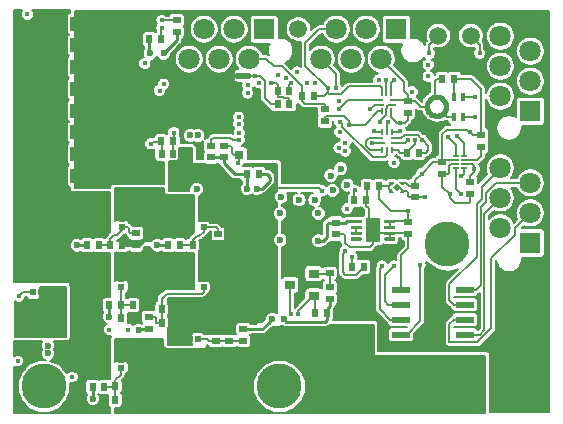
<source format=gbl>
G04 #@! TF.GenerationSoftware,KiCad,Pcbnew,(2018-01-21 revision 6b9866de8)-makepkg*
G04 #@! TF.CreationDate,2018-06-15T05:11:16+02:00*
G04 #@! TF.ProjectId,Roboy_motorboard,526F626F795F6D6F746F72626F617264,rev?*
G04 #@! TF.SameCoordinates,Original*
G04 #@! TF.FileFunction,Copper,L4,Bot,Plane*
G04 #@! TF.FilePolarity,Positive*
%FSLAX46Y46*%
G04 Gerber Fmt 4.6, Leading zero omitted, Abs format (unit mm)*
G04 Created by KiCad (PCBNEW (2018-01-21 revision 6b9866de8)-makepkg) date 06/15/18 05:11:16*
%MOMM*%
%LPD*%
G01*
G04 APERTURE LIST*
%ADD10C,0.100000*%
%ADD11C,0.010000*%
%ADD12R,0.450000X0.750000*%
%ADD13C,0.280000*%
%ADD14R,1.200000X1.000000*%
%ADD15C,0.500000*%
%ADD16C,3.800000*%
%ADD17R,0.500000X0.630000*%
%ADD18R,1.230000X0.950000*%
%ADD19R,0.900000X0.800000*%
%ADD20R,0.900000X1.700000*%
%ADD21C,1.800000*%
%ADD22R,1.800000X1.800000*%
%ADD23R,0.800000X0.750000*%
%ADD24R,1.000000X1.250000*%
%ADD25R,1.550000X0.600000*%
%ADD26R,0.630000X0.500000*%
%ADD27R,0.950000X1.230000*%
%ADD28C,1.500000*%
%ADD29R,0.663000X0.225000*%
%ADD30R,0.225000X0.563000*%
%ADD31R,0.563000X0.225000*%
%ADD32R,0.600000X0.700000*%
%ADD33R,0.700000X0.600000*%
%ADD34R,0.530000X0.200000*%
%ADD35C,0.200000*%
%ADD36C,0.480000*%
%ADD37C,0.600000*%
%ADD38C,0.450000*%
%ADD39C,0.254000*%
%ADD40C,0.152400*%
G04 APERTURE END LIST*
D10*
G36*
X115250000Y-86050000D02*
X114250000Y-86050000D01*
X114250000Y-86550000D01*
X115250000Y-86550000D01*
X115250000Y-86050000D01*
G37*
D11*
X132140000Y-88910000D03*
D10*
G36*
X131060979Y-89936964D02*
X130961142Y-89924352D01*
X130863013Y-89902057D01*
X130767527Y-89870294D01*
X130675596Y-89829363D01*
X130588098Y-89779658D01*
X130505869Y-89721651D01*
X130429692Y-89655897D01*
X130360295Y-89583023D01*
X130298341Y-89503725D01*
X130244420Y-89418760D01*
X130199048Y-89328939D01*
X130162658Y-89235119D01*
X130135596Y-89138195D01*
X130118122Y-89039093D01*
X130110402Y-88938759D01*
X130110000Y-88910000D01*
X130114916Y-88809490D01*
X130129616Y-88709939D01*
X130153961Y-88612297D01*
X130187718Y-88517498D01*
X130230564Y-88426444D01*
X130282091Y-88340007D01*
X130341807Y-88259010D01*
X130409142Y-88184227D01*
X130483453Y-88116371D01*
X130564031Y-88056091D01*
X130650107Y-88003962D01*
X130740859Y-87960481D01*
X130835421Y-87926063D01*
X130932890Y-87901037D01*
X131032336Y-87885642D01*
X131132809Y-87880025D01*
X131233352Y-87884239D01*
X131333003Y-87898244D01*
X131430812Y-87921907D01*
X131525845Y-87955001D01*
X131617195Y-87997210D01*
X131703990Y-88048133D01*
X131785402Y-88107282D01*
X131860653Y-88174093D01*
X131929026Y-88247929D01*
X131989867Y-88328084D01*
X132042596Y-88413794D01*
X132086709Y-88504240D01*
X132121786Y-88598559D01*
X132147492Y-88695851D01*
X132163581Y-88795187D01*
X132169900Y-88895619D01*
X132169116Y-88918098D01*
X131719943Y-88918098D01*
X131717966Y-88861467D01*
X131710471Y-88805299D01*
X131697532Y-88750130D01*
X131679270Y-88696488D01*
X131655861Y-88644883D01*
X131627529Y-88595809D01*
X131594542Y-88549734D01*
X131557217Y-88507098D01*
X131515910Y-88468308D01*
X131471014Y-88433733D01*
X131422959Y-88403705D01*
X131372202Y-88378510D01*
X131319230Y-88358387D01*
X131264546Y-88343530D01*
X131208674Y-88334080D01*
X131152147Y-88330127D01*
X131095503Y-88331709D01*
X131039284Y-88338812D01*
X130984027Y-88351366D01*
X130930258Y-88369252D01*
X130878491Y-88392300D01*
X130829220Y-88420290D01*
X130782916Y-88452954D01*
X130740021Y-88489980D01*
X130700943Y-88531016D01*
X130666056Y-88575669D01*
X130635693Y-88623514D01*
X130610144Y-88674093D01*
X130589652Y-88726924D01*
X130574413Y-88781502D01*
X130564573Y-88837307D01*
X130560226Y-88893805D01*
X130560000Y-88910000D01*
X130562768Y-88966598D01*
X130571046Y-89022656D01*
X130584755Y-89077638D01*
X130603763Y-89131021D01*
X130627890Y-89182294D01*
X130656906Y-89230967D01*
X130690532Y-89276577D01*
X130728449Y-89318688D01*
X130770294Y-89356898D01*
X130815668Y-89390842D01*
X130864138Y-89420196D01*
X130915241Y-89444681D01*
X130968489Y-89464061D01*
X131023375Y-89478154D01*
X131079373Y-89486823D01*
X131135951Y-89489986D01*
X131192567Y-89487613D01*
X131248681Y-89479727D01*
X131303758Y-89466402D01*
X131357272Y-89447767D01*
X131408712Y-89423998D01*
X131457587Y-89395323D01*
X131503430Y-89362016D01*
X131545805Y-89324394D01*
X131584306Y-89282817D01*
X131618566Y-89237681D01*
X131648258Y-89189417D01*
X131673098Y-89138486D01*
X131692851Y-89085375D01*
X131707326Y-89030589D01*
X131716385Y-88974652D01*
X131719943Y-88918098D01*
X132169116Y-88918098D01*
X132166388Y-88996188D01*
X132153079Y-89095935D01*
X132130100Y-89193906D01*
X132097670Y-89289168D01*
X132056099Y-89380811D01*
X132005784Y-89467959D01*
X131947204Y-89549782D01*
X131880920Y-89625498D01*
X131807563Y-89694384D01*
X131727835Y-89755784D01*
X131642495Y-89809110D01*
X131552360Y-89853854D01*
X131458288Y-89889588D01*
X131361177Y-89915972D01*
X131261956Y-89932754D01*
X131161571Y-89939774D01*
X131060979Y-89936964D01*
X131060979Y-89936964D01*
G37*
D12*
X133320000Y-88060000D03*
X133320000Y-89760000D03*
X132620000Y-89760000D03*
X132620000Y-88060000D03*
D13*
X127125000Y-98625000D03*
D10*
G36*
X126790000Y-98764831D02*
X126783131Y-98764831D01*
X126769458Y-98763485D01*
X126755983Y-98760804D01*
X126742835Y-98756816D01*
X126730142Y-98751559D01*
X126718026Y-98745082D01*
X126706602Y-98737449D01*
X126695982Y-98728733D01*
X126686267Y-98719018D01*
X126677551Y-98708398D01*
X126669918Y-98696974D01*
X126663441Y-98684858D01*
X126658184Y-98672165D01*
X126654196Y-98659017D01*
X126651515Y-98645542D01*
X126650169Y-98631869D01*
X126650169Y-98618131D01*
X126651515Y-98604458D01*
X126654196Y-98590983D01*
X126658184Y-98577835D01*
X126663441Y-98565142D01*
X126669918Y-98553026D01*
X126677551Y-98541602D01*
X126686267Y-98530982D01*
X126695982Y-98521267D01*
X126706602Y-98512551D01*
X126718026Y-98504918D01*
X126730142Y-98498441D01*
X126742835Y-98493184D01*
X126755983Y-98489196D01*
X126769458Y-98486515D01*
X126783131Y-98485169D01*
X126790000Y-98485169D01*
X126790000Y-98485000D01*
X127600000Y-98485000D01*
X127600000Y-98765000D01*
X126790000Y-98765000D01*
X126790000Y-98764831D01*
X126790000Y-98764831D01*
G37*
D13*
X127125000Y-99125000D03*
D10*
G36*
X126790000Y-99264831D02*
X126783131Y-99264831D01*
X126769458Y-99263485D01*
X126755983Y-99260804D01*
X126742835Y-99256816D01*
X126730142Y-99251559D01*
X126718026Y-99245082D01*
X126706602Y-99237449D01*
X126695982Y-99228733D01*
X126686267Y-99219018D01*
X126677551Y-99208398D01*
X126669918Y-99196974D01*
X126663441Y-99184858D01*
X126658184Y-99172165D01*
X126654196Y-99159017D01*
X126651515Y-99145542D01*
X126650169Y-99131869D01*
X126650169Y-99118131D01*
X126651515Y-99104458D01*
X126654196Y-99090983D01*
X126658184Y-99077835D01*
X126663441Y-99065142D01*
X126669918Y-99053026D01*
X126677551Y-99041602D01*
X126686267Y-99030982D01*
X126695982Y-99021267D01*
X126706602Y-99012551D01*
X126718026Y-99004918D01*
X126730142Y-98998441D01*
X126742835Y-98993184D01*
X126755983Y-98989196D01*
X126769458Y-98986515D01*
X126783131Y-98985169D01*
X126790000Y-98985169D01*
X126790000Y-98985000D01*
X127600000Y-98985000D01*
X127600000Y-99265000D01*
X126790000Y-99265000D01*
X126790000Y-99264831D01*
X126790000Y-99264831D01*
G37*
D13*
X127125000Y-99625000D03*
D10*
G36*
X126790000Y-99764831D02*
X126783131Y-99764831D01*
X126769458Y-99763485D01*
X126755983Y-99760804D01*
X126742835Y-99756816D01*
X126730142Y-99751559D01*
X126718026Y-99745082D01*
X126706602Y-99737449D01*
X126695982Y-99728733D01*
X126686267Y-99719018D01*
X126677551Y-99708398D01*
X126669918Y-99696974D01*
X126663441Y-99684858D01*
X126658184Y-99672165D01*
X126654196Y-99659017D01*
X126651515Y-99645542D01*
X126650169Y-99631869D01*
X126650169Y-99618131D01*
X126651515Y-99604458D01*
X126654196Y-99590983D01*
X126658184Y-99577835D01*
X126663441Y-99565142D01*
X126669918Y-99553026D01*
X126677551Y-99541602D01*
X126686267Y-99530982D01*
X126695982Y-99521267D01*
X126706602Y-99512551D01*
X126718026Y-99504918D01*
X126730142Y-99498441D01*
X126742835Y-99493184D01*
X126755983Y-99489196D01*
X126769458Y-99486515D01*
X126783131Y-99485169D01*
X126790000Y-99485169D01*
X126790000Y-99485000D01*
X127600000Y-99485000D01*
X127600000Y-99765000D01*
X126790000Y-99765000D01*
X126790000Y-99764831D01*
X126790000Y-99764831D01*
G37*
D13*
X127125000Y-100125000D03*
D10*
G36*
X126790000Y-100264831D02*
X126783131Y-100264831D01*
X126769458Y-100263485D01*
X126755983Y-100260804D01*
X126742835Y-100256816D01*
X126730142Y-100251559D01*
X126718026Y-100245082D01*
X126706602Y-100237449D01*
X126695982Y-100228733D01*
X126686267Y-100219018D01*
X126677551Y-100208398D01*
X126669918Y-100196974D01*
X126663441Y-100184858D01*
X126658184Y-100172165D01*
X126654196Y-100159017D01*
X126651515Y-100145542D01*
X126650169Y-100131869D01*
X126650169Y-100118131D01*
X126651515Y-100104458D01*
X126654196Y-100090983D01*
X126658184Y-100077835D01*
X126663441Y-100065142D01*
X126669918Y-100053026D01*
X126677551Y-100041602D01*
X126686267Y-100030982D01*
X126695982Y-100021267D01*
X126706602Y-100012551D01*
X126718026Y-100004918D01*
X126730142Y-99998441D01*
X126742835Y-99993184D01*
X126755983Y-99989196D01*
X126769458Y-99986515D01*
X126783131Y-99985169D01*
X126790000Y-99985169D01*
X126790000Y-99985000D01*
X127600000Y-99985000D01*
X127600000Y-100265000D01*
X126790000Y-100265000D01*
X126790000Y-100264831D01*
X126790000Y-100264831D01*
G37*
D13*
X124325000Y-100125000D03*
D10*
G36*
X124660000Y-99985169D02*
X124666869Y-99985169D01*
X124680542Y-99986515D01*
X124694017Y-99989196D01*
X124707165Y-99993184D01*
X124719858Y-99998441D01*
X124731974Y-100004918D01*
X124743398Y-100012551D01*
X124754018Y-100021267D01*
X124763733Y-100030982D01*
X124772449Y-100041602D01*
X124780082Y-100053026D01*
X124786559Y-100065142D01*
X124791816Y-100077835D01*
X124795804Y-100090983D01*
X124798485Y-100104458D01*
X124799831Y-100118131D01*
X124799831Y-100131869D01*
X124798485Y-100145542D01*
X124795804Y-100159017D01*
X124791816Y-100172165D01*
X124786559Y-100184858D01*
X124780082Y-100196974D01*
X124772449Y-100208398D01*
X124763733Y-100219018D01*
X124754018Y-100228733D01*
X124743398Y-100237449D01*
X124731974Y-100245082D01*
X124719858Y-100251559D01*
X124707165Y-100256816D01*
X124694017Y-100260804D01*
X124680542Y-100263485D01*
X124666869Y-100264831D01*
X124660000Y-100264831D01*
X124660000Y-100265000D01*
X123850000Y-100265000D01*
X123850000Y-99985000D01*
X124660000Y-99985000D01*
X124660000Y-99985169D01*
X124660000Y-99985169D01*
G37*
D13*
X124325000Y-99625000D03*
D10*
G36*
X124660000Y-99485169D02*
X124666869Y-99485169D01*
X124680542Y-99486515D01*
X124694017Y-99489196D01*
X124707165Y-99493184D01*
X124719858Y-99498441D01*
X124731974Y-99504918D01*
X124743398Y-99512551D01*
X124754018Y-99521267D01*
X124763733Y-99530982D01*
X124772449Y-99541602D01*
X124780082Y-99553026D01*
X124786559Y-99565142D01*
X124791816Y-99577835D01*
X124795804Y-99590983D01*
X124798485Y-99604458D01*
X124799831Y-99618131D01*
X124799831Y-99631869D01*
X124798485Y-99645542D01*
X124795804Y-99659017D01*
X124791816Y-99672165D01*
X124786559Y-99684858D01*
X124780082Y-99696974D01*
X124772449Y-99708398D01*
X124763733Y-99719018D01*
X124754018Y-99728733D01*
X124743398Y-99737449D01*
X124731974Y-99745082D01*
X124719858Y-99751559D01*
X124707165Y-99756816D01*
X124694017Y-99760804D01*
X124680542Y-99763485D01*
X124666869Y-99764831D01*
X124660000Y-99764831D01*
X124660000Y-99765000D01*
X123850000Y-99765000D01*
X123850000Y-99485000D01*
X124660000Y-99485000D01*
X124660000Y-99485169D01*
X124660000Y-99485169D01*
G37*
D13*
X124325000Y-99125000D03*
D10*
G36*
X124660000Y-98985169D02*
X124666869Y-98985169D01*
X124680542Y-98986515D01*
X124694017Y-98989196D01*
X124707165Y-98993184D01*
X124719858Y-98998441D01*
X124731974Y-99004918D01*
X124743398Y-99012551D01*
X124754018Y-99021267D01*
X124763733Y-99030982D01*
X124772449Y-99041602D01*
X124780082Y-99053026D01*
X124786559Y-99065142D01*
X124791816Y-99077835D01*
X124795804Y-99090983D01*
X124798485Y-99104458D01*
X124799831Y-99118131D01*
X124799831Y-99131869D01*
X124798485Y-99145542D01*
X124795804Y-99159017D01*
X124791816Y-99172165D01*
X124786559Y-99184858D01*
X124780082Y-99196974D01*
X124772449Y-99208398D01*
X124763733Y-99219018D01*
X124754018Y-99228733D01*
X124743398Y-99237449D01*
X124731974Y-99245082D01*
X124719858Y-99251559D01*
X124707165Y-99256816D01*
X124694017Y-99260804D01*
X124680542Y-99263485D01*
X124666869Y-99264831D01*
X124660000Y-99264831D01*
X124660000Y-99265000D01*
X123850000Y-99265000D01*
X123850000Y-98985000D01*
X124660000Y-98985000D01*
X124660000Y-98985169D01*
X124660000Y-98985169D01*
G37*
D13*
X124325000Y-98625000D03*
D10*
G36*
X124660000Y-98485169D02*
X124666869Y-98485169D01*
X124680542Y-98486515D01*
X124694017Y-98489196D01*
X124707165Y-98493184D01*
X124719858Y-98498441D01*
X124731974Y-98504918D01*
X124743398Y-98512551D01*
X124754018Y-98521267D01*
X124763733Y-98530982D01*
X124772449Y-98541602D01*
X124780082Y-98553026D01*
X124786559Y-98565142D01*
X124791816Y-98577835D01*
X124795804Y-98590983D01*
X124798485Y-98604458D01*
X124799831Y-98618131D01*
X124799831Y-98631869D01*
X124798485Y-98645542D01*
X124795804Y-98659017D01*
X124791816Y-98672165D01*
X124786559Y-98684858D01*
X124780082Y-98696974D01*
X124772449Y-98708398D01*
X124763733Y-98719018D01*
X124754018Y-98728733D01*
X124743398Y-98737449D01*
X124731974Y-98745082D01*
X124719858Y-98751559D01*
X124707165Y-98756816D01*
X124694017Y-98760804D01*
X124680542Y-98763485D01*
X124666869Y-98764831D01*
X124660000Y-98764831D01*
X124660000Y-98765000D01*
X123850000Y-98765000D01*
X123850000Y-98485000D01*
X124660000Y-98485000D01*
X124660000Y-98485169D01*
X124660000Y-98485169D01*
G37*
D14*
X125725000Y-99875000D03*
X125725000Y-98875000D03*
D15*
X125725000Y-99375000D03*
X126075000Y-98625000D03*
X125375000Y-98625000D03*
X126075000Y-100125000D03*
X125375000Y-100125000D03*
D16*
X105918000Y-89712800D03*
D17*
X98887000Y-104627500D03*
X98247000Y-104627500D03*
X97587000Y-104627500D03*
X96947000Y-104627500D03*
X96947000Y-101747500D03*
X97587000Y-101747500D03*
X98247000Y-101747500D03*
X98887000Y-101747500D03*
D18*
X97307000Y-102327500D03*
X98527000Y-102327500D03*
X97307000Y-103277500D03*
X98527000Y-103277500D03*
D19*
X120700000Y-103050000D03*
X120700000Y-104950000D03*
X118700000Y-104000000D03*
D20*
X109781200Y-94664000D03*
X106881200Y-94664000D03*
D21*
X136510000Y-85490000D03*
X139050000Y-86760000D03*
X136510000Y-88030000D03*
D22*
X139050000Y-89300000D03*
D21*
X139050000Y-84220000D03*
X136510000Y-82950000D03*
X110150000Y-84890000D03*
X111420000Y-82350000D03*
D22*
X116500000Y-82350000D03*
D21*
X115230000Y-84890000D03*
X113960000Y-82350000D03*
X112690000Y-84890000D03*
X121350000Y-84890000D03*
X122620000Y-82350000D03*
D22*
X127700000Y-82350000D03*
D21*
X126430000Y-84890000D03*
X125160000Y-82350000D03*
X123890000Y-84890000D03*
D23*
X114400000Y-92975000D03*
X115900000Y-92975000D03*
D24*
X98599750Y-81883250D03*
X100599750Y-81883250D03*
X98599750Y-83724750D03*
X100599750Y-83724750D03*
X98599750Y-91090750D03*
X100599750Y-91090750D03*
X98599750Y-87407750D03*
X100599750Y-87407750D03*
X98599750Y-89249250D03*
X100599750Y-89249250D03*
X98599750Y-94773750D03*
X100599750Y-94773750D03*
X98599750Y-85566250D03*
X100599750Y-85566250D03*
X98599750Y-92932250D03*
X100599750Y-92932250D03*
D25*
X128100000Y-108205000D03*
X128100000Y-106935000D03*
X128100000Y-105665000D03*
X128100000Y-104395000D03*
X133500000Y-104395000D03*
X133500000Y-105665000D03*
X133500000Y-106935000D03*
X133500000Y-108205000D03*
D26*
X104463250Y-97145250D03*
X104463250Y-97785250D03*
X104463250Y-98445250D03*
X104463250Y-99085250D03*
X101583250Y-99085250D03*
X101583250Y-98445250D03*
X101583250Y-97785250D03*
X101583250Y-97145250D03*
D27*
X102163250Y-98725250D03*
X102163250Y-97505250D03*
X103113250Y-98725250D03*
X103113250Y-97505250D03*
D26*
X111384750Y-97145250D03*
X111384750Y-97785250D03*
X111384750Y-98445250D03*
X111384750Y-99085250D03*
X108504750Y-99085250D03*
X108504750Y-98445250D03*
X108504750Y-97785250D03*
X108504750Y-97145250D03*
D27*
X109084750Y-98725250D03*
X109084750Y-97505250D03*
X110034750Y-98725250D03*
X110034750Y-97505250D03*
D26*
X104399750Y-102225250D03*
X104399750Y-102865250D03*
X104399750Y-103525250D03*
X104399750Y-104165250D03*
X101519750Y-104165250D03*
X101519750Y-103525250D03*
X101519750Y-102865250D03*
X101519750Y-102225250D03*
D27*
X102099750Y-103805250D03*
X102099750Y-102585250D03*
X103049750Y-103805250D03*
X103049750Y-102585250D03*
D26*
X111384750Y-102225250D03*
X111384750Y-102865250D03*
X111384750Y-103525250D03*
X111384750Y-104165250D03*
X108504750Y-104165250D03*
X108504750Y-103525250D03*
X108504750Y-102865250D03*
X108504750Y-102225250D03*
D27*
X109084750Y-103805250D03*
X109084750Y-102585250D03*
X110034750Y-103805250D03*
X110034750Y-102585250D03*
D26*
X104387050Y-109070550D03*
X104387050Y-109710550D03*
X104387050Y-110370550D03*
X104387050Y-111010550D03*
X101507050Y-111010550D03*
X101507050Y-110370550D03*
X101507050Y-109710550D03*
X101507050Y-109070550D03*
D27*
X102087050Y-110650550D03*
X102087050Y-109430550D03*
X103037050Y-110650550D03*
X103037050Y-109430550D03*
D17*
X108935800Y-108592800D03*
X109575800Y-108592800D03*
X110235800Y-108592800D03*
X110875800Y-108592800D03*
X110875800Y-111472800D03*
X110235800Y-111472800D03*
X109575800Y-111472800D03*
X108935800Y-111472800D03*
D18*
X110515800Y-110892800D03*
X109295800Y-110892800D03*
X110515800Y-109942800D03*
X109295800Y-109942800D03*
D21*
X136510000Y-94100000D03*
X139050000Y-95370000D03*
D22*
X139050000Y-100450000D03*
D21*
X136510000Y-99180000D03*
X139050000Y-97910000D03*
X136510000Y-96640000D03*
D28*
X119400000Y-82350000D03*
D29*
X126331500Y-88750000D03*
D30*
X126450000Y-89318500D03*
X126850000Y-89318500D03*
X127250000Y-89318500D03*
D31*
X127418500Y-88750000D03*
X127418500Y-88350000D03*
D30*
X127250000Y-87781500D03*
X126850000Y-87781500D03*
X126450000Y-87781500D03*
D31*
X126281500Y-88350000D03*
D29*
X126381500Y-92000000D03*
D30*
X126500000Y-92568500D03*
X126900000Y-92568500D03*
X127300000Y-92568500D03*
D31*
X127468500Y-92000000D03*
X127468500Y-91600000D03*
D30*
X127300000Y-91031500D03*
X126900000Y-91031500D03*
X126500000Y-91031500D03*
D31*
X126331500Y-91600000D03*
D32*
X116050000Y-94600000D03*
X115050000Y-94600000D03*
X118650000Y-88700000D03*
X117650000Y-88700000D03*
X125150000Y-96800000D03*
X124150000Y-96800000D03*
X104449500Y-100647500D03*
X103449500Y-100647500D03*
X110460750Y-100655250D03*
X111460750Y-100655250D03*
X106370000Y-105730000D03*
X105370000Y-105730000D03*
X108835500Y-106050000D03*
X107835500Y-106050000D03*
X108800000Y-91850000D03*
X107800000Y-91850000D03*
X103894000Y-112585500D03*
X104894000Y-112585500D03*
D33*
X112400000Y-107750000D03*
X112400000Y-108750000D03*
X122050000Y-104200000D03*
X122050000Y-105200000D03*
D16*
X97850000Y-112600000D03*
X117800000Y-112600000D03*
X132000000Y-100550000D03*
D33*
X113100000Y-93200000D03*
X113100000Y-92200000D03*
X112000000Y-93200000D03*
X112000000Y-92200000D03*
D32*
X117650000Y-87600000D03*
X118650000Y-87600000D03*
X101544500Y-100647500D03*
X102544500Y-100647500D03*
X108365250Y-100655250D03*
X109365250Y-100655250D03*
D33*
X105664000Y-99639500D03*
X105664000Y-100639500D03*
X112600000Y-99700000D03*
X112600000Y-100700000D03*
D32*
X103410000Y-105730000D03*
X104410000Y-105730000D03*
D33*
X106770000Y-106750000D03*
X106770000Y-107750000D03*
D32*
X104350000Y-106800000D03*
X105350000Y-106800000D03*
X107835500Y-107200000D03*
X108835500Y-107200000D03*
X109750000Y-92900000D03*
X108750000Y-92900000D03*
X107850000Y-92900000D03*
X106850000Y-92900000D03*
X102989000Y-112649000D03*
X101989000Y-112649000D03*
D33*
X114750000Y-107750000D03*
X114750000Y-108750000D03*
D32*
X104894000Y-113728500D03*
X103894000Y-113728500D03*
D33*
X113550000Y-108750000D03*
X113550000Y-107750000D03*
D32*
X121800000Y-106400000D03*
X120800000Y-106400000D03*
D33*
X122050000Y-102000000D03*
X122050000Y-103000000D03*
X128650000Y-88450000D03*
X128650000Y-89450000D03*
D32*
X128600000Y-92800000D03*
X129600000Y-92800000D03*
D33*
X121650000Y-90150000D03*
X121650000Y-89150000D03*
D32*
X119700000Y-88000000D03*
X120700000Y-88000000D03*
X124950000Y-102475000D03*
X123950000Y-102475000D03*
X107800000Y-83200000D03*
X106800000Y-83200000D03*
D33*
X109100000Y-82600000D03*
X109100000Y-81600000D03*
X134900000Y-91300000D03*
X134900000Y-92300000D03*
D34*
X132740000Y-94100000D03*
X132740000Y-93750000D03*
X132740000Y-93400000D03*
X132740000Y-93050000D03*
X133410000Y-93050000D03*
X133410000Y-93400000D03*
X133410000Y-93750000D03*
X133410000Y-94100000D03*
D32*
X126220000Y-95650000D03*
X125220000Y-95650000D03*
D33*
X129270000Y-96600000D03*
X129270000Y-95600000D03*
D35*
X127190000Y-95390000D03*
D10*
G36*
X127310000Y-95540000D02*
X127090000Y-95540000D01*
X127090000Y-95290000D01*
X127490000Y-95290000D01*
X127490000Y-95360000D01*
X127310000Y-95540000D01*
X127310000Y-95540000D01*
G37*
D36*
X127740000Y-95740000D03*
D10*
G36*
X128079411Y-95740000D02*
X127740000Y-95400589D01*
X127400589Y-95740000D01*
X127740000Y-96079411D01*
X128079411Y-95740000D01*
X128079411Y-95740000D01*
X128079411Y-95740000D01*
G37*
D35*
X128290000Y-96090000D03*
D10*
G36*
X128170000Y-95940000D02*
X128390000Y-95940000D01*
X128390000Y-96190000D01*
X127990000Y-96190000D01*
X127990000Y-96120000D01*
X128170000Y-95940000D01*
X128170000Y-95940000D01*
G37*
D35*
X127190000Y-96090000D03*
D10*
G36*
X127090000Y-96190000D02*
X127090000Y-95940000D01*
X127310000Y-95940000D01*
X127490000Y-96120000D01*
X127490000Y-96190000D01*
X127090000Y-96190000D01*
X127090000Y-96190000D01*
G37*
D35*
X128290000Y-95390000D03*
D10*
G36*
X128390000Y-95290000D02*
X128390000Y-95540000D01*
X128170000Y-95540000D01*
X127920000Y-95290000D01*
X128390000Y-95290000D01*
X128390000Y-95290000D01*
G37*
D32*
X131600000Y-86550000D03*
X132600000Y-86550000D03*
D33*
X131600000Y-93575000D03*
X131600000Y-94575000D03*
X133950000Y-96275000D03*
X133950000Y-95275000D03*
D28*
X131250000Y-82900000D03*
X134000000Y-82900000D03*
D33*
X122575000Y-99725000D03*
X122575000Y-98725000D03*
X128725000Y-98675000D03*
X128725000Y-99675000D03*
D15*
X115250000Y-86300000D03*
X114250000Y-86300000D03*
D37*
X105750000Y-98750000D03*
X121100000Y-97950000D03*
X105600500Y-96329500D03*
X105600500Y-97218500D03*
X105600500Y-98107500D03*
X106489500Y-98488500D03*
X106489500Y-97663000D03*
X106489500Y-96774000D03*
X107378500Y-96329500D03*
X107378500Y-97218500D03*
X107378500Y-98107500D03*
X107378500Y-98869500D03*
X106807000Y-99568000D03*
X104394000Y-86106000D03*
X120247000Y-93017010D03*
X119167500Y-93017010D03*
X118024500Y-93017010D03*
X116881500Y-93017010D03*
X121100000Y-98950000D03*
X111000000Y-90075000D03*
X111000000Y-88575000D03*
X111000000Y-89325000D03*
X110034750Y-98725250D03*
X109084750Y-98725250D03*
X110034750Y-97505250D03*
X109084750Y-97505250D03*
X119739000Y-91211000D03*
X118596000Y-91211000D03*
X117453000Y-91211000D03*
X119167500Y-89687000D03*
X120247000Y-89687000D03*
X118024500Y-89687000D03*
X116881500Y-89687000D03*
X104394000Y-83439000D03*
X104394000Y-84328000D03*
X104394000Y-85217000D03*
X105283000Y-85661500D03*
X105283000Y-84772500D03*
X105283000Y-83883500D03*
X104394000Y-91757500D03*
X104394000Y-92646500D03*
X104394000Y-93535500D03*
X104394000Y-94424500D03*
X101854000Y-87757000D03*
X101854000Y-88646000D03*
X101854000Y-89535000D03*
X101854000Y-90424000D03*
X103505000Y-94869000D03*
X103505000Y-93980000D03*
X103505000Y-93091000D03*
X103505000Y-92202000D03*
X103505000Y-91313000D03*
X102616000Y-90868500D03*
X102616000Y-89979500D03*
X102616000Y-89090500D03*
X102616000Y-88201500D03*
X103505000Y-87757000D03*
X103505000Y-88646000D03*
X103505000Y-89535000D03*
X103505000Y-90424000D03*
X117850000Y-97950000D03*
X110034750Y-103805250D03*
X109084750Y-103805250D03*
X110034750Y-102585250D03*
X109084750Y-102585250D03*
X105410000Y-101536500D03*
X105410000Y-102425500D03*
X105410000Y-103314500D03*
X105410000Y-104203500D03*
X106299000Y-103759000D03*
X106299000Y-104648000D03*
X106299000Y-102870000D03*
X106299000Y-101981000D03*
X107188000Y-104203500D03*
X107188000Y-103314500D03*
X107188000Y-102425500D03*
X107188000Y-101536500D03*
X105450000Y-109200000D03*
X110800000Y-95900001D03*
X130048000Y-114427000D03*
X129159000Y-114427000D03*
X128270000Y-114427000D03*
X127381000Y-114427000D03*
X126492000Y-114490500D03*
X125603000Y-114490500D03*
X127825500Y-113728500D03*
X126936500Y-113728500D03*
X126047500Y-113728500D03*
X125158500Y-113728500D03*
X127381000Y-112966500D03*
X126936500Y-112204500D03*
X126492000Y-112966500D03*
X126047500Y-112204500D03*
X125603000Y-112966500D03*
X125158500Y-112204500D03*
X128270000Y-112966500D03*
X127952500Y-112204500D03*
X122936000Y-114490500D03*
X123825000Y-114490500D03*
X124714000Y-114490500D03*
X124714000Y-112966500D03*
D38*
X114290508Y-93715890D03*
D37*
X117850000Y-100200000D03*
X118146641Y-106896641D03*
X115890003Y-95850000D03*
X121100000Y-100275000D03*
X108000000Y-84400000D03*
D38*
X95700000Y-81100000D03*
D37*
X115050000Y-95850000D03*
X102087050Y-109430550D03*
X102552500Y-110045500D03*
X102087050Y-110650550D03*
X103037050Y-110650550D03*
X103037050Y-109430550D03*
D38*
X107650000Y-87550006D03*
X114350000Y-89800000D03*
X108000000Y-87003600D03*
X114349973Y-90402411D03*
X123950000Y-101675000D03*
X128725000Y-97750000D03*
X129700000Y-102300000D03*
X134310000Y-94200000D03*
X127500000Y-93650000D03*
X125600000Y-92000000D03*
X125500000Y-89150000D03*
X117053610Y-86900000D03*
X122850000Y-89100000D03*
X124176390Y-96000000D03*
X121404823Y-96017000D03*
X115100000Y-87100000D03*
X108850000Y-91100000D03*
X106900000Y-92050000D03*
X115100000Y-87750000D03*
D37*
X123550000Y-95550000D03*
X98200000Y-109800000D03*
X110900000Y-91350000D03*
X110250000Y-91350000D03*
X98200000Y-109150000D03*
X99314000Y-107505500D03*
X98425000Y-107505500D03*
X97536000Y-107505500D03*
X96647000Y-107505500D03*
X95758000Y-105727500D03*
X95758000Y-106616500D03*
X96647000Y-106616500D03*
X97536000Y-106616500D03*
X98425000Y-106616500D03*
X96647000Y-105727500D03*
X97536000Y-105727500D03*
X98425000Y-105727500D03*
X99314000Y-105727500D03*
X99314000Y-106616500D03*
X95758000Y-107505500D03*
D38*
X95650000Y-110450000D03*
X118794944Y-106490524D03*
X122900000Y-91077212D03*
X130400000Y-86350000D03*
X126200000Y-86649999D03*
X120100000Y-86900000D03*
X116100000Y-86900000D03*
X133210000Y-94780000D03*
X126300000Y-90200000D03*
X122850000Y-88400000D03*
X133160000Y-96300000D03*
X127500000Y-86650000D03*
X121900000Y-87350000D03*
X122600000Y-87350000D03*
X118328293Y-86469782D03*
X128050000Y-90950000D03*
X123383133Y-92667973D03*
X123349994Y-92000000D03*
X122844749Y-92397708D03*
X120799998Y-86900000D03*
X119400000Y-82350000D03*
X106400000Y-85250000D03*
X114400000Y-91147597D03*
X122900000Y-90170000D03*
X123700000Y-90450000D03*
X114400000Y-91750000D03*
X118754256Y-86895744D03*
X103400000Y-107800000D03*
D37*
X100650000Y-100650000D03*
X120799998Y-96800000D03*
X122999996Y-94150000D03*
X107450000Y-100650000D03*
X103400000Y-106700000D03*
X119465988Y-96800000D03*
X105878193Y-107836200D03*
X122150000Y-94750000D03*
X117932224Y-96546429D03*
X102000000Y-113650000D03*
X122300000Y-96000000D03*
X117200000Y-106900000D03*
D38*
X119275000Y-85975000D03*
X126500000Y-102400000D03*
X127500000Y-102400000D03*
X117708214Y-86241786D03*
X128647642Y-91750016D03*
X130399973Y-85349669D03*
X128050000Y-90300000D03*
X126850000Y-86650000D03*
X129250038Y-91745726D03*
X129050004Y-87650000D03*
X127000000Y-90200000D03*
D37*
X106850000Y-84400000D03*
D38*
X96450000Y-81100000D03*
X95749589Y-104962544D03*
X100250000Y-111803600D03*
X119397240Y-106501824D03*
X123375000Y-101125002D03*
X123525000Y-97550008D03*
X107850000Y-81600000D03*
X115720000Y-86309998D03*
X105000000Y-107800000D03*
X130150000Y-96600000D03*
X129900000Y-91749992D03*
X132240000Y-96340000D03*
X125850000Y-90950000D03*
X132060000Y-91450000D03*
X132830000Y-91380000D03*
X107850000Y-82250000D03*
X133910000Y-91060000D03*
X129837600Y-94580000D03*
X130500000Y-84400000D03*
X134380000Y-88060000D03*
X134750000Y-84400000D03*
X134380000Y-89760000D03*
D39*
X105350000Y-100450000D02*
X104647000Y-100450000D01*
X104647000Y-100450000D02*
X104449500Y-100647500D01*
X106807000Y-99568000D02*
X106807000Y-99693000D01*
X104784750Y-97145250D02*
X105600500Y-96329500D01*
X105600500Y-97218500D02*
X105600500Y-98107500D01*
X105650500Y-98819500D02*
X105981500Y-98488500D01*
X105981500Y-98488500D02*
X106489500Y-98488500D01*
X106489500Y-97663000D02*
X106489500Y-96774000D01*
X107378500Y-96329500D02*
X107378500Y-97218500D01*
X107378500Y-98107500D02*
X107378500Y-98869500D01*
X104463250Y-97145250D02*
X104784750Y-97145250D01*
X106807000Y-99693000D02*
X105910500Y-100589500D01*
X104449500Y-100647500D02*
X104449500Y-100100500D01*
X104450000Y-100100000D02*
X104450000Y-100050000D01*
X104449500Y-100100500D02*
X104450000Y-100100000D01*
X104449500Y-100647500D02*
X105656000Y-100647500D01*
X105656000Y-100647500D02*
X105664000Y-100639500D01*
X105656000Y-100647500D02*
X105664000Y-100639500D01*
X114250000Y-86300000D02*
X113275000Y-86300000D01*
X113275000Y-86300000D02*
X111000000Y-88575000D01*
D40*
X104394000Y-86106000D02*
X104394000Y-85217000D01*
X104394000Y-84328000D02*
X104394000Y-83439000D01*
X105283000Y-83883500D02*
X105283000Y-84772500D01*
X103505000Y-94869000D02*
X103949500Y-94869000D01*
X104394000Y-93535500D02*
X104394000Y-92646500D01*
X103949500Y-94869000D02*
X104394000Y-94424500D01*
X102616000Y-90868500D02*
X102298500Y-90868500D01*
X101854000Y-89535000D02*
X101854000Y-88646000D01*
X102298500Y-90868500D02*
X101854000Y-90424000D01*
X103505000Y-94869000D02*
X103505000Y-93980000D01*
X103505000Y-93091000D02*
X103505000Y-92202000D01*
X103505000Y-91313000D02*
X103060500Y-90868500D01*
X103060500Y-90868500D02*
X102616000Y-90868500D01*
X102616000Y-89979500D02*
X102616000Y-89090500D01*
X102616000Y-88201500D02*
X103060500Y-87757000D01*
X103060500Y-87757000D02*
X103505000Y-87757000D01*
X103505000Y-88646000D02*
X103505000Y-89535000D01*
D39*
X108504750Y-102225250D02*
X108724750Y-102225250D01*
X108724750Y-102225250D02*
X109084750Y-102585250D01*
D40*
X105410000Y-101536500D02*
X105088500Y-101536500D01*
X105088500Y-101536500D02*
X104399750Y-102225250D01*
X106299000Y-101981000D02*
X106743500Y-101981000D01*
D39*
X105410000Y-102425500D02*
X105410000Y-103314500D01*
X105410000Y-104203500D02*
X105854500Y-103759000D01*
X105854500Y-103759000D02*
X106299000Y-103759000D01*
X106299000Y-104648000D02*
X106299000Y-102870000D01*
X105346500Y-101473000D02*
X105410000Y-101536500D01*
D40*
X107188000Y-102425500D02*
X107188000Y-103314500D01*
X106743500Y-101981000D02*
X107188000Y-101536500D01*
D39*
X104939450Y-109710550D02*
X105450000Y-109200000D01*
X104387050Y-109710550D02*
X104939450Y-109710550D01*
X129159000Y-114427000D02*
X130048000Y-114427000D01*
X127381000Y-114427000D02*
X128270000Y-114427000D01*
X125603000Y-114490500D02*
X126492000Y-114490500D01*
X127825500Y-113728500D02*
X126936500Y-113728500D01*
X126047500Y-113728500D02*
X125158500Y-113728500D01*
X127381000Y-112649000D02*
X127381000Y-112966500D01*
X126936500Y-112204500D02*
X127381000Y-112649000D01*
X126492000Y-112649000D02*
X126492000Y-112966500D01*
X126047500Y-112204500D02*
X126492000Y-112649000D01*
X125603000Y-112649000D02*
X125603000Y-112966500D01*
X125158500Y-112204500D02*
X125603000Y-112649000D01*
X128270000Y-112522000D02*
X128270000Y-112966500D01*
X127952500Y-112204500D02*
X128270000Y-112522000D01*
X124714000Y-114490500D02*
X123825000Y-114490500D01*
X124587000Y-112966500D02*
X124714000Y-112966500D01*
D40*
X113925000Y-92975000D02*
X113750000Y-92800000D01*
X114400000Y-92975000D02*
X113925000Y-92975000D01*
X113750000Y-92800000D02*
X113750000Y-92350000D01*
X113750000Y-92350000D02*
X113600000Y-92200000D01*
X113600000Y-92200000D02*
X113500000Y-92200000D01*
X113500000Y-92200000D02*
X113100000Y-92200000D01*
X114400000Y-92975000D02*
X114400000Y-93606398D01*
X114400000Y-93606398D02*
X114290508Y-93715890D01*
D39*
X121800000Y-107004000D02*
X121686999Y-107117001D01*
X121800000Y-106400000D02*
X121800000Y-107004000D01*
X121686999Y-107117001D02*
X118367001Y-107117001D01*
X118367001Y-107117001D02*
X118146641Y-106896641D01*
X121800000Y-106050000D02*
X122050000Y-105800000D01*
X122050000Y-105800000D02*
X122050000Y-105200000D01*
X121800000Y-106400000D02*
X121800000Y-106050000D01*
X116314267Y-95850000D02*
X117000000Y-95164267D01*
X115890003Y-95850000D02*
X116314267Y-95850000D01*
X117000000Y-95164267D02*
X117000000Y-94850000D01*
X117000000Y-94850000D02*
X116750000Y-94600000D01*
X116750000Y-94600000D02*
X116050000Y-94600000D01*
X121100000Y-100275000D02*
X121524264Y-100275000D01*
X121524264Y-100275000D02*
X121857999Y-99941265D01*
X121857999Y-99941265D02*
X121857999Y-98838001D01*
X121857999Y-98838001D02*
X121971000Y-98725000D01*
X121971000Y-98725000D02*
X122575000Y-98725000D01*
X123375000Y-98725000D02*
X123482001Y-98617999D01*
X122575000Y-98725000D02*
X123375000Y-98725000D01*
X123482001Y-98617999D02*
X123556399Y-98617999D01*
X123556399Y-98617999D02*
X124325000Y-98617999D01*
X109100000Y-83300000D02*
X108000000Y-84400000D01*
X109100000Y-82600000D02*
X109100000Y-83300000D01*
X115050000Y-94600000D02*
X115050000Y-95850000D01*
X112000000Y-93200000D02*
X113100000Y-93200000D01*
X113100000Y-93650000D02*
X114050000Y-94600000D01*
X113100000Y-93200000D02*
X113100000Y-93650000D01*
X114050000Y-94600000D02*
X115050000Y-94600000D01*
X102552500Y-110045500D02*
X102087050Y-110510950D01*
X102087050Y-110510950D02*
X102087050Y-110650550D01*
D40*
X123950000Y-102475000D02*
X123950000Y-101675000D01*
X127275000Y-97750000D02*
X126220000Y-96695000D01*
X126220000Y-96695000D02*
X126220000Y-95650000D01*
X128725000Y-97750000D02*
X127275000Y-97750000D01*
X128725000Y-98675000D02*
X128725000Y-97750000D01*
X127125000Y-99125000D02*
X127125000Y-98625000D01*
X127125000Y-98625000D02*
X128675000Y-98625000D01*
X128675000Y-98625000D02*
X128725000Y-98675000D01*
X129700000Y-107080000D02*
X129700000Y-102618198D01*
X129700000Y-102618198D02*
X129700000Y-102300000D01*
X128575000Y-108205000D02*
X129700000Y-107080000D01*
X128100000Y-108205000D02*
X128575000Y-108205000D01*
X134310000Y-94462600D02*
X134310000Y-94200000D01*
X134310000Y-94200000D02*
X134310000Y-93960000D01*
X127094290Y-95869290D02*
X127094290Y-95710000D01*
X127094290Y-95710000D02*
X127094290Y-95610710D01*
X127094290Y-95710000D02*
X127034290Y-95650000D01*
X127034290Y-95650000D02*
X126220000Y-95650000D01*
X127290000Y-96065000D02*
X127094290Y-95869290D01*
X127094290Y-95610710D02*
X127290000Y-95415000D01*
X134310000Y-93960000D02*
X134100000Y-93750000D01*
X134100000Y-93750000D02*
X133410000Y-93750000D01*
X133950000Y-95275000D02*
X133950000Y-94822600D01*
X133950000Y-94822600D02*
X134310000Y-94462600D01*
X126381500Y-92000000D02*
X125600000Y-92000000D01*
X125900000Y-88750000D02*
X125500000Y-89150000D01*
X126331500Y-88750000D02*
X125900000Y-88750000D01*
X117650000Y-87050000D02*
X117500000Y-86900000D01*
X117650000Y-87600000D02*
X117650000Y-87050000D01*
X117500000Y-86900000D02*
X117053610Y-86900000D01*
X118600000Y-88200000D02*
X118600000Y-88650000D01*
X118600000Y-88650000D02*
X118650000Y-88700000D01*
X118200000Y-88200000D02*
X118600000Y-88200000D01*
X118167119Y-88178601D02*
X118178601Y-88178601D01*
X118178601Y-88178601D02*
X118200000Y-88200000D01*
X117668999Y-88121399D02*
X118109917Y-88121399D01*
X118109917Y-88121399D02*
X118167119Y-88178601D01*
X117650000Y-87600000D02*
X117650000Y-88102400D01*
X117650000Y-88102400D02*
X117668999Y-88121399D01*
X126281500Y-88350000D02*
X123600000Y-88350000D01*
X123600000Y-88350000D02*
X123074999Y-88875001D01*
X123074999Y-88875001D02*
X122850000Y-89100000D01*
X124150000Y-96800000D02*
X124150000Y-96026390D01*
X124150000Y-96026390D02*
X124176390Y-96000000D01*
X103449500Y-100150500D02*
X103449500Y-100647500D01*
X103800000Y-99800000D02*
X103449500Y-100150500D01*
X104050000Y-99800000D02*
X103800000Y-99800000D01*
X104463250Y-99085250D02*
X104463250Y-99386750D01*
X104463250Y-99386750D02*
X104050000Y-99800000D01*
X104930650Y-99085250D02*
X105050000Y-99204600D01*
X104463250Y-99085250D02*
X104930650Y-99085250D01*
X105050000Y-99204600D02*
X105050000Y-99527900D01*
X105050000Y-99527900D02*
X105161600Y-99639500D01*
X105161600Y-99639500D02*
X105664000Y-99639500D01*
X102544500Y-100647500D02*
X103449500Y-100647500D01*
X110460750Y-100655250D02*
X109365250Y-100655250D01*
X111384750Y-99487650D02*
X111022400Y-99850000D01*
X111384750Y-99085250D02*
X111384750Y-99487650D01*
X111022400Y-99850000D02*
X110800000Y-99850000D01*
X110800000Y-99850000D02*
X110460750Y-100189250D01*
X110460750Y-100189250D02*
X110460750Y-100655250D01*
X112600000Y-99700000D02*
X112600000Y-99247600D01*
X112600000Y-99247600D02*
X112437650Y-99085250D01*
X112437650Y-99085250D02*
X111852150Y-99085250D01*
X111852150Y-99085250D02*
X111384750Y-99085250D01*
X121404823Y-96017000D02*
X121179824Y-95792001D01*
X121179824Y-95792001D02*
X117357999Y-95792001D01*
X104412250Y-105735250D02*
X104412250Y-106737750D01*
X104412250Y-106737750D02*
X104350000Y-106800000D01*
X104412250Y-105735250D02*
X104412250Y-104177750D01*
X104412250Y-104177750D02*
X104399750Y-104165250D01*
X104412250Y-105735250D02*
X105285250Y-105735250D01*
X105285250Y-105735250D02*
X105300000Y-105750000D01*
X107835500Y-105164500D02*
X108263549Y-104736451D01*
X107835500Y-106050000D02*
X107835500Y-105164500D01*
X108263549Y-104736451D02*
X111263549Y-104736451D01*
X111263549Y-104736451D02*
X111384750Y-104615250D01*
X111384750Y-104615250D02*
X111384750Y-104165250D01*
X107272400Y-106750000D02*
X107310000Y-106787600D01*
X106770000Y-106750000D02*
X107272400Y-106750000D01*
X107310000Y-106787600D02*
X107310000Y-107126900D01*
X107310000Y-107126900D02*
X107383100Y-107200000D01*
X107383100Y-107200000D02*
X107835500Y-107200000D01*
X107835500Y-107200000D02*
X107835500Y-106050000D01*
X108881200Y-91870000D02*
X108881200Y-91131200D01*
X108881200Y-91131200D02*
X108850000Y-91100000D01*
X108750000Y-92900000D02*
X108750000Y-91900000D01*
X108750000Y-91900000D02*
X108800000Y-91850000D01*
X107781200Y-91870000D02*
X107080000Y-91870000D01*
X107080000Y-91870000D02*
X106900000Y-92050000D01*
X107850000Y-92900000D02*
X107850000Y-91900000D01*
X107850000Y-91900000D02*
X107800000Y-91850000D01*
X103894000Y-112083100D02*
X104387050Y-111590050D01*
X103894000Y-112585500D02*
X103894000Y-112083100D01*
X104387050Y-111590050D02*
X104387050Y-111010550D01*
X103894000Y-112585500D02*
X103894000Y-113728500D01*
X102989000Y-112649000D02*
X103830500Y-112649000D01*
X103830500Y-112649000D02*
X103894000Y-112585500D01*
X111850000Y-108750000D02*
X111692800Y-108592800D01*
X112400000Y-108750000D02*
X111850000Y-108750000D01*
X111692800Y-108592800D02*
X110875800Y-108592800D01*
X113550000Y-108750000D02*
X112400000Y-108750000D01*
X114750000Y-108750000D02*
X113550000Y-108750000D01*
X120700000Y-103050000D02*
X122000000Y-103050000D01*
X122000000Y-103050000D02*
X122050000Y-103000000D01*
X122050000Y-104200000D02*
X122050000Y-103000000D01*
X98899500Y-104640000D02*
X99335000Y-104640000D01*
D39*
X98425000Y-107505500D02*
X97536000Y-107505500D01*
X95758000Y-106616500D02*
X96647000Y-106616500D01*
X97536000Y-106616500D02*
X98425000Y-106616500D01*
X99335000Y-105706500D02*
X99335000Y-104640000D01*
X98425000Y-105727500D02*
X97536000Y-105727500D01*
X99335000Y-105706500D02*
X99314000Y-105727500D01*
X96647000Y-105727500D02*
X95758000Y-105727500D01*
X99314000Y-106616500D02*
X99314000Y-107505500D01*
X96647000Y-107505500D02*
X95758000Y-107505500D01*
D40*
X98899500Y-104640000D02*
X98887000Y-104627500D01*
X118700000Y-106395580D02*
X118794944Y-106490524D01*
X118700000Y-104000000D02*
X118700000Y-106395580D01*
X135150000Y-107800000D02*
X134745000Y-108205000D01*
X134745000Y-108205000D02*
X133500000Y-108205000D01*
X135150000Y-98000000D02*
X135150000Y-107800000D01*
X136510000Y-96640000D02*
X135150000Y-98000000D01*
X135750000Y-107670070D02*
X135750000Y-101750000D01*
X134570070Y-108850000D02*
X135750000Y-107670070D01*
X132200000Y-108850000D02*
X134570070Y-108850000D01*
X133500000Y-106935000D02*
X132572600Y-106935000D01*
X132200000Y-107307600D02*
X132200000Y-108850000D01*
X132572600Y-106935000D02*
X132200000Y-107307600D01*
X135750000Y-101750000D02*
X137750000Y-99750000D01*
X138000000Y-98960000D02*
X139050000Y-97910000D01*
X137750000Y-99750000D02*
X137750000Y-99210000D01*
X137750000Y-99210000D02*
X138000000Y-98960000D01*
X132200000Y-103950000D02*
X134512800Y-101637200D01*
X134512800Y-101637200D02*
X134512800Y-97137200D01*
X134512800Y-97137200D02*
X134917610Y-96732390D01*
X134917610Y-96732390D02*
X134917610Y-95692390D01*
X134917610Y-95692390D02*
X135610001Y-94999999D01*
X135610001Y-94999999D02*
X136510000Y-94100000D01*
X132200000Y-105292400D02*
X132200000Y-103950000D01*
X133500000Y-105665000D02*
X132572600Y-105665000D01*
X132572600Y-105665000D02*
X132200000Y-105292400D01*
X135250000Y-97000000D02*
X135250000Y-96229670D01*
X135250000Y-96229670D02*
X136109670Y-95370000D01*
X136109670Y-95370000D02*
X137777208Y-95370000D01*
X137777208Y-95370000D02*
X139050000Y-95370000D01*
X134845190Y-97404810D02*
X135250000Y-97000000D01*
X134427400Y-104395000D02*
X134845190Y-103977210D01*
X133500000Y-104395000D02*
X134427400Y-104395000D01*
X134845190Y-103977210D02*
X134845190Y-97404810D01*
X133410000Y-94580000D02*
X133210000Y-94780000D01*
X133410000Y-94100000D02*
X133410000Y-94580000D01*
X126524999Y-89975001D02*
X126300000Y-90200000D01*
X126850000Y-89650000D02*
X126524999Y-89975001D01*
X126850000Y-89318500D02*
X126850000Y-89650000D01*
X126850000Y-89086982D02*
X126891601Y-89045381D01*
X126850000Y-89318500D02*
X126850000Y-89086982D01*
X126891601Y-89045381D02*
X126891601Y-88858399D01*
X126891601Y-88858399D02*
X127000000Y-88750000D01*
X127000000Y-88750000D02*
X127418500Y-88750000D01*
X132740000Y-95880000D02*
X133160000Y-96300000D01*
X132740000Y-94100000D02*
X132740000Y-95880000D01*
X127250000Y-86900000D02*
X127500000Y-86650000D01*
X127250000Y-87781500D02*
X127250000Y-86900000D01*
X126450000Y-87781500D02*
X126450000Y-87347600D01*
X126450000Y-87347600D02*
X126302400Y-87200000D01*
X126302400Y-87200000D02*
X123650000Y-87200000D01*
X123650000Y-87200000D02*
X123046399Y-87803601D01*
X123046399Y-87803601D02*
X122003601Y-87803601D01*
X122003601Y-87803601D02*
X121900000Y-87700000D01*
X120000000Y-85450000D02*
X120000000Y-83500000D01*
X121900000Y-87350000D02*
X120000000Y-85450000D01*
X120000000Y-83500000D02*
X121150000Y-82350000D01*
X121150000Y-82350000D02*
X122620000Y-82350000D01*
X121900000Y-87700000D02*
X121600000Y-88000000D01*
X121600000Y-88000000D02*
X120700000Y-88000000D01*
X121900000Y-87350000D02*
X121900000Y-87700000D01*
X122600000Y-86140000D02*
X122600000Y-87031802D01*
X122600000Y-87031802D02*
X122600000Y-87350000D01*
X121350000Y-84890000D02*
X122600000Y-86140000D01*
X127968500Y-91031500D02*
X128050000Y-90950000D01*
X127300000Y-91031500D02*
X127968500Y-91031500D01*
X123124999Y-90633197D02*
X123124999Y-90394999D01*
X123124999Y-90394999D02*
X122900000Y-90170000D01*
X125691802Y-93200000D02*
X123124999Y-90633197D01*
X126900000Y-92568500D02*
X126900000Y-93002400D01*
X126702400Y-93200000D02*
X125691802Y-93200000D01*
X126900000Y-93002400D02*
X126702400Y-93200000D01*
X123700000Y-90131802D02*
X123246799Y-89678601D01*
X123700000Y-90450000D02*
X123700000Y-90131802D01*
X123246799Y-89678601D02*
X121721399Y-89678601D01*
X121721399Y-89678601D02*
X121650000Y-89750000D01*
X121650000Y-89750000D02*
X121650000Y-90150000D01*
X125053600Y-90450000D02*
X123700000Y-90450000D01*
X126450000Y-89318500D02*
X126185100Y-89318500D01*
X126185100Y-89318500D02*
X125053600Y-90450000D01*
X114400000Y-91750000D02*
X113850000Y-91750000D01*
X112000000Y-91750000D02*
X112000000Y-92200000D01*
X112200000Y-91550000D02*
X112000000Y-91750000D01*
X113650000Y-91550000D02*
X112200000Y-91550000D01*
X113850000Y-91750000D02*
X113650000Y-91550000D01*
X118650000Y-87000000D02*
X118754256Y-86895744D01*
X118650000Y-87600000D02*
X118650000Y-87000000D01*
D39*
X100652500Y-100647500D02*
X100650000Y-100650000D01*
X101544500Y-100647500D02*
X100652500Y-100647500D01*
X107455250Y-100655250D02*
X107450000Y-100650000D01*
X108365250Y-100655250D02*
X107455250Y-100655250D01*
X103412250Y-106687750D02*
X103400000Y-106700000D01*
X103412250Y-105735250D02*
X103412250Y-106687750D01*
X105964393Y-107750000D02*
X105878193Y-107836200D01*
X106770000Y-107750000D02*
X105964393Y-107750000D01*
X101989000Y-113639000D02*
X102000000Y-113650000D01*
X101989000Y-112649000D02*
X101989000Y-113639000D01*
X116350000Y-107750000D02*
X116900001Y-107199999D01*
X116900001Y-107199999D02*
X117200000Y-106900000D01*
X114750000Y-107750000D02*
X116350000Y-107750000D01*
D40*
X126500000Y-102400000D02*
X126275001Y-102624999D01*
X128100000Y-106935000D02*
X127172600Y-106935000D01*
X127172600Y-106935000D02*
X126275001Y-106037401D01*
X126275001Y-106037401D02*
X126275001Y-102624999D01*
X126750000Y-103150000D02*
X127500000Y-102400000D01*
X127015000Y-105665000D02*
X126750000Y-105400000D01*
X128100000Y-105665000D02*
X127015000Y-105665000D01*
X126750000Y-105400000D02*
X126750000Y-103150000D01*
X128397658Y-92000000D02*
X128422643Y-91975015D01*
X128422643Y-91975015D02*
X128647642Y-91750016D01*
X127468500Y-92000000D02*
X128397658Y-92000000D01*
X127250000Y-89800000D02*
X127750000Y-90300000D01*
X127250000Y-89318500D02*
X127250000Y-89800000D01*
X127750000Y-90300000D02*
X127950000Y-90300000D01*
X127950000Y-90300000D02*
X128400000Y-90300000D01*
X127950000Y-90300000D02*
X128050000Y-90300000D01*
X128400000Y-90300000D02*
X128650000Y-90050000D01*
X128650000Y-90050000D02*
X128650000Y-89450000D01*
X126850000Y-87781500D02*
X126850000Y-86650000D01*
X128600000Y-92800000D02*
X128600000Y-92750000D01*
X129250038Y-92099962D02*
X129250038Y-91745726D01*
X128600000Y-92750000D02*
X129250038Y-92099962D01*
X126900000Y-90300000D02*
X127000000Y-90200000D01*
X126900000Y-91031500D02*
X126900000Y-90300000D01*
X128050000Y-92800000D02*
X127818500Y-92568500D01*
X127818500Y-92568500D02*
X127300000Y-92568500D01*
X128600000Y-92800000D02*
X128050000Y-92800000D01*
D39*
X106800000Y-83200000D02*
X106800000Y-84350000D01*
X106800000Y-84350000D02*
X106850000Y-84400000D01*
D40*
X96084633Y-104627500D02*
X95749589Y-104962544D01*
X96947000Y-104627500D02*
X96084633Y-104627500D01*
X120650000Y-104950000D02*
X119397240Y-106202760D01*
X120700000Y-104950000D02*
X120650000Y-104950000D01*
X119397240Y-106202760D02*
X119397240Y-106501824D01*
X120800000Y-106400000D02*
X120800000Y-105050000D01*
X120800000Y-105050000D02*
X120700000Y-104950000D01*
X124950000Y-102475000D02*
X124950000Y-102525000D01*
X124950000Y-102525000D02*
X124325000Y-103150000D01*
X124325000Y-103150000D02*
X123375000Y-103150000D01*
X123375000Y-103150000D02*
X123150001Y-102925001D01*
X123150001Y-101350001D02*
X123375000Y-101125002D01*
X123150001Y-102925001D02*
X123150001Y-101350001D01*
X109100000Y-81600000D02*
X107850000Y-81600000D01*
X115250000Y-86300000D02*
X115710002Y-86300000D01*
X115710002Y-86300000D02*
X115720000Y-86309998D01*
X117080000Y-88700000D02*
X116554999Y-88174999D01*
X117650000Y-88700000D02*
X117080000Y-88700000D01*
X116554999Y-88174999D02*
X116554999Y-86706801D01*
X116554999Y-86706801D02*
X116158196Y-86309998D01*
X116158196Y-86309998D02*
X116038198Y-86309998D01*
X116038198Y-86309998D02*
X115720000Y-86309998D01*
X132620000Y-89760000D02*
X131960000Y-89760000D01*
X131960000Y-89760000D02*
X131700000Y-89500000D01*
X129683361Y-88883361D02*
X129700000Y-88900000D01*
X129700000Y-88900000D02*
X130400000Y-88900000D01*
X131147600Y-86550000D02*
X130950000Y-86747600D01*
X131600000Y-86550000D02*
X131147600Y-86550000D01*
X130950000Y-86747600D02*
X130950000Y-88150000D01*
X130950000Y-88150000D02*
X130900000Y-88200000D01*
X119700000Y-88400000D02*
X119950000Y-88650000D01*
X119700000Y-88000000D02*
X119700000Y-88400000D01*
X119950000Y-88650000D02*
X121550000Y-88650000D01*
X121550000Y-88650000D02*
X121650000Y-88750000D01*
X121650000Y-88750000D02*
X121650000Y-89150000D01*
X127125000Y-99625000D02*
X125975000Y-99625000D01*
X125975000Y-99625000D02*
X125725000Y-99875000D01*
X128100000Y-101510000D02*
X128725000Y-100885000D01*
X128725000Y-100885000D02*
X128725000Y-99675000D01*
X128100000Y-104395000D02*
X128100000Y-101510000D01*
X125375000Y-97527400D02*
X125375000Y-98625000D01*
X125150000Y-96800000D02*
X125150000Y-97302400D01*
X125150000Y-97302400D02*
X125375000Y-97527400D01*
X125675000Y-98575000D02*
X125725000Y-98625000D01*
X125725000Y-98625000D02*
X126075000Y-98625000D01*
X125220000Y-95650000D02*
X125220000Y-96730000D01*
X125220000Y-96730000D02*
X125150000Y-96800000D01*
X128625000Y-99775000D02*
X128725000Y-99675000D01*
X125427400Y-100825000D02*
X125725000Y-100527400D01*
X123775000Y-100825000D02*
X125427400Y-100825000D01*
X123275000Y-99725000D02*
X123375000Y-99825000D01*
X123375000Y-100425000D02*
X123775000Y-100825000D01*
X123375000Y-99825000D02*
X123375000Y-100425000D01*
X122575000Y-99725000D02*
X123275000Y-99725000D01*
X125725000Y-100527400D02*
X125725000Y-99875000D01*
X127125000Y-100125000D02*
X127125000Y-99625000D01*
X127125000Y-99625000D02*
X128675000Y-99625000D01*
X128675000Y-99625000D02*
X128725000Y-99675000D01*
X129270000Y-96600000D02*
X130150000Y-96600000D01*
X129950000Y-91750000D02*
X130400000Y-92200000D01*
X129950000Y-91700000D02*
X129950000Y-91750000D01*
X130400000Y-92200000D02*
X130400000Y-92600000D01*
X130400000Y-92600000D02*
X130200000Y-92800000D01*
X130200000Y-92800000D02*
X129600000Y-92800000D01*
X128128670Y-91600000D02*
X128436545Y-91292125D01*
X127468500Y-91600000D02*
X128128670Y-91600000D01*
X128436545Y-91292125D02*
X129492125Y-91292125D01*
X129492125Y-91292125D02*
X129900000Y-91700000D01*
X129900000Y-91700000D02*
X129950000Y-91700000D01*
X129950000Y-91700000D02*
X129900008Y-91749992D01*
X129900008Y-91749992D02*
X129900000Y-91749992D01*
X128350000Y-87621326D02*
X128350000Y-86810000D01*
X128350000Y-86810000D02*
X126430000Y-84890000D01*
X128650000Y-88450000D02*
X128650000Y-87921326D01*
X128650000Y-87921326D02*
X128350000Y-87621326D01*
X129250000Y-88450000D02*
X129683361Y-88883361D01*
X128650000Y-88450000D02*
X129250000Y-88450000D01*
X129683361Y-88883361D02*
X129683361Y-88900000D01*
X127740000Y-95740000D02*
X127940000Y-95740000D01*
X127940000Y-95740000D02*
X128290000Y-96090000D01*
X128555000Y-96065000D02*
X128650000Y-96160000D01*
X128190000Y-96065000D02*
X128555000Y-96065000D01*
X128650000Y-96160000D02*
X128650000Y-96482400D01*
X128650000Y-96482400D02*
X128767600Y-96600000D01*
X128767600Y-96600000D02*
X129270000Y-96600000D01*
X132240000Y-96658198D02*
X132671802Y-97090000D01*
X132240000Y-96340000D02*
X132240000Y-96658198D01*
X132671802Y-97090000D02*
X133830000Y-97090000D01*
X133830000Y-97090000D02*
X133950000Y-96970000D01*
X133950000Y-96970000D02*
X133950000Y-96275000D01*
X131600000Y-95700000D02*
X132240000Y-96340000D01*
X131600000Y-94575000D02*
X131600000Y-95700000D01*
X132740000Y-93750000D02*
X132322600Y-93750000D01*
X132322600Y-93750000D02*
X132178601Y-93893999D01*
X132178601Y-93893999D02*
X132178601Y-94498799D01*
X132178601Y-94498799D02*
X132102400Y-94575000D01*
X132102400Y-94575000D02*
X131600000Y-94575000D01*
X128650000Y-88450000D02*
X128550000Y-88350000D01*
X128550000Y-88350000D02*
X127418500Y-88350000D01*
X119700000Y-87200000D02*
X118000000Y-85500000D01*
X119700000Y-88000000D02*
X119700000Y-87200000D01*
X118000000Y-85500000D02*
X117300000Y-85500000D01*
X117300000Y-85500000D02*
X116690000Y-84890000D01*
X116690000Y-84890000D02*
X115230000Y-84890000D01*
X125931500Y-91031500D02*
X125850000Y-90950000D01*
X126500000Y-91031500D02*
X125931500Y-91031500D01*
X126331500Y-91600000D02*
X125871330Y-91600000D01*
X125871330Y-91600000D02*
X125817729Y-91546399D01*
X125817729Y-91546399D02*
X125382271Y-91546399D01*
X125382271Y-91546399D02*
X125146399Y-91782271D01*
X125146399Y-91782271D02*
X125146399Y-92217729D01*
X125146399Y-92217729D02*
X125497170Y-92568500D01*
X125497170Y-92568500D02*
X126235100Y-92568500D01*
X126235100Y-92568500D02*
X126500000Y-92568500D01*
X134570000Y-93400000D02*
X134900000Y-93070000D01*
X133410000Y-93400000D02*
X134570000Y-93400000D01*
X134900000Y-93070000D02*
X134900000Y-92300000D01*
X132060000Y-91450000D02*
X132740000Y-92130000D01*
X132740000Y-92130000D02*
X132740000Y-93050000D01*
X133410000Y-91960000D02*
X132830000Y-91380000D01*
X133410000Y-93050000D02*
X133410000Y-91960000D01*
X107800000Y-83200000D02*
X107800000Y-82300000D01*
X107800000Y-82300000D02*
X107850000Y-82250000D01*
X133700000Y-90850000D02*
X133910000Y-91060000D01*
X133910000Y-91060000D02*
X134150000Y-91300000D01*
X129270000Y-95147600D02*
X129837600Y-94580000D01*
X129837600Y-94580000D02*
X130842600Y-93575000D01*
X132600000Y-86550000D02*
X132600000Y-88040000D01*
X132600000Y-88040000D02*
X132620000Y-88060000D01*
X134900000Y-87450000D02*
X134000000Y-86550000D01*
X134900000Y-91300000D02*
X134900000Y-87450000D01*
X134000000Y-86550000D02*
X132600000Y-86550000D01*
X134150000Y-91300000D02*
X134900000Y-91300000D01*
X131988670Y-90850000D02*
X133700000Y-90850000D01*
X131600000Y-93575000D02*
X131600000Y-91238670D01*
X131600000Y-91238670D02*
X131988670Y-90850000D01*
X129270000Y-95600000D02*
X129270000Y-95147600D01*
X130842600Y-93575000D02*
X131600000Y-93575000D01*
X128767600Y-95600000D02*
X128557600Y-95390000D01*
X129270000Y-95600000D02*
X128767600Y-95600000D01*
X128557600Y-95390000D02*
X128290000Y-95390000D01*
X132740000Y-93400000D02*
X131775000Y-93400000D01*
X131775000Y-93400000D02*
X131600000Y-93575000D01*
X130500000Y-84400000D02*
X130500001Y-83649999D01*
X130500001Y-83649999D02*
X131250000Y-82900000D01*
X133320000Y-88060000D02*
X134380000Y-88060000D01*
X134750000Y-84400000D02*
X134749999Y-83649999D01*
X134749999Y-83649999D02*
X134000000Y-82900000D01*
X133320000Y-89760000D02*
X134380000Y-89760000D01*
X124325000Y-99125000D02*
X124325000Y-99625000D01*
G36*
X95991193Y-80793435D02*
X95908800Y-80992349D01*
X95908800Y-81207651D01*
X95991193Y-81406565D01*
X96143435Y-81558807D01*
X96342349Y-81641200D01*
X96557651Y-81641200D01*
X96756565Y-81558807D01*
X96908807Y-81406565D01*
X96991200Y-81207651D01*
X96991200Y-80992349D01*
X96908807Y-80793435D01*
X96869772Y-80754400D01*
X100073800Y-80754400D01*
X100073800Y-80941018D01*
X99976375Y-80960397D01*
X99871783Y-81030283D01*
X99801897Y-81134875D01*
X99777356Y-81258250D01*
X99777356Y-82508250D01*
X99801897Y-82631625D01*
X99871783Y-82736217D01*
X99973228Y-82804000D01*
X99871783Y-82871783D01*
X99801897Y-82976375D01*
X99777356Y-83099750D01*
X99777356Y-84349750D01*
X99801897Y-84473125D01*
X99871783Y-84577717D01*
X99973228Y-84645500D01*
X99871783Y-84713283D01*
X99801897Y-84817875D01*
X99777356Y-84941250D01*
X99777356Y-86191250D01*
X99801897Y-86314625D01*
X99871783Y-86419217D01*
X99973228Y-86487000D01*
X99871783Y-86554783D01*
X99801897Y-86659375D01*
X99777356Y-86782750D01*
X99777356Y-88032750D01*
X99801897Y-88156125D01*
X99871783Y-88260717D01*
X99973228Y-88328500D01*
X99871783Y-88396283D01*
X99801897Y-88500875D01*
X99777356Y-88624250D01*
X99777356Y-89874250D01*
X99801897Y-89997625D01*
X99871783Y-90102217D01*
X99973228Y-90170000D01*
X99871783Y-90237783D01*
X99801897Y-90342375D01*
X99777356Y-90465750D01*
X99777356Y-91715750D01*
X99801897Y-91839125D01*
X99871783Y-91943717D01*
X99973228Y-92011500D01*
X99871783Y-92079283D01*
X99801897Y-92183875D01*
X99777356Y-92307250D01*
X99777356Y-93557250D01*
X99801897Y-93680625D01*
X99871783Y-93785217D01*
X99973228Y-93853000D01*
X99871783Y-93920783D01*
X99801897Y-94025375D01*
X99777356Y-94148750D01*
X99777356Y-95398750D01*
X99801897Y-95522125D01*
X99871783Y-95626717D01*
X99976375Y-95696603D01*
X100073800Y-95715982D01*
X100073800Y-96100000D01*
X100079600Y-96129160D01*
X100096118Y-96153882D01*
X100120840Y-96170400D01*
X100150000Y-96176200D01*
X103483800Y-96176200D01*
X103483800Y-99561262D01*
X103172031Y-99873031D01*
X103096827Y-99985583D01*
X103026125Y-99999647D01*
X102997000Y-100019108D01*
X102967875Y-99999647D01*
X102844500Y-99975106D01*
X102244500Y-99975106D01*
X102121125Y-99999647D01*
X102044500Y-100050846D01*
X101967875Y-99999647D01*
X101844500Y-99975106D01*
X101244500Y-99975106D01*
X101121125Y-99999647D01*
X101016533Y-100069533D01*
X100982349Y-100120693D01*
X100772570Y-100033800D01*
X100527430Y-100033800D01*
X100300951Y-100127611D01*
X100127611Y-100300951D01*
X100033800Y-100527430D01*
X100033800Y-100772570D01*
X100127611Y-100999049D01*
X100300951Y-101172389D01*
X100527430Y-101266200D01*
X100772570Y-101266200D01*
X100984965Y-101178223D01*
X101016533Y-101225467D01*
X101121125Y-101295353D01*
X101244500Y-101319894D01*
X101844500Y-101319894D01*
X101967875Y-101295353D01*
X102044500Y-101244154D01*
X102121125Y-101295353D01*
X102244500Y-101319894D01*
X102844500Y-101319894D01*
X102967875Y-101295353D01*
X102997000Y-101275892D01*
X103026125Y-101295353D01*
X103149500Y-101319894D01*
X103483800Y-101319894D01*
X103483800Y-105057606D01*
X103110000Y-105057606D01*
X102986625Y-105082147D01*
X102882033Y-105152033D01*
X102812147Y-105256625D01*
X102787606Y-105380000D01*
X102787606Y-106080000D01*
X102812147Y-106203375D01*
X102882033Y-106307967D01*
X102905149Y-106323413D01*
X102877611Y-106350951D01*
X102783800Y-106577430D01*
X102783800Y-106822570D01*
X102877611Y-107049049D01*
X103050951Y-107222389D01*
X103215602Y-107290590D01*
X103093435Y-107341193D01*
X102941193Y-107493435D01*
X102858800Y-107692349D01*
X102858800Y-107907651D01*
X102941193Y-108106565D01*
X103093435Y-108258807D01*
X103292349Y-108341200D01*
X103501941Y-108341200D01*
X103507869Y-108371005D01*
X103510538Y-108375000D01*
X103507869Y-108378995D01*
X103483800Y-108500000D01*
X103483800Y-111935026D01*
X103470625Y-111937647D01*
X103384029Y-111995509D01*
X103289000Y-111976606D01*
X102689000Y-111976606D01*
X102565625Y-112001147D01*
X102489000Y-112052346D01*
X102412375Y-112001147D01*
X102289000Y-111976606D01*
X101689000Y-111976606D01*
X101565625Y-112001147D01*
X101461033Y-112071033D01*
X101391147Y-112175625D01*
X101366606Y-112299000D01*
X101366606Y-112999000D01*
X101391147Y-113122375D01*
X101461033Y-113226967D01*
X101515321Y-113263241D01*
X101477611Y-113300951D01*
X101383800Y-113527430D01*
X101383800Y-113772570D01*
X101477611Y-113999049D01*
X101650951Y-114172389D01*
X101877430Y-114266200D01*
X102122570Y-114266200D01*
X102349049Y-114172389D01*
X102522389Y-113999049D01*
X102616200Y-113772570D01*
X102616200Y-113527430D01*
X102522389Y-113300951D01*
X102475867Y-113254429D01*
X102489000Y-113245654D01*
X102565625Y-113296853D01*
X102689000Y-113321394D01*
X103282965Y-113321394D01*
X103271606Y-113378500D01*
X103271606Y-114078500D01*
X103296147Y-114201875D01*
X103366033Y-114306467D01*
X103470625Y-114376353D01*
X103483800Y-114378974D01*
X103483800Y-114845600D01*
X95354400Y-114845600D01*
X95354400Y-110913349D01*
X95542349Y-110991200D01*
X95757651Y-110991200D01*
X95956565Y-110908807D01*
X96108807Y-110756565D01*
X96191200Y-110557651D01*
X96191200Y-110342349D01*
X96108807Y-110143435D01*
X95956565Y-109991193D01*
X95757651Y-109908800D01*
X95542349Y-109908800D01*
X95354400Y-109986651D01*
X95354400Y-108780200D01*
X97698362Y-108780200D01*
X97677611Y-108800951D01*
X97583800Y-109027430D01*
X97583800Y-109272570D01*
X97667650Y-109475000D01*
X97583800Y-109677430D01*
X97583800Y-109922570D01*
X97677611Y-110149049D01*
X97850951Y-110322389D01*
X97999210Y-110383800D01*
X97409170Y-110383800D01*
X96594624Y-110721196D01*
X95971196Y-111344624D01*
X95633800Y-112159170D01*
X95633800Y-113040830D01*
X95971196Y-113855376D01*
X96594624Y-114478804D01*
X97409170Y-114816200D01*
X98290830Y-114816200D01*
X99105376Y-114478804D01*
X99728804Y-113855376D01*
X100066200Y-113040830D01*
X100066200Y-112313258D01*
X100142349Y-112344800D01*
X100357651Y-112344800D01*
X100556565Y-112262407D01*
X100708807Y-112110165D01*
X100791200Y-111911251D01*
X100791200Y-111695949D01*
X100708807Y-111497035D01*
X100556565Y-111344793D01*
X100357651Y-111262400D01*
X100142349Y-111262400D01*
X99943435Y-111344793D01*
X99791717Y-111496511D01*
X99728804Y-111344624D01*
X99105376Y-110721196D01*
X98345810Y-110406574D01*
X98549049Y-110322389D01*
X98722389Y-110149049D01*
X98816200Y-109922570D01*
X98816200Y-109677430D01*
X98732350Y-109475000D01*
X98816200Y-109272570D01*
X98816200Y-109027430D01*
X98722389Y-108800951D01*
X98701638Y-108780200D01*
X99800000Y-108780200D01*
X99926362Y-108755065D01*
X100033487Y-108683487D01*
X100105065Y-108576362D01*
X100130200Y-108450000D01*
X100130200Y-104100000D01*
X100105065Y-103973638D01*
X100033487Y-103866513D01*
X99926362Y-103794935D01*
X99800000Y-103769800D01*
X95354400Y-103769800D01*
X95354400Y-80754400D01*
X96030228Y-80754400D01*
X95991193Y-80793435D01*
X95991193Y-80793435D01*
G37*
X95991193Y-80793435D02*
X95908800Y-80992349D01*
X95908800Y-81207651D01*
X95991193Y-81406565D01*
X96143435Y-81558807D01*
X96342349Y-81641200D01*
X96557651Y-81641200D01*
X96756565Y-81558807D01*
X96908807Y-81406565D01*
X96991200Y-81207651D01*
X96991200Y-80992349D01*
X96908807Y-80793435D01*
X96869772Y-80754400D01*
X100073800Y-80754400D01*
X100073800Y-80941018D01*
X99976375Y-80960397D01*
X99871783Y-81030283D01*
X99801897Y-81134875D01*
X99777356Y-81258250D01*
X99777356Y-82508250D01*
X99801897Y-82631625D01*
X99871783Y-82736217D01*
X99973228Y-82804000D01*
X99871783Y-82871783D01*
X99801897Y-82976375D01*
X99777356Y-83099750D01*
X99777356Y-84349750D01*
X99801897Y-84473125D01*
X99871783Y-84577717D01*
X99973228Y-84645500D01*
X99871783Y-84713283D01*
X99801897Y-84817875D01*
X99777356Y-84941250D01*
X99777356Y-86191250D01*
X99801897Y-86314625D01*
X99871783Y-86419217D01*
X99973228Y-86487000D01*
X99871783Y-86554783D01*
X99801897Y-86659375D01*
X99777356Y-86782750D01*
X99777356Y-88032750D01*
X99801897Y-88156125D01*
X99871783Y-88260717D01*
X99973228Y-88328500D01*
X99871783Y-88396283D01*
X99801897Y-88500875D01*
X99777356Y-88624250D01*
X99777356Y-89874250D01*
X99801897Y-89997625D01*
X99871783Y-90102217D01*
X99973228Y-90170000D01*
X99871783Y-90237783D01*
X99801897Y-90342375D01*
X99777356Y-90465750D01*
X99777356Y-91715750D01*
X99801897Y-91839125D01*
X99871783Y-91943717D01*
X99973228Y-92011500D01*
X99871783Y-92079283D01*
X99801897Y-92183875D01*
X99777356Y-92307250D01*
X99777356Y-93557250D01*
X99801897Y-93680625D01*
X99871783Y-93785217D01*
X99973228Y-93853000D01*
X99871783Y-93920783D01*
X99801897Y-94025375D01*
X99777356Y-94148750D01*
X99777356Y-95398750D01*
X99801897Y-95522125D01*
X99871783Y-95626717D01*
X99976375Y-95696603D01*
X100073800Y-95715982D01*
X100073800Y-96100000D01*
X100079600Y-96129160D01*
X100096118Y-96153882D01*
X100120840Y-96170400D01*
X100150000Y-96176200D01*
X103483800Y-96176200D01*
X103483800Y-99561262D01*
X103172031Y-99873031D01*
X103096827Y-99985583D01*
X103026125Y-99999647D01*
X102997000Y-100019108D01*
X102967875Y-99999647D01*
X102844500Y-99975106D01*
X102244500Y-99975106D01*
X102121125Y-99999647D01*
X102044500Y-100050846D01*
X101967875Y-99999647D01*
X101844500Y-99975106D01*
X101244500Y-99975106D01*
X101121125Y-99999647D01*
X101016533Y-100069533D01*
X100982349Y-100120693D01*
X100772570Y-100033800D01*
X100527430Y-100033800D01*
X100300951Y-100127611D01*
X100127611Y-100300951D01*
X100033800Y-100527430D01*
X100033800Y-100772570D01*
X100127611Y-100999049D01*
X100300951Y-101172389D01*
X100527430Y-101266200D01*
X100772570Y-101266200D01*
X100984965Y-101178223D01*
X101016533Y-101225467D01*
X101121125Y-101295353D01*
X101244500Y-101319894D01*
X101844500Y-101319894D01*
X101967875Y-101295353D01*
X102044500Y-101244154D01*
X102121125Y-101295353D01*
X102244500Y-101319894D01*
X102844500Y-101319894D01*
X102967875Y-101295353D01*
X102997000Y-101275892D01*
X103026125Y-101295353D01*
X103149500Y-101319894D01*
X103483800Y-101319894D01*
X103483800Y-105057606D01*
X103110000Y-105057606D01*
X102986625Y-105082147D01*
X102882033Y-105152033D01*
X102812147Y-105256625D01*
X102787606Y-105380000D01*
X102787606Y-106080000D01*
X102812147Y-106203375D01*
X102882033Y-106307967D01*
X102905149Y-106323413D01*
X102877611Y-106350951D01*
X102783800Y-106577430D01*
X102783800Y-106822570D01*
X102877611Y-107049049D01*
X103050951Y-107222389D01*
X103215602Y-107290590D01*
X103093435Y-107341193D01*
X102941193Y-107493435D01*
X102858800Y-107692349D01*
X102858800Y-107907651D01*
X102941193Y-108106565D01*
X103093435Y-108258807D01*
X103292349Y-108341200D01*
X103501941Y-108341200D01*
X103507869Y-108371005D01*
X103510538Y-108375000D01*
X103507869Y-108378995D01*
X103483800Y-108500000D01*
X103483800Y-111935026D01*
X103470625Y-111937647D01*
X103384029Y-111995509D01*
X103289000Y-111976606D01*
X102689000Y-111976606D01*
X102565625Y-112001147D01*
X102489000Y-112052346D01*
X102412375Y-112001147D01*
X102289000Y-111976606D01*
X101689000Y-111976606D01*
X101565625Y-112001147D01*
X101461033Y-112071033D01*
X101391147Y-112175625D01*
X101366606Y-112299000D01*
X101366606Y-112999000D01*
X101391147Y-113122375D01*
X101461033Y-113226967D01*
X101515321Y-113263241D01*
X101477611Y-113300951D01*
X101383800Y-113527430D01*
X101383800Y-113772570D01*
X101477611Y-113999049D01*
X101650951Y-114172389D01*
X101877430Y-114266200D01*
X102122570Y-114266200D01*
X102349049Y-114172389D01*
X102522389Y-113999049D01*
X102616200Y-113772570D01*
X102616200Y-113527430D01*
X102522389Y-113300951D01*
X102475867Y-113254429D01*
X102489000Y-113245654D01*
X102565625Y-113296853D01*
X102689000Y-113321394D01*
X103282965Y-113321394D01*
X103271606Y-113378500D01*
X103271606Y-114078500D01*
X103296147Y-114201875D01*
X103366033Y-114306467D01*
X103470625Y-114376353D01*
X103483800Y-114378974D01*
X103483800Y-114845600D01*
X95354400Y-114845600D01*
X95354400Y-110913349D01*
X95542349Y-110991200D01*
X95757651Y-110991200D01*
X95956565Y-110908807D01*
X96108807Y-110756565D01*
X96191200Y-110557651D01*
X96191200Y-110342349D01*
X96108807Y-110143435D01*
X95956565Y-109991193D01*
X95757651Y-109908800D01*
X95542349Y-109908800D01*
X95354400Y-109986651D01*
X95354400Y-108780200D01*
X97698362Y-108780200D01*
X97677611Y-108800951D01*
X97583800Y-109027430D01*
X97583800Y-109272570D01*
X97667650Y-109475000D01*
X97583800Y-109677430D01*
X97583800Y-109922570D01*
X97677611Y-110149049D01*
X97850951Y-110322389D01*
X97999210Y-110383800D01*
X97409170Y-110383800D01*
X96594624Y-110721196D01*
X95971196Y-111344624D01*
X95633800Y-112159170D01*
X95633800Y-113040830D01*
X95971196Y-113855376D01*
X96594624Y-114478804D01*
X97409170Y-114816200D01*
X98290830Y-114816200D01*
X99105376Y-114478804D01*
X99728804Y-113855376D01*
X100066200Y-113040830D01*
X100066200Y-112313258D01*
X100142349Y-112344800D01*
X100357651Y-112344800D01*
X100556565Y-112262407D01*
X100708807Y-112110165D01*
X100791200Y-111911251D01*
X100791200Y-111695949D01*
X100708807Y-111497035D01*
X100556565Y-111344793D01*
X100357651Y-111262400D01*
X100142349Y-111262400D01*
X99943435Y-111344793D01*
X99791717Y-111496511D01*
X99728804Y-111344624D01*
X99105376Y-110721196D01*
X98345810Y-110406574D01*
X98549049Y-110322389D01*
X98722389Y-110149049D01*
X98816200Y-109922570D01*
X98816200Y-109677430D01*
X98732350Y-109475000D01*
X98816200Y-109272570D01*
X98816200Y-109027430D01*
X98722389Y-108800951D01*
X98701638Y-108780200D01*
X99800000Y-108780200D01*
X99926362Y-108755065D01*
X100033487Y-108683487D01*
X100105065Y-108576362D01*
X100130200Y-108450000D01*
X100130200Y-104100000D01*
X100105065Y-103973638D01*
X100033487Y-103866513D01*
X99926362Y-103794935D01*
X99800000Y-103769800D01*
X95354400Y-103769800D01*
X95354400Y-80754400D01*
X96030228Y-80754400D01*
X95991193Y-80793435D01*
G36*
X125773800Y-109950000D02*
X125779600Y-109979160D01*
X125796118Y-110003882D01*
X125820840Y-110020400D01*
X125850000Y-110026200D01*
X135223800Y-110026200D01*
X135223800Y-114845600D01*
X103876200Y-114845600D01*
X103876200Y-114400894D01*
X104194000Y-114400894D01*
X104317375Y-114376353D01*
X104421967Y-114306467D01*
X104491853Y-114201875D01*
X104516394Y-114078500D01*
X104516394Y-113378500D01*
X104491853Y-113255125D01*
X104426288Y-113157000D01*
X104491853Y-113058875D01*
X104516394Y-112935500D01*
X104516394Y-112235500D01*
X104501211Y-112159170D01*
X115583800Y-112159170D01*
X115583800Y-113040830D01*
X115921196Y-113855376D01*
X116544624Y-114478804D01*
X117359170Y-114816200D01*
X118240830Y-114816200D01*
X119055376Y-114478804D01*
X119678804Y-113855376D01*
X120016200Y-113040830D01*
X120016200Y-112159170D01*
X119678804Y-111344624D01*
X119055376Y-110721196D01*
X118240830Y-110383800D01*
X117359170Y-110383800D01*
X116544624Y-110721196D01*
X115921196Y-111344624D01*
X115583800Y-112159170D01*
X104501211Y-112159170D01*
X104491853Y-112112125D01*
X104463038Y-112069000D01*
X104664519Y-111867519D01*
X104749580Y-111740215D01*
X104779450Y-111590050D01*
X104779450Y-111567548D01*
X104825425Y-111558403D01*
X104930017Y-111488517D01*
X104999903Y-111383925D01*
X105024444Y-111260550D01*
X105024444Y-110760550D01*
X104999903Y-110637175D01*
X104930017Y-110532583D01*
X104825425Y-110462697D01*
X104702050Y-110438156D01*
X104072050Y-110438156D01*
X103948675Y-110462697D01*
X103876200Y-110511123D01*
X103876200Y-108576200D01*
X107983800Y-108576200D01*
X107983800Y-109150000D01*
X108007869Y-109271005D01*
X108076413Y-109373587D01*
X108178995Y-109442131D01*
X108300000Y-109466200D01*
X111350000Y-109466200D01*
X111471005Y-109442131D01*
X111573587Y-109373587D01*
X111642131Y-109271005D01*
X111666200Y-109150000D01*
X111666200Y-109090056D01*
X111699835Y-109112530D01*
X111741701Y-109120858D01*
X111752147Y-109173375D01*
X111822033Y-109277967D01*
X111926625Y-109347853D01*
X112050000Y-109372394D01*
X112750000Y-109372394D01*
X112873375Y-109347853D01*
X112975000Y-109279949D01*
X113076625Y-109347853D01*
X113200000Y-109372394D01*
X113900000Y-109372394D01*
X114023375Y-109347853D01*
X114127967Y-109277967D01*
X114150000Y-109244992D01*
X114172033Y-109277967D01*
X114276625Y-109347853D01*
X114400000Y-109372394D01*
X115100000Y-109372394D01*
X115223375Y-109347853D01*
X115327967Y-109277967D01*
X115397853Y-109173375D01*
X115422394Y-109050000D01*
X115422394Y-108450000D01*
X115397853Y-108326625D01*
X115346654Y-108250000D01*
X115384606Y-108193200D01*
X116350000Y-108193200D01*
X116519605Y-108159463D01*
X116663390Y-108063390D01*
X117160580Y-107566200D01*
X117650000Y-107566200D01*
X117771005Y-107542131D01*
X117873587Y-107473587D01*
X117885665Y-107455511D01*
X118024071Y-107512841D01*
X118177008Y-107512841D01*
X118197396Y-107526464D01*
X118367001Y-107560201D01*
X121686999Y-107560201D01*
X121856604Y-107526464D01*
X122000389Y-107430391D01*
X122061579Y-107369200D01*
X125773800Y-107369200D01*
X125773800Y-109950000D01*
X125773800Y-109950000D01*
G37*
X125773800Y-109950000D02*
X125779600Y-109979160D01*
X125796118Y-110003882D01*
X125820840Y-110020400D01*
X125850000Y-110026200D01*
X135223800Y-110026200D01*
X135223800Y-114845600D01*
X103876200Y-114845600D01*
X103876200Y-114400894D01*
X104194000Y-114400894D01*
X104317375Y-114376353D01*
X104421967Y-114306467D01*
X104491853Y-114201875D01*
X104516394Y-114078500D01*
X104516394Y-113378500D01*
X104491853Y-113255125D01*
X104426288Y-113157000D01*
X104491853Y-113058875D01*
X104516394Y-112935500D01*
X104516394Y-112235500D01*
X104501211Y-112159170D01*
X115583800Y-112159170D01*
X115583800Y-113040830D01*
X115921196Y-113855376D01*
X116544624Y-114478804D01*
X117359170Y-114816200D01*
X118240830Y-114816200D01*
X119055376Y-114478804D01*
X119678804Y-113855376D01*
X120016200Y-113040830D01*
X120016200Y-112159170D01*
X119678804Y-111344624D01*
X119055376Y-110721196D01*
X118240830Y-110383800D01*
X117359170Y-110383800D01*
X116544624Y-110721196D01*
X115921196Y-111344624D01*
X115583800Y-112159170D01*
X104501211Y-112159170D01*
X104491853Y-112112125D01*
X104463038Y-112069000D01*
X104664519Y-111867519D01*
X104749580Y-111740215D01*
X104779450Y-111590050D01*
X104779450Y-111567548D01*
X104825425Y-111558403D01*
X104930017Y-111488517D01*
X104999903Y-111383925D01*
X105024444Y-111260550D01*
X105024444Y-110760550D01*
X104999903Y-110637175D01*
X104930017Y-110532583D01*
X104825425Y-110462697D01*
X104702050Y-110438156D01*
X104072050Y-110438156D01*
X103948675Y-110462697D01*
X103876200Y-110511123D01*
X103876200Y-108576200D01*
X107983800Y-108576200D01*
X107983800Y-109150000D01*
X108007869Y-109271005D01*
X108076413Y-109373587D01*
X108178995Y-109442131D01*
X108300000Y-109466200D01*
X111350000Y-109466200D01*
X111471005Y-109442131D01*
X111573587Y-109373587D01*
X111642131Y-109271005D01*
X111666200Y-109150000D01*
X111666200Y-109090056D01*
X111699835Y-109112530D01*
X111741701Y-109120858D01*
X111752147Y-109173375D01*
X111822033Y-109277967D01*
X111926625Y-109347853D01*
X112050000Y-109372394D01*
X112750000Y-109372394D01*
X112873375Y-109347853D01*
X112975000Y-109279949D01*
X113076625Y-109347853D01*
X113200000Y-109372394D01*
X113900000Y-109372394D01*
X114023375Y-109347853D01*
X114127967Y-109277967D01*
X114150000Y-109244992D01*
X114172033Y-109277967D01*
X114276625Y-109347853D01*
X114400000Y-109372394D01*
X115100000Y-109372394D01*
X115223375Y-109347853D01*
X115327967Y-109277967D01*
X115397853Y-109173375D01*
X115422394Y-109050000D01*
X115422394Y-108450000D01*
X115397853Y-108326625D01*
X115346654Y-108250000D01*
X115384606Y-108193200D01*
X116350000Y-108193200D01*
X116519605Y-108159463D01*
X116663390Y-108063390D01*
X117160580Y-107566200D01*
X117650000Y-107566200D01*
X117771005Y-107542131D01*
X117873587Y-107473587D01*
X117885665Y-107455511D01*
X118024071Y-107512841D01*
X118177008Y-107512841D01*
X118197396Y-107526464D01*
X118367001Y-107560201D01*
X121686999Y-107560201D01*
X121856604Y-107526464D01*
X122000389Y-107430391D01*
X122061579Y-107369200D01*
X125773800Y-107369200D01*
X125773800Y-109950000D01*
G36*
X106927611Y-100999049D02*
X107100951Y-101172389D01*
X107327430Y-101266200D01*
X107572570Y-101266200D01*
X107797162Y-101173171D01*
X107837283Y-101233217D01*
X107941875Y-101303103D01*
X108065250Y-101327644D01*
X108665250Y-101327644D01*
X108788625Y-101303103D01*
X108865250Y-101251904D01*
X108941875Y-101303103D01*
X109065250Y-101327644D01*
X109665250Y-101327644D01*
X109788625Y-101303103D01*
X109893217Y-101233217D01*
X109913000Y-101203610D01*
X109932783Y-101233217D01*
X110037375Y-101303103D01*
X110160750Y-101327644D01*
X110583800Y-101327644D01*
X110583800Y-104344051D01*
X108263554Y-104344051D01*
X108263549Y-104344050D01*
X108113384Y-104373921D01*
X107986080Y-104458982D01*
X107986078Y-104458985D01*
X107558031Y-104887031D01*
X107472970Y-105014335D01*
X107443100Y-105164500D01*
X107443100Y-105395986D01*
X107412125Y-105402147D01*
X107307533Y-105472033D01*
X107237647Y-105576625D01*
X107213106Y-105700000D01*
X107213106Y-106146126D01*
X107120000Y-106127606D01*
X106420000Y-106127606D01*
X106296625Y-106152147D01*
X106192033Y-106222033D01*
X106122147Y-106326625D01*
X106097606Y-106450000D01*
X106097606Y-107050000D01*
X106122147Y-107173375D01*
X106173346Y-107250000D01*
X106151635Y-107282493D01*
X106000763Y-107220000D01*
X105755623Y-107220000D01*
X105529144Y-107313811D01*
X105404164Y-107438792D01*
X105306565Y-107341193D01*
X105107651Y-107258800D01*
X104950752Y-107258800D01*
X104972394Y-107150000D01*
X104972394Y-106450000D01*
X104958513Y-106380218D01*
X105070000Y-106402394D01*
X105670000Y-106402394D01*
X105793375Y-106377853D01*
X105897967Y-106307967D01*
X105967853Y-106203375D01*
X105992394Y-106080000D01*
X105992394Y-105380000D01*
X105967853Y-105256625D01*
X105897967Y-105152033D01*
X105793375Y-105082147D01*
X105670000Y-105057606D01*
X105070000Y-105057606D01*
X104946625Y-105082147D01*
X104890000Y-105119983D01*
X104833375Y-105082147D01*
X104804650Y-105076433D01*
X104804650Y-104719762D01*
X104838125Y-104713103D01*
X104942717Y-104643217D01*
X105012603Y-104538625D01*
X105037144Y-104415250D01*
X105037144Y-103915250D01*
X105012603Y-103791875D01*
X104942717Y-103687283D01*
X104838125Y-103617397D01*
X104714750Y-103592856D01*
X104084750Y-103592856D01*
X103961375Y-103617397D01*
X103876200Y-103674309D01*
X103876200Y-101293131D01*
X103949500Y-101244154D01*
X104026125Y-101295353D01*
X104149500Y-101319894D01*
X104749500Y-101319894D01*
X104872875Y-101295353D01*
X104977467Y-101225467D01*
X105047353Y-101120875D01*
X105049085Y-101112170D01*
X105086033Y-101167467D01*
X105190625Y-101237353D01*
X105314000Y-101261894D01*
X106014000Y-101261894D01*
X106137375Y-101237353D01*
X106241967Y-101167467D01*
X106311853Y-101062875D01*
X106336394Y-100939500D01*
X106336394Y-100826200D01*
X106856014Y-100826200D01*
X106927611Y-100999049D01*
X106927611Y-100999049D01*
G37*
X106927611Y-100999049D02*
X107100951Y-101172389D01*
X107327430Y-101266200D01*
X107572570Y-101266200D01*
X107797162Y-101173171D01*
X107837283Y-101233217D01*
X107941875Y-101303103D01*
X108065250Y-101327644D01*
X108665250Y-101327644D01*
X108788625Y-101303103D01*
X108865250Y-101251904D01*
X108941875Y-101303103D01*
X109065250Y-101327644D01*
X109665250Y-101327644D01*
X109788625Y-101303103D01*
X109893217Y-101233217D01*
X109913000Y-101203610D01*
X109932783Y-101233217D01*
X110037375Y-101303103D01*
X110160750Y-101327644D01*
X110583800Y-101327644D01*
X110583800Y-104344051D01*
X108263554Y-104344051D01*
X108263549Y-104344050D01*
X108113384Y-104373921D01*
X107986080Y-104458982D01*
X107986078Y-104458985D01*
X107558031Y-104887031D01*
X107472970Y-105014335D01*
X107443100Y-105164500D01*
X107443100Y-105395986D01*
X107412125Y-105402147D01*
X107307533Y-105472033D01*
X107237647Y-105576625D01*
X107213106Y-105700000D01*
X107213106Y-106146126D01*
X107120000Y-106127606D01*
X106420000Y-106127606D01*
X106296625Y-106152147D01*
X106192033Y-106222033D01*
X106122147Y-106326625D01*
X106097606Y-106450000D01*
X106097606Y-107050000D01*
X106122147Y-107173375D01*
X106173346Y-107250000D01*
X106151635Y-107282493D01*
X106000763Y-107220000D01*
X105755623Y-107220000D01*
X105529144Y-107313811D01*
X105404164Y-107438792D01*
X105306565Y-107341193D01*
X105107651Y-107258800D01*
X104950752Y-107258800D01*
X104972394Y-107150000D01*
X104972394Y-106450000D01*
X104958513Y-106380218D01*
X105070000Y-106402394D01*
X105670000Y-106402394D01*
X105793375Y-106377853D01*
X105897967Y-106307967D01*
X105967853Y-106203375D01*
X105992394Y-106080000D01*
X105992394Y-105380000D01*
X105967853Y-105256625D01*
X105897967Y-105152033D01*
X105793375Y-105082147D01*
X105670000Y-105057606D01*
X105070000Y-105057606D01*
X104946625Y-105082147D01*
X104890000Y-105119983D01*
X104833375Y-105082147D01*
X104804650Y-105076433D01*
X104804650Y-104719762D01*
X104838125Y-104713103D01*
X104942717Y-104643217D01*
X105012603Y-104538625D01*
X105037144Y-104415250D01*
X105037144Y-103915250D01*
X105012603Y-103791875D01*
X104942717Y-103687283D01*
X104838125Y-103617397D01*
X104714750Y-103592856D01*
X104084750Y-103592856D01*
X103961375Y-103617397D01*
X103876200Y-103674309D01*
X103876200Y-101293131D01*
X103949500Y-101244154D01*
X104026125Y-101295353D01*
X104149500Y-101319894D01*
X104749500Y-101319894D01*
X104872875Y-101295353D01*
X104977467Y-101225467D01*
X105047353Y-101120875D01*
X105049085Y-101112170D01*
X105086033Y-101167467D01*
X105190625Y-101237353D01*
X105314000Y-101261894D01*
X106014000Y-101261894D01*
X106137375Y-101237353D01*
X106241967Y-101167467D01*
X106311853Y-101062875D01*
X106336394Y-100939500D01*
X106336394Y-100826200D01*
X106856014Y-100826200D01*
X106927611Y-100999049D01*
G36*
X106431200Y-95836394D02*
X107331200Y-95836394D01*
X107382448Y-95826200D01*
X108033800Y-95826200D01*
X108033800Y-96100000D01*
X108057869Y-96221005D01*
X108126413Y-96323587D01*
X108228995Y-96392131D01*
X108350000Y-96416200D01*
X110444761Y-96416200D01*
X110450951Y-96422390D01*
X110583800Y-96477418D01*
X110583800Y-99531593D01*
X110522531Y-99572531D01*
X110183281Y-99911781D01*
X110131965Y-99988582D01*
X110037375Y-100007397D01*
X109932783Y-100077283D01*
X109913000Y-100106890D01*
X109893217Y-100077283D01*
X109788625Y-100007397D01*
X109665250Y-99982856D01*
X109065250Y-99982856D01*
X108941875Y-100007397D01*
X108865250Y-100058596D01*
X108788625Y-100007397D01*
X108665250Y-99982856D01*
X108065250Y-99982856D01*
X107941875Y-100007397D01*
X107837283Y-100077283D01*
X107801810Y-100130372D01*
X107799049Y-100127611D01*
X107572570Y-100033800D01*
X107327430Y-100033800D01*
X107100951Y-100127611D01*
X106927611Y-100300951D01*
X106918147Y-100323800D01*
X104071894Y-100323800D01*
X104071894Y-100297500D01*
X104050951Y-100192211D01*
X104200165Y-100162530D01*
X104327469Y-100077469D01*
X104703253Y-99701685D01*
X104772531Y-99805369D01*
X104884131Y-99916969D01*
X105002911Y-99996335D01*
X105016147Y-100062875D01*
X105086033Y-100167467D01*
X105190625Y-100237353D01*
X105314000Y-100261894D01*
X106014000Y-100261894D01*
X106137375Y-100237353D01*
X106241967Y-100167467D01*
X106311853Y-100062875D01*
X106336394Y-99939500D01*
X106336394Y-99339500D01*
X106311853Y-99216125D01*
X106241967Y-99111533D01*
X106137375Y-99041647D01*
X106014000Y-99017106D01*
X105387588Y-99017106D01*
X105327469Y-98927131D01*
X105327466Y-98927129D01*
X105208119Y-98807781D01*
X105080815Y-98722720D01*
X105078155Y-98722191D01*
X105076103Y-98711875D01*
X105006217Y-98607283D01*
X104901625Y-98537397D01*
X104778250Y-98512856D01*
X104148250Y-98512856D01*
X104024875Y-98537397D01*
X103920283Y-98607283D01*
X103910644Y-98621709D01*
X103910644Y-96890250D01*
X103886103Y-96766875D01*
X103876200Y-96752054D01*
X103876200Y-95826200D01*
X106379952Y-95826200D01*
X106431200Y-95836394D01*
X106431200Y-95836394D01*
G37*
X106431200Y-95836394D02*
X107331200Y-95836394D01*
X107382448Y-95826200D01*
X108033800Y-95826200D01*
X108033800Y-96100000D01*
X108057869Y-96221005D01*
X108126413Y-96323587D01*
X108228995Y-96392131D01*
X108350000Y-96416200D01*
X110444761Y-96416200D01*
X110450951Y-96422390D01*
X110583800Y-96477418D01*
X110583800Y-99531593D01*
X110522531Y-99572531D01*
X110183281Y-99911781D01*
X110131965Y-99988582D01*
X110037375Y-100007397D01*
X109932783Y-100077283D01*
X109913000Y-100106890D01*
X109893217Y-100077283D01*
X109788625Y-100007397D01*
X109665250Y-99982856D01*
X109065250Y-99982856D01*
X108941875Y-100007397D01*
X108865250Y-100058596D01*
X108788625Y-100007397D01*
X108665250Y-99982856D01*
X108065250Y-99982856D01*
X107941875Y-100007397D01*
X107837283Y-100077283D01*
X107801810Y-100130372D01*
X107799049Y-100127611D01*
X107572570Y-100033800D01*
X107327430Y-100033800D01*
X107100951Y-100127611D01*
X106927611Y-100300951D01*
X106918147Y-100323800D01*
X104071894Y-100323800D01*
X104071894Y-100297500D01*
X104050951Y-100192211D01*
X104200165Y-100162530D01*
X104327469Y-100077469D01*
X104703253Y-99701685D01*
X104772531Y-99805369D01*
X104884131Y-99916969D01*
X105002911Y-99996335D01*
X105016147Y-100062875D01*
X105086033Y-100167467D01*
X105190625Y-100237353D01*
X105314000Y-100261894D01*
X106014000Y-100261894D01*
X106137375Y-100237353D01*
X106241967Y-100167467D01*
X106311853Y-100062875D01*
X106336394Y-99939500D01*
X106336394Y-99339500D01*
X106311853Y-99216125D01*
X106241967Y-99111533D01*
X106137375Y-99041647D01*
X106014000Y-99017106D01*
X105387588Y-99017106D01*
X105327469Y-98927131D01*
X105327466Y-98927129D01*
X105208119Y-98807781D01*
X105080815Y-98722720D01*
X105078155Y-98722191D01*
X105076103Y-98711875D01*
X105006217Y-98607283D01*
X104901625Y-98537397D01*
X104778250Y-98512856D01*
X104148250Y-98512856D01*
X104024875Y-98537397D01*
X103920283Y-98607283D01*
X103910644Y-98621709D01*
X103910644Y-96890250D01*
X103886103Y-96766875D01*
X103876200Y-96752054D01*
X103876200Y-95826200D01*
X106379952Y-95826200D01*
X106431200Y-95836394D01*
G36*
X110373800Y-93650000D02*
X110379600Y-93679160D01*
X110396118Y-93703882D01*
X110420840Y-93720400D01*
X110450000Y-93726200D01*
X111420852Y-93726200D01*
X111422033Y-93727967D01*
X111526625Y-93797853D01*
X111650000Y-93822394D01*
X112350000Y-93822394D01*
X112473375Y-93797853D01*
X112550000Y-93746654D01*
X112626625Y-93797853D01*
X112688665Y-93810194D01*
X112690537Y-93819605D01*
X112786610Y-93963390D01*
X113736610Y-94913390D01*
X113880395Y-95009463D01*
X114050000Y-95043200D01*
X114446145Y-95043200D01*
X114452147Y-95073375D01*
X114522033Y-95177967D01*
X114606800Y-95234606D01*
X114606800Y-95421762D01*
X114527611Y-95500951D01*
X114433800Y-95727430D01*
X114433800Y-95972570D01*
X114527611Y-96199049D01*
X114700951Y-96372389D01*
X114927430Y-96466200D01*
X115172570Y-96466200D01*
X115399049Y-96372389D01*
X115470002Y-96301437D01*
X115540954Y-96372389D01*
X115767433Y-96466200D01*
X116012573Y-96466200D01*
X116239052Y-96372389D01*
X116319228Y-96292213D01*
X116483872Y-96259463D01*
X116627657Y-96163390D01*
X117313390Y-95477657D01*
X117409463Y-95333872D01*
X117443200Y-95164267D01*
X117443200Y-94850000D01*
X117409463Y-94680395D01*
X117313390Y-94536610D01*
X117313387Y-94536608D01*
X117063390Y-94286610D01*
X116919605Y-94190537D01*
X116750000Y-94156800D01*
X116653855Y-94156800D01*
X116647853Y-94126625D01*
X116577967Y-94022033D01*
X116473375Y-93952147D01*
X116350000Y-93927606D01*
X115750000Y-93927606D01*
X115626625Y-93952147D01*
X115550000Y-94003346D01*
X115473375Y-93952147D01*
X115350000Y-93927606D01*
X114750000Y-93927606D01*
X114748661Y-93927872D01*
X114794908Y-93816221D01*
X114794908Y-93726200D01*
X117573800Y-93726200D01*
X117573800Y-96033415D01*
X117409835Y-96197380D01*
X117316024Y-96423859D01*
X117316024Y-96668999D01*
X117409835Y-96895478D01*
X117573800Y-97059443D01*
X117573800Y-97397436D01*
X117500951Y-97427611D01*
X117327611Y-97600951D01*
X117233800Y-97827430D01*
X117233800Y-98072570D01*
X117327611Y-98299049D01*
X117500951Y-98472389D01*
X117573800Y-98502564D01*
X117573800Y-99647436D01*
X117500951Y-99677611D01*
X117327611Y-99850951D01*
X117233800Y-100077430D01*
X117233800Y-100322570D01*
X117327611Y-100549049D01*
X117500951Y-100722389D01*
X117573800Y-100752564D01*
X117573800Y-106402362D01*
X117549049Y-106377611D01*
X117322570Y-106283800D01*
X117077430Y-106283800D01*
X116850951Y-106377611D01*
X116677611Y-106550951D01*
X116583800Y-106777430D01*
X116583800Y-106889420D01*
X116299420Y-107173800D01*
X116050000Y-107173800D01*
X116014510Y-107182569D01*
X115778471Y-107306800D01*
X115384606Y-107306800D01*
X115327967Y-107222033D01*
X115223375Y-107152147D01*
X115100000Y-107127606D01*
X114400000Y-107127606D01*
X114276625Y-107152147D01*
X114172033Y-107222033D01*
X114102147Y-107326625D01*
X114077606Y-107450000D01*
X114077606Y-108050000D01*
X114102147Y-108173375D01*
X114102431Y-108173800D01*
X113943601Y-108173800D01*
X113900000Y-108165127D01*
X113200000Y-108165127D01*
X113156399Y-108173800D01*
X112793601Y-108173800D01*
X112750000Y-108165127D01*
X112050000Y-108165127D01*
X112006399Y-108173800D01*
X111389986Y-108173800D01*
X111388988Y-108168784D01*
X111327236Y-108076364D01*
X111234816Y-108014612D01*
X111125800Y-107992927D01*
X110625800Y-107992927D01*
X110516784Y-108014612D01*
X110424364Y-108076364D01*
X110362612Y-108168784D01*
X110340927Y-108277800D01*
X110340927Y-108907800D01*
X110362612Y-109016816D01*
X110400687Y-109073800D01*
X108376200Y-109073800D01*
X108376200Y-107692672D01*
X108398688Y-107659016D01*
X108420373Y-107550000D01*
X108420373Y-106850000D01*
X108398688Y-106740984D01*
X108376200Y-106707328D01*
X108376200Y-106542672D01*
X108398688Y-106509016D01*
X108420373Y-106400000D01*
X108420373Y-105700000D01*
X108398688Y-105590984D01*
X108376200Y-105557328D01*
X108376200Y-105126694D01*
X108410843Y-105092051D01*
X111263549Y-105092051D01*
X111399632Y-105064983D01*
X111514996Y-104987898D01*
X111636197Y-104866697D01*
X111713282Y-104751333D01*
X111724445Y-104695211D01*
X111808766Y-104678438D01*
X111901186Y-104616686D01*
X111962938Y-104524266D01*
X111984623Y-104415250D01*
X111984623Y-103915250D01*
X111962938Y-103806234D01*
X111901186Y-103713814D01*
X111808766Y-103652062D01*
X111699750Y-103630377D01*
X111069750Y-103630377D01*
X110976200Y-103648986D01*
X110976200Y-101185712D01*
X111023938Y-101114266D01*
X111045623Y-101005250D01*
X111045623Y-100305250D01*
X111025672Y-100204949D01*
X111158483Y-100178532D01*
X111273847Y-100101447D01*
X111636197Y-99739097D01*
X111713282Y-99623733D01*
X111714587Y-99617172D01*
X111808766Y-99598438D01*
X111901186Y-99536686D01*
X111962938Y-99444266D01*
X111963617Y-99440850D01*
X111965127Y-99440850D01*
X111965127Y-100000000D01*
X111986812Y-100109016D01*
X112048564Y-100201436D01*
X112140984Y-100263188D01*
X112250000Y-100284873D01*
X112950000Y-100284873D01*
X113059016Y-100263188D01*
X113151436Y-100201436D01*
X113213188Y-100109016D01*
X113234873Y-100000000D01*
X113234873Y-99400000D01*
X113213188Y-99290984D01*
X113151436Y-99198564D01*
X113059016Y-99136812D01*
X112950000Y-99115127D01*
X112929250Y-99115127D01*
X112928532Y-99111518D01*
X112851447Y-98996153D01*
X112689097Y-98833803D01*
X112573733Y-98756718D01*
X112437650Y-98729650D01*
X111963617Y-98729650D01*
X111962938Y-98726234D01*
X111901186Y-98633814D01*
X111808766Y-98572062D01*
X111699750Y-98550377D01*
X111069750Y-98550377D01*
X110976200Y-98568986D01*
X110976200Y-96493987D01*
X111149049Y-96422390D01*
X111322389Y-96249050D01*
X111416200Y-96022571D01*
X111416200Y-95777431D01*
X111322389Y-95550952D01*
X111149049Y-95377612D01*
X110922570Y-95283801D01*
X110677430Y-95283801D01*
X110450951Y-95377612D01*
X110277611Y-95550952D01*
X110183800Y-95777431D01*
X110183800Y-96022571D01*
X110184309Y-96023800D01*
X108426200Y-96023800D01*
X108426200Y-93530139D01*
X108450000Y-93534873D01*
X109050000Y-93534873D01*
X109159016Y-93513188D01*
X109251436Y-93451436D01*
X109313188Y-93359016D01*
X109334873Y-93250000D01*
X109334873Y-92550000D01*
X109313188Y-92440984D01*
X109303310Y-92426200D01*
X110373800Y-92426200D01*
X110373800Y-93650000D01*
X110373800Y-93650000D01*
G37*
X110373800Y-93650000D02*
X110379600Y-93679160D01*
X110396118Y-93703882D01*
X110420840Y-93720400D01*
X110450000Y-93726200D01*
X111420852Y-93726200D01*
X111422033Y-93727967D01*
X111526625Y-93797853D01*
X111650000Y-93822394D01*
X112350000Y-93822394D01*
X112473375Y-93797853D01*
X112550000Y-93746654D01*
X112626625Y-93797853D01*
X112688665Y-93810194D01*
X112690537Y-93819605D01*
X112786610Y-93963390D01*
X113736610Y-94913390D01*
X113880395Y-95009463D01*
X114050000Y-95043200D01*
X114446145Y-95043200D01*
X114452147Y-95073375D01*
X114522033Y-95177967D01*
X114606800Y-95234606D01*
X114606800Y-95421762D01*
X114527611Y-95500951D01*
X114433800Y-95727430D01*
X114433800Y-95972570D01*
X114527611Y-96199049D01*
X114700951Y-96372389D01*
X114927430Y-96466200D01*
X115172570Y-96466200D01*
X115399049Y-96372389D01*
X115470002Y-96301437D01*
X115540954Y-96372389D01*
X115767433Y-96466200D01*
X116012573Y-96466200D01*
X116239052Y-96372389D01*
X116319228Y-96292213D01*
X116483872Y-96259463D01*
X116627657Y-96163390D01*
X117313390Y-95477657D01*
X117409463Y-95333872D01*
X117443200Y-95164267D01*
X117443200Y-94850000D01*
X117409463Y-94680395D01*
X117313390Y-94536610D01*
X117313387Y-94536608D01*
X117063390Y-94286610D01*
X116919605Y-94190537D01*
X116750000Y-94156800D01*
X116653855Y-94156800D01*
X116647853Y-94126625D01*
X116577967Y-94022033D01*
X116473375Y-93952147D01*
X116350000Y-93927606D01*
X115750000Y-93927606D01*
X115626625Y-93952147D01*
X115550000Y-94003346D01*
X115473375Y-93952147D01*
X115350000Y-93927606D01*
X114750000Y-93927606D01*
X114748661Y-93927872D01*
X114794908Y-93816221D01*
X114794908Y-93726200D01*
X117573800Y-93726200D01*
X117573800Y-96033415D01*
X117409835Y-96197380D01*
X117316024Y-96423859D01*
X117316024Y-96668999D01*
X117409835Y-96895478D01*
X117573800Y-97059443D01*
X117573800Y-97397436D01*
X117500951Y-97427611D01*
X117327611Y-97600951D01*
X117233800Y-97827430D01*
X117233800Y-98072570D01*
X117327611Y-98299049D01*
X117500951Y-98472389D01*
X117573800Y-98502564D01*
X117573800Y-99647436D01*
X117500951Y-99677611D01*
X117327611Y-99850951D01*
X117233800Y-100077430D01*
X117233800Y-100322570D01*
X117327611Y-100549049D01*
X117500951Y-100722389D01*
X117573800Y-100752564D01*
X117573800Y-106402362D01*
X117549049Y-106377611D01*
X117322570Y-106283800D01*
X117077430Y-106283800D01*
X116850951Y-106377611D01*
X116677611Y-106550951D01*
X116583800Y-106777430D01*
X116583800Y-106889420D01*
X116299420Y-107173800D01*
X116050000Y-107173800D01*
X116014510Y-107182569D01*
X115778471Y-107306800D01*
X115384606Y-107306800D01*
X115327967Y-107222033D01*
X115223375Y-107152147D01*
X115100000Y-107127606D01*
X114400000Y-107127606D01*
X114276625Y-107152147D01*
X114172033Y-107222033D01*
X114102147Y-107326625D01*
X114077606Y-107450000D01*
X114077606Y-108050000D01*
X114102147Y-108173375D01*
X114102431Y-108173800D01*
X113943601Y-108173800D01*
X113900000Y-108165127D01*
X113200000Y-108165127D01*
X113156399Y-108173800D01*
X112793601Y-108173800D01*
X112750000Y-108165127D01*
X112050000Y-108165127D01*
X112006399Y-108173800D01*
X111389986Y-108173800D01*
X111388988Y-108168784D01*
X111327236Y-108076364D01*
X111234816Y-108014612D01*
X111125800Y-107992927D01*
X110625800Y-107992927D01*
X110516784Y-108014612D01*
X110424364Y-108076364D01*
X110362612Y-108168784D01*
X110340927Y-108277800D01*
X110340927Y-108907800D01*
X110362612Y-109016816D01*
X110400687Y-109073800D01*
X108376200Y-109073800D01*
X108376200Y-107692672D01*
X108398688Y-107659016D01*
X108420373Y-107550000D01*
X108420373Y-106850000D01*
X108398688Y-106740984D01*
X108376200Y-106707328D01*
X108376200Y-106542672D01*
X108398688Y-106509016D01*
X108420373Y-106400000D01*
X108420373Y-105700000D01*
X108398688Y-105590984D01*
X108376200Y-105557328D01*
X108376200Y-105126694D01*
X108410843Y-105092051D01*
X111263549Y-105092051D01*
X111399632Y-105064983D01*
X111514996Y-104987898D01*
X111636197Y-104866697D01*
X111713282Y-104751333D01*
X111724445Y-104695211D01*
X111808766Y-104678438D01*
X111901186Y-104616686D01*
X111962938Y-104524266D01*
X111984623Y-104415250D01*
X111984623Y-103915250D01*
X111962938Y-103806234D01*
X111901186Y-103713814D01*
X111808766Y-103652062D01*
X111699750Y-103630377D01*
X111069750Y-103630377D01*
X110976200Y-103648986D01*
X110976200Y-101185712D01*
X111023938Y-101114266D01*
X111045623Y-101005250D01*
X111045623Y-100305250D01*
X111025672Y-100204949D01*
X111158483Y-100178532D01*
X111273847Y-100101447D01*
X111636197Y-99739097D01*
X111713282Y-99623733D01*
X111714587Y-99617172D01*
X111808766Y-99598438D01*
X111901186Y-99536686D01*
X111962938Y-99444266D01*
X111963617Y-99440850D01*
X111965127Y-99440850D01*
X111965127Y-100000000D01*
X111986812Y-100109016D01*
X112048564Y-100201436D01*
X112140984Y-100263188D01*
X112250000Y-100284873D01*
X112950000Y-100284873D01*
X113059016Y-100263188D01*
X113151436Y-100201436D01*
X113213188Y-100109016D01*
X113234873Y-100000000D01*
X113234873Y-99400000D01*
X113213188Y-99290984D01*
X113151436Y-99198564D01*
X113059016Y-99136812D01*
X112950000Y-99115127D01*
X112929250Y-99115127D01*
X112928532Y-99111518D01*
X112851447Y-98996153D01*
X112689097Y-98833803D01*
X112573733Y-98756718D01*
X112437650Y-98729650D01*
X111963617Y-98729650D01*
X111962938Y-98726234D01*
X111901186Y-98633814D01*
X111808766Y-98572062D01*
X111699750Y-98550377D01*
X111069750Y-98550377D01*
X110976200Y-98568986D01*
X110976200Y-96493987D01*
X111149049Y-96422390D01*
X111322389Y-96249050D01*
X111416200Y-96022571D01*
X111416200Y-95777431D01*
X111322389Y-95550952D01*
X111149049Y-95377612D01*
X110922570Y-95283801D01*
X110677430Y-95283801D01*
X110450951Y-95377612D01*
X110277611Y-95550952D01*
X110183800Y-95777431D01*
X110183800Y-96022571D01*
X110184309Y-96023800D01*
X108426200Y-96023800D01*
X108426200Y-93530139D01*
X108450000Y-93534873D01*
X109050000Y-93534873D01*
X109159016Y-93513188D01*
X109251436Y-93451436D01*
X109313188Y-93359016D01*
X109334873Y-93250000D01*
X109334873Y-92550000D01*
X109313188Y-92440984D01*
X109303310Y-92426200D01*
X110373800Y-92426200D01*
X110373800Y-93650000D01*
G36*
X99723800Y-108373800D02*
X95405200Y-108373800D01*
X95405200Y-105400164D01*
X95486603Y-105454556D01*
X95587643Y-105496408D01*
X95694907Y-105517744D01*
X95804271Y-105517744D01*
X95911535Y-105496408D01*
X96012575Y-105454556D01*
X96103508Y-105393796D01*
X96180841Y-105316463D01*
X96241601Y-105225530D01*
X96283453Y-105124490D01*
X96301472Y-105033900D01*
X96379669Y-105033900D01*
X96390460Y-105069473D01*
X96421121Y-105126837D01*
X96462384Y-105177116D01*
X96512663Y-105218379D01*
X96570027Y-105249040D01*
X96632270Y-105267922D01*
X96697000Y-105274297D01*
X97197000Y-105274297D01*
X97261730Y-105267922D01*
X97323973Y-105249040D01*
X97381337Y-105218379D01*
X97431616Y-105177116D01*
X97472879Y-105126837D01*
X97503540Y-105069473D01*
X97522422Y-105007230D01*
X97528797Y-104942500D01*
X97528797Y-104312500D01*
X97522422Y-104247770D01*
X97503540Y-104185527D01*
X97498555Y-104176200D01*
X99723800Y-104176200D01*
X99723800Y-108373800D01*
X99723800Y-108373800D01*
G37*
X99723800Y-108373800D02*
X95405200Y-108373800D01*
X95405200Y-105400164D01*
X95486603Y-105454556D01*
X95587643Y-105496408D01*
X95694907Y-105517744D01*
X95804271Y-105517744D01*
X95911535Y-105496408D01*
X96012575Y-105454556D01*
X96103508Y-105393796D01*
X96180841Y-105316463D01*
X96241601Y-105225530D01*
X96283453Y-105124490D01*
X96301472Y-105033900D01*
X96379669Y-105033900D01*
X96390460Y-105069473D01*
X96421121Y-105126837D01*
X96462384Y-105177116D01*
X96512663Y-105218379D01*
X96570027Y-105249040D01*
X96632270Y-105267922D01*
X96697000Y-105274297D01*
X97197000Y-105274297D01*
X97261730Y-105267922D01*
X97323973Y-105249040D01*
X97381337Y-105218379D01*
X97431616Y-105177116D01*
X97472879Y-105126837D01*
X97503540Y-105069473D01*
X97522422Y-105007230D01*
X97528797Y-104942500D01*
X97528797Y-104312500D01*
X97522422Y-104247770D01*
X97503540Y-104185527D01*
X97498555Y-104176200D01*
X99723800Y-104176200D01*
X99723800Y-108373800D01*
G36*
X140594800Y-114794800D02*
X135630200Y-114794800D01*
X135630200Y-109950000D01*
X135605065Y-109823638D01*
X135533487Y-109716513D01*
X135426362Y-109644935D01*
X135300000Y-109619800D01*
X126180200Y-109619800D01*
X126180200Y-107293000D01*
X126155065Y-107166638D01*
X126083487Y-107059513D01*
X125976362Y-106987935D01*
X125850000Y-106962800D01*
X122352520Y-106962800D01*
X122375879Y-106934337D01*
X122406540Y-106876973D01*
X122425422Y-106814730D01*
X122431797Y-106750000D01*
X122431797Y-106050850D01*
X122449870Y-106017144D01*
X122470229Y-105980110D01*
X122470957Y-105977815D01*
X122472091Y-105975700D01*
X122484436Y-105935324D01*
X122497209Y-105895057D01*
X122497477Y-105892669D01*
X122498180Y-105890369D01*
X122502449Y-105848337D01*
X122506439Y-105812769D01*
X122526973Y-105806540D01*
X122584337Y-105775879D01*
X122634616Y-105734616D01*
X122675879Y-105684337D01*
X122706540Y-105626973D01*
X122725422Y-105564730D01*
X122731797Y-105500000D01*
X122731797Y-104900000D01*
X122725422Y-104835270D01*
X122706540Y-104773027D01*
X122675879Y-104715663D01*
X122663025Y-104700000D01*
X122675879Y-104684337D01*
X122706540Y-104626973D01*
X122725422Y-104564730D01*
X122731797Y-104500000D01*
X122731797Y-103900000D01*
X122725422Y-103835270D01*
X122706540Y-103773027D01*
X122675879Y-103715663D01*
X122634616Y-103665384D01*
X122584337Y-103624121D01*
X122539209Y-103600000D01*
X122584337Y-103575879D01*
X122634616Y-103534616D01*
X122675879Y-103484337D01*
X122706540Y-103426973D01*
X122725422Y-103364730D01*
X122731797Y-103300000D01*
X122731797Y-102700000D01*
X122725422Y-102635270D01*
X122706540Y-102573027D01*
X122675879Y-102515663D01*
X122634616Y-102465384D01*
X122584337Y-102424121D01*
X122526973Y-102393460D01*
X122464730Y-102374578D01*
X122400000Y-102368203D01*
X121700000Y-102368203D01*
X121635270Y-102374578D01*
X121573027Y-102393460D01*
X121515663Y-102424121D01*
X121465384Y-102465384D01*
X121441370Y-102494645D01*
X121425879Y-102465663D01*
X121384616Y-102415384D01*
X121334337Y-102374121D01*
X121276973Y-102343460D01*
X121214730Y-102324578D01*
X121150000Y-102318203D01*
X120250000Y-102318203D01*
X120185270Y-102324578D01*
X120123027Y-102343460D01*
X120065663Y-102374121D01*
X120015384Y-102415384D01*
X119974121Y-102465663D01*
X119943460Y-102523027D01*
X119924578Y-102585270D01*
X119918203Y-102650000D01*
X119918203Y-103450000D01*
X119924578Y-103514730D01*
X119943460Y-103576973D01*
X119974121Y-103634337D01*
X120015384Y-103684616D01*
X120065663Y-103725879D01*
X120123027Y-103756540D01*
X120185270Y-103775422D01*
X120250000Y-103781797D01*
X121150000Y-103781797D01*
X121214730Y-103775422D01*
X121276973Y-103756540D01*
X121334337Y-103725879D01*
X121384616Y-103684616D01*
X121425879Y-103634337D01*
X121456540Y-103576973D01*
X121468591Y-103537248D01*
X121515663Y-103575879D01*
X121560791Y-103600000D01*
X121515663Y-103624121D01*
X121465384Y-103665384D01*
X121424121Y-103715663D01*
X121393460Y-103773027D01*
X121374578Y-103835270D01*
X121368203Y-103900000D01*
X121368203Y-104301914D01*
X121334337Y-104274121D01*
X121276973Y-104243460D01*
X121214730Y-104224578D01*
X121150000Y-104218203D01*
X120250000Y-104218203D01*
X120185270Y-104224578D01*
X120123027Y-104243460D01*
X120065663Y-104274121D01*
X120015384Y-104315384D01*
X119974121Y-104365663D01*
X119943460Y-104423027D01*
X119924578Y-104485270D01*
X119918203Y-104550000D01*
X119918203Y-105107061D01*
X119109872Y-105915392D01*
X119106400Y-105919619D01*
X119106400Y-104731797D01*
X119150000Y-104731797D01*
X119214730Y-104725422D01*
X119276973Y-104706540D01*
X119334337Y-104675879D01*
X119384616Y-104634616D01*
X119425879Y-104584337D01*
X119456540Y-104526973D01*
X119475422Y-104464730D01*
X119481797Y-104400000D01*
X119481797Y-103600000D01*
X119475422Y-103535270D01*
X119456540Y-103473027D01*
X119425879Y-103415663D01*
X119384616Y-103365384D01*
X119334337Y-103324121D01*
X119276973Y-103293460D01*
X119214730Y-103274578D01*
X119150000Y-103268203D01*
X118250000Y-103268203D01*
X118185270Y-103274578D01*
X118123027Y-103293460D01*
X118065663Y-103324121D01*
X118015384Y-103365384D01*
X117980200Y-103408256D01*
X117980200Y-100816648D01*
X118033822Y-100805982D01*
X118148512Y-100758476D01*
X118251729Y-100689508D01*
X118339508Y-100601729D01*
X118408476Y-100498512D01*
X118455982Y-100383822D01*
X118480200Y-100262069D01*
X118480200Y-100137931D01*
X118455982Y-100016178D01*
X118408476Y-99901488D01*
X118339508Y-99798271D01*
X118251729Y-99710492D01*
X118148512Y-99641524D01*
X118033822Y-99594018D01*
X117980200Y-99583352D01*
X117980200Y-98566648D01*
X118033822Y-98555982D01*
X118148512Y-98508476D01*
X118251729Y-98439508D01*
X118339508Y-98351729D01*
X118408476Y-98248512D01*
X118455982Y-98133822D01*
X118480200Y-98012069D01*
X118480200Y-97887931D01*
X118455982Y-97766178D01*
X118408476Y-97651488D01*
X118339508Y-97548271D01*
X118251729Y-97460492D01*
X118148512Y-97391524D01*
X118033822Y-97344018D01*
X117980200Y-97333352D01*
X117980200Y-97176629D01*
X117994293Y-97176629D01*
X118116046Y-97152411D01*
X118230736Y-97104905D01*
X118333953Y-97035937D01*
X118421732Y-96948158D01*
X118490700Y-96844941D01*
X118538206Y-96730251D01*
X118562424Y-96608498D01*
X118562424Y-96484360D01*
X118538206Y-96362607D01*
X118490700Y-96247917D01*
X118457614Y-96198401D01*
X119271584Y-96198401D01*
X119167476Y-96241524D01*
X119064259Y-96310492D01*
X118976480Y-96398271D01*
X118907512Y-96501488D01*
X118860006Y-96616178D01*
X118835788Y-96737931D01*
X118835788Y-96862069D01*
X118860006Y-96983822D01*
X118907512Y-97098512D01*
X118976480Y-97201729D01*
X119064259Y-97289508D01*
X119167476Y-97358476D01*
X119282166Y-97405982D01*
X119403919Y-97430200D01*
X119528057Y-97430200D01*
X119649810Y-97405982D01*
X119764500Y-97358476D01*
X119867717Y-97289508D01*
X119955496Y-97201729D01*
X120024464Y-97098512D01*
X120071970Y-96983822D01*
X120096188Y-96862069D01*
X120096188Y-96737931D01*
X120071970Y-96616178D01*
X120024464Y-96501488D01*
X119955496Y-96398271D01*
X119867717Y-96310492D01*
X119764500Y-96241524D01*
X119660392Y-96198401D01*
X120605594Y-96198401D01*
X120501486Y-96241524D01*
X120398269Y-96310492D01*
X120310490Y-96398271D01*
X120241522Y-96501488D01*
X120194016Y-96616178D01*
X120169798Y-96737931D01*
X120169798Y-96862069D01*
X120194016Y-96983822D01*
X120241522Y-97098512D01*
X120310490Y-97201729D01*
X120398269Y-97289508D01*
X120501486Y-97358476D01*
X120616176Y-97405982D01*
X120737929Y-97430200D01*
X120743606Y-97430200D01*
X120698271Y-97460492D01*
X120610492Y-97548271D01*
X120541524Y-97651488D01*
X120494018Y-97766178D01*
X120469800Y-97887931D01*
X120469800Y-98012069D01*
X120494018Y-98133822D01*
X120541524Y-98248512D01*
X120610492Y-98351729D01*
X120698271Y-98439508D01*
X120801488Y-98508476D01*
X120916178Y-98555982D01*
X121037931Y-98580200D01*
X121162069Y-98580200D01*
X121283822Y-98555982D01*
X121398512Y-98508476D01*
X121501729Y-98439508D01*
X121589508Y-98351729D01*
X121658476Y-98248512D01*
X121705982Y-98133822D01*
X121730200Y-98012069D01*
X121730200Y-97887931D01*
X121705982Y-97766178D01*
X121658476Y-97651488D01*
X121589508Y-97548271D01*
X121501729Y-97460492D01*
X121398512Y-97391524D01*
X121283822Y-97344018D01*
X121162069Y-97319800D01*
X121156392Y-97319800D01*
X121201727Y-97289508D01*
X121289506Y-97201729D01*
X121358474Y-97098512D01*
X121405980Y-96983822D01*
X121430198Y-96862069D01*
X121430198Y-96737931D01*
X121405980Y-96616178D01*
X121387764Y-96572200D01*
X121459505Y-96572200D01*
X121566769Y-96550864D01*
X121667809Y-96509012D01*
X121758742Y-96448252D01*
X121808398Y-96398596D01*
X121810492Y-96401729D01*
X121898271Y-96489508D01*
X122001488Y-96558476D01*
X122116178Y-96605982D01*
X122237931Y-96630200D01*
X122362069Y-96630200D01*
X122483822Y-96605982D01*
X122598512Y-96558476D01*
X122701729Y-96489508D01*
X122789508Y-96401729D01*
X122858476Y-96298512D01*
X122905982Y-96183822D01*
X122930200Y-96062069D01*
X122930200Y-95937931D01*
X122905982Y-95816178D01*
X122858476Y-95701488D01*
X122789508Y-95598271D01*
X122701729Y-95510492D01*
X122598512Y-95441524D01*
X122483822Y-95394018D01*
X122362069Y-95369800D01*
X122264354Y-95369800D01*
X122333822Y-95355982D01*
X122448512Y-95308476D01*
X122551729Y-95239508D01*
X122639508Y-95151729D01*
X122708476Y-95048512D01*
X122755982Y-94933822D01*
X122780200Y-94812069D01*
X122780200Y-94741081D01*
X122816174Y-94755982D01*
X122937927Y-94780200D01*
X123062065Y-94780200D01*
X123183818Y-94755982D01*
X123298508Y-94708476D01*
X123401725Y-94639508D01*
X123489504Y-94551729D01*
X123558472Y-94448512D01*
X123605978Y-94333822D01*
X123630196Y-94212069D01*
X123630196Y-94087931D01*
X123605978Y-93966178D01*
X123558472Y-93851488D01*
X123489504Y-93748271D01*
X123401725Y-93660492D01*
X123298508Y-93591524D01*
X123183818Y-93544018D01*
X123062065Y-93519800D01*
X122937927Y-93519800D01*
X122816174Y-93544018D01*
X122701484Y-93591524D01*
X122598267Y-93660492D01*
X122510488Y-93748271D01*
X122441520Y-93851488D01*
X122394014Y-93966178D01*
X122369796Y-94087931D01*
X122369796Y-94158919D01*
X122333822Y-94144018D01*
X122212069Y-94119800D01*
X122087931Y-94119800D01*
X121966178Y-94144018D01*
X121851488Y-94191524D01*
X121748271Y-94260492D01*
X121660492Y-94348271D01*
X121591524Y-94451488D01*
X121544018Y-94566178D01*
X121519800Y-94687931D01*
X121519800Y-94812069D01*
X121544018Y-94933822D01*
X121591524Y-95048512D01*
X121660492Y-95151729D01*
X121748271Y-95239508D01*
X121851488Y-95308476D01*
X121966178Y-95355982D01*
X122087931Y-95380200D01*
X122185646Y-95380200D01*
X122116178Y-95394018D01*
X122001488Y-95441524D01*
X121898271Y-95510492D01*
X121810492Y-95598271D01*
X121794780Y-95621786D01*
X121758742Y-95585748D01*
X121667809Y-95524988D01*
X121566769Y-95483136D01*
X121459505Y-95461800D01*
X121415535Y-95461800D01*
X121409427Y-95456675D01*
X121407552Y-95455644D01*
X121405902Y-95454289D01*
X121372832Y-95436557D01*
X121339922Y-95418464D01*
X121337886Y-95417818D01*
X121336002Y-95416808D01*
X121300091Y-95405829D01*
X121264319Y-95394482D01*
X121262196Y-95394244D01*
X121260152Y-95393619D01*
X121222761Y-95389821D01*
X121185498Y-95385641D01*
X121181328Y-95385612D01*
X121181243Y-95385603D01*
X121181164Y-95385610D01*
X121179824Y-95385601D01*
X117980200Y-95385601D01*
X117980200Y-93650000D01*
X117955065Y-93523638D01*
X117883487Y-93416513D01*
X117776362Y-93344935D01*
X117650000Y-93319800D01*
X115131797Y-93319800D01*
X115131797Y-92600000D01*
X115125422Y-92535270D01*
X115106540Y-92473027D01*
X115075879Y-92415663D01*
X115034616Y-92365384D01*
X114984337Y-92324121D01*
X114926973Y-92293460D01*
X114864730Y-92274578D01*
X114800000Y-92268203D01*
X114599755Y-92268203D01*
X114662986Y-92242012D01*
X114753919Y-92181252D01*
X114831252Y-92103919D01*
X114892012Y-92012986D01*
X114933864Y-91911946D01*
X114955200Y-91804682D01*
X114955200Y-91695318D01*
X114933864Y-91588054D01*
X114892012Y-91487014D01*
X114866477Y-91448799D01*
X114892012Y-91410583D01*
X114933864Y-91309543D01*
X114955200Y-91202279D01*
X114955200Y-91092915D01*
X114933864Y-90985651D01*
X114892012Y-90884611D01*
X114831252Y-90793678D01*
X114786304Y-90748730D01*
X114841985Y-90665397D01*
X114883837Y-90564357D01*
X114905173Y-90457093D01*
X114905173Y-90347729D01*
X114883837Y-90240465D01*
X114841985Y-90139425D01*
X114816461Y-90101226D01*
X114842012Y-90062986D01*
X114883864Y-89961946D01*
X114905200Y-89854682D01*
X114905200Y-89745318D01*
X114883864Y-89638054D01*
X114842012Y-89537014D01*
X114781252Y-89446081D01*
X114703919Y-89368748D01*
X114612986Y-89307988D01*
X114511946Y-89266136D01*
X114404682Y-89244800D01*
X114295318Y-89244800D01*
X114188054Y-89266136D01*
X114087014Y-89307988D01*
X113996081Y-89368748D01*
X113918748Y-89446081D01*
X113857988Y-89537014D01*
X113816136Y-89638054D01*
X113794800Y-89745318D01*
X113794800Y-89854682D01*
X113816136Y-89961946D01*
X113857988Y-90062986D01*
X113883512Y-90101185D01*
X113857961Y-90139425D01*
X113816109Y-90240465D01*
X113794773Y-90347729D01*
X113794773Y-90457093D01*
X113816109Y-90564357D01*
X113857961Y-90665397D01*
X113918721Y-90756330D01*
X113963669Y-90801278D01*
X113907988Y-90884611D01*
X113866136Y-90985651D01*
X113844800Y-91092915D01*
X113844800Y-91195516D01*
X113843008Y-91194556D01*
X113810098Y-91176463D01*
X113808062Y-91175817D01*
X113806178Y-91174807D01*
X113770267Y-91163828D01*
X113734495Y-91152481D01*
X113732372Y-91152243D01*
X113730328Y-91151618D01*
X113692937Y-91147820D01*
X113655674Y-91143640D01*
X113651504Y-91143611D01*
X113651419Y-91143602D01*
X113651340Y-91143609D01*
X113650000Y-91143600D01*
X112200000Y-91143600D01*
X112162658Y-91147261D01*
X112125243Y-91150535D01*
X112123190Y-91151131D01*
X112121063Y-91151340D01*
X112085122Y-91162191D01*
X112049076Y-91172663D01*
X112047179Y-91173646D01*
X112045133Y-91174264D01*
X112012000Y-91191881D01*
X111978659Y-91209164D01*
X111976987Y-91210499D01*
X111975102Y-91211501D01*
X111946009Y-91235229D01*
X111916672Y-91258648D01*
X111913701Y-91261578D01*
X111913637Y-91261630D01*
X111913588Y-91261689D01*
X111912632Y-91262632D01*
X111712632Y-91462632D01*
X111688832Y-91491607D01*
X111664674Y-91520397D01*
X111663643Y-91522272D01*
X111662288Y-91523922D01*
X111644556Y-91556992D01*
X111637728Y-91569412D01*
X111585270Y-91574578D01*
X111523027Y-91593460D01*
X111469408Y-91622119D01*
X111505982Y-91533822D01*
X111530200Y-91412069D01*
X111530200Y-91287931D01*
X111505982Y-91166178D01*
X111458476Y-91051488D01*
X111389508Y-90948271D01*
X111301729Y-90860492D01*
X111198512Y-90791524D01*
X111083822Y-90744018D01*
X110962069Y-90719800D01*
X110837931Y-90719800D01*
X110716178Y-90744018D01*
X110601488Y-90791524D01*
X110575000Y-90809223D01*
X110548512Y-90791524D01*
X110433822Y-90744018D01*
X110312069Y-90719800D01*
X110187931Y-90719800D01*
X110066178Y-90744018D01*
X109951488Y-90791524D01*
X109848271Y-90860492D01*
X109760492Y-90948271D01*
X109691524Y-91051488D01*
X109644018Y-91166178D01*
X109619800Y-91287931D01*
X109619800Y-91412069D01*
X109644018Y-91533822D01*
X109691524Y-91648512D01*
X109760492Y-91751729D01*
X109848271Y-91839508D01*
X109951488Y-91908476D01*
X110066178Y-91955982D01*
X110187931Y-91980200D01*
X110312069Y-91980200D01*
X110433822Y-91955982D01*
X110548512Y-91908476D01*
X110575000Y-91890777D01*
X110601488Y-91908476D01*
X110716178Y-91955982D01*
X110837931Y-91980200D01*
X110962069Y-91980200D01*
X111083822Y-91955982D01*
X111198512Y-91908476D01*
X111301729Y-91839508D01*
X111332682Y-91808555D01*
X111324578Y-91835270D01*
X111318203Y-91900000D01*
X111318203Y-92500000D01*
X111324578Y-92564730D01*
X111343460Y-92626973D01*
X111374121Y-92684337D01*
X111386975Y-92700000D01*
X111374121Y-92715663D01*
X111343460Y-92773027D01*
X111324578Y-92835270D01*
X111318203Y-92900000D01*
X111318203Y-93319800D01*
X110780200Y-93319800D01*
X110780200Y-92350000D01*
X110755065Y-92223638D01*
X110683487Y-92116513D01*
X110576362Y-92044935D01*
X110450000Y-92019800D01*
X109431797Y-92019800D01*
X109431797Y-91500000D01*
X109425422Y-91435270D01*
X109406540Y-91373027D01*
X109375879Y-91315663D01*
X109366399Y-91304111D01*
X109383864Y-91261946D01*
X109405200Y-91154682D01*
X109405200Y-91045318D01*
X109383864Y-90938054D01*
X109342012Y-90837014D01*
X109281252Y-90746081D01*
X109203919Y-90668748D01*
X109112986Y-90607988D01*
X109011946Y-90566136D01*
X108904682Y-90544800D01*
X108795318Y-90544800D01*
X108688054Y-90566136D01*
X108587014Y-90607988D01*
X108496081Y-90668748D01*
X108418748Y-90746081D01*
X108357988Y-90837014D01*
X108316136Y-90938054D01*
X108294800Y-91045318D01*
X108294800Y-91154682D01*
X108309602Y-91229095D01*
X108300000Y-91236975D01*
X108284337Y-91224121D01*
X108226973Y-91193460D01*
X108164730Y-91174578D01*
X108100000Y-91168203D01*
X107500000Y-91168203D01*
X107435270Y-91174578D01*
X107373027Y-91193460D01*
X107315663Y-91224121D01*
X107265384Y-91265384D01*
X107224121Y-91315663D01*
X107193460Y-91373027D01*
X107174578Y-91435270D01*
X107171788Y-91463600D01*
X107080000Y-91463600D01*
X107042618Y-91467265D01*
X107005242Y-91470535D01*
X107003189Y-91471132D01*
X107001063Y-91471340D01*
X106965134Y-91482187D01*
X106929076Y-91492663D01*
X106927179Y-91493646D01*
X106925133Y-91494264D01*
X106924125Y-91494800D01*
X106845318Y-91494800D01*
X106738054Y-91516136D01*
X106637014Y-91557988D01*
X106546081Y-91618748D01*
X106468748Y-91696081D01*
X106407988Y-91787014D01*
X106366136Y-91888054D01*
X106344800Y-91995318D01*
X106344800Y-92104682D01*
X106366136Y-92211946D01*
X106407988Y-92312986D01*
X106468748Y-92403919D01*
X106546081Y-92481252D01*
X106637014Y-92542012D01*
X106738054Y-92583864D01*
X106845318Y-92605200D01*
X106954682Y-92605200D01*
X107061946Y-92583864D01*
X107162986Y-92542012D01*
X107222935Y-92501955D01*
X107218203Y-92550000D01*
X107218203Y-93250000D01*
X107224578Y-93314730D01*
X107243460Y-93376973D01*
X107274121Y-93434337D01*
X107315384Y-93484616D01*
X107365663Y-93525879D01*
X107423027Y-93556540D01*
X107485270Y-93575422D01*
X107550000Y-93581797D01*
X108019800Y-93581797D01*
X108019800Y-95419800D01*
X103800000Y-95419800D01*
X103673638Y-95444935D01*
X103566513Y-95516513D01*
X103494935Y-95623638D01*
X103469800Y-95750000D01*
X103469800Y-95769800D01*
X100480200Y-95769800D01*
X100480200Y-87495324D01*
X107094800Y-87495324D01*
X107094800Y-87604688D01*
X107116136Y-87711952D01*
X107157988Y-87812992D01*
X107218748Y-87903925D01*
X107296081Y-87981258D01*
X107387014Y-88042018D01*
X107488054Y-88083870D01*
X107595318Y-88105206D01*
X107704682Y-88105206D01*
X107811946Y-88083870D01*
X107912986Y-88042018D01*
X108003919Y-87981258D01*
X108081252Y-87903925D01*
X108142012Y-87812992D01*
X108183864Y-87711952D01*
X108205200Y-87604688D01*
X108205200Y-87519548D01*
X108262986Y-87495612D01*
X108353919Y-87434852D01*
X108431252Y-87357519D01*
X108492012Y-87266586D01*
X108533864Y-87165546D01*
X108555200Y-87058282D01*
X108555200Y-86948918D01*
X108533864Y-86841654D01*
X108492012Y-86740614D01*
X108431252Y-86649681D01*
X108353919Y-86572348D01*
X108262986Y-86511588D01*
X108161946Y-86469736D01*
X108054682Y-86448400D01*
X107945318Y-86448400D01*
X107838054Y-86469736D01*
X107737014Y-86511588D01*
X107646081Y-86572348D01*
X107568748Y-86649681D01*
X107507988Y-86740614D01*
X107466136Y-86841654D01*
X107444800Y-86948918D01*
X107444800Y-87034058D01*
X107387014Y-87057994D01*
X107296081Y-87118754D01*
X107218748Y-87196087D01*
X107157988Y-87287020D01*
X107116136Y-87388060D01*
X107094800Y-87495324D01*
X100480200Y-87495324D01*
X100480200Y-85195318D01*
X105844800Y-85195318D01*
X105844800Y-85304682D01*
X105866136Y-85411946D01*
X105907988Y-85512986D01*
X105968748Y-85603919D01*
X106046081Y-85681252D01*
X106137014Y-85742012D01*
X106238054Y-85783864D01*
X106345318Y-85805200D01*
X106454682Y-85805200D01*
X106561946Y-85783864D01*
X106662986Y-85742012D01*
X106753919Y-85681252D01*
X106831252Y-85603919D01*
X106892012Y-85512986D01*
X106933864Y-85411946D01*
X106955200Y-85304682D01*
X106955200Y-85195318D01*
X106933864Y-85088054D01*
X106909900Y-85030200D01*
X106912069Y-85030200D01*
X107033822Y-85005982D01*
X107148512Y-84958476D01*
X107251729Y-84889508D01*
X107339508Y-84801729D01*
X107408476Y-84698512D01*
X107425000Y-84658619D01*
X107441524Y-84698512D01*
X107510492Y-84801729D01*
X107598271Y-84889508D01*
X107701488Y-84958476D01*
X107816178Y-85005982D01*
X107937931Y-85030200D01*
X108062069Y-85030200D01*
X108183822Y-85005982D01*
X108298512Y-84958476D01*
X108401729Y-84889508D01*
X108489508Y-84801729D01*
X108511486Y-84768836D01*
X108919800Y-84768836D01*
X108919800Y-85011164D01*
X108967076Y-85248836D01*
X109059811Y-85472718D01*
X109194442Y-85674207D01*
X109365793Y-85845558D01*
X109567282Y-85980189D01*
X109791164Y-86072924D01*
X110028836Y-86120200D01*
X110271164Y-86120200D01*
X110508836Y-86072924D01*
X110732718Y-85980189D01*
X110934207Y-85845558D01*
X111105558Y-85674207D01*
X111240189Y-85472718D01*
X111332924Y-85248836D01*
X111380200Y-85011164D01*
X111380200Y-84768836D01*
X111459800Y-84768836D01*
X111459800Y-85011164D01*
X111507076Y-85248836D01*
X111599811Y-85472718D01*
X111734442Y-85674207D01*
X111905793Y-85845558D01*
X112107282Y-85980189D01*
X112331164Y-86072924D01*
X112568836Y-86120200D01*
X112811164Y-86120200D01*
X113048836Y-86072924D01*
X113104179Y-86050000D01*
X113919800Y-86050000D01*
X113919800Y-86550000D01*
X113922831Y-86580914D01*
X113925649Y-86611873D01*
X113925976Y-86612984D01*
X113926089Y-86614136D01*
X113935066Y-86643870D01*
X113943844Y-86673695D01*
X113944381Y-86674721D01*
X113944715Y-86675829D01*
X113959304Y-86703268D01*
X113973700Y-86730805D01*
X113974425Y-86731706D01*
X113974969Y-86732730D01*
X113994600Y-86756799D01*
X114014081Y-86781029D01*
X114014970Y-86781775D01*
X114015700Y-86782670D01*
X114039613Y-86802453D01*
X114063448Y-86822452D01*
X114064463Y-86823010D01*
X114065355Y-86823748D01*
X114092705Y-86838537D01*
X114119920Y-86853498D01*
X114121022Y-86853848D01*
X114122042Y-86854399D01*
X114151793Y-86863609D01*
X114181348Y-86872984D01*
X114182495Y-86873113D01*
X114183604Y-86873456D01*
X114214545Y-86876708D01*
X114245390Y-86880168D01*
X114247613Y-86880183D01*
X114247695Y-86880192D01*
X114247777Y-86880185D01*
X114250000Y-86880200D01*
X114590100Y-86880200D01*
X114566136Y-86938054D01*
X114544800Y-87045318D01*
X114544800Y-87154682D01*
X114566136Y-87261946D01*
X114607988Y-87362986D01*
X114649425Y-87425000D01*
X114607988Y-87487014D01*
X114566136Y-87588054D01*
X114544800Y-87695318D01*
X114544800Y-87804682D01*
X114566136Y-87911946D01*
X114607988Y-88012986D01*
X114668748Y-88103919D01*
X114746081Y-88181252D01*
X114837014Y-88242012D01*
X114938054Y-88283864D01*
X115045318Y-88305200D01*
X115154682Y-88305200D01*
X115261946Y-88283864D01*
X115362986Y-88242012D01*
X115453919Y-88181252D01*
X115531252Y-88103919D01*
X115592012Y-88012986D01*
X115633864Y-87911946D01*
X115655200Y-87804682D01*
X115655200Y-87695318D01*
X115633864Y-87588054D01*
X115592012Y-87487014D01*
X115550575Y-87425000D01*
X115592012Y-87362986D01*
X115633864Y-87261946D01*
X115643097Y-87215530D01*
X115668748Y-87253919D01*
X115746081Y-87331252D01*
X115837014Y-87392012D01*
X115938054Y-87433864D01*
X116045318Y-87455200D01*
X116148599Y-87455200D01*
X116148599Y-88174999D01*
X116152260Y-88212341D01*
X116155534Y-88249756D01*
X116156130Y-88251809D01*
X116156339Y-88253936D01*
X116167190Y-88289877D01*
X116177662Y-88325923D01*
X116178645Y-88327820D01*
X116179263Y-88329866D01*
X116196901Y-88363038D01*
X116214164Y-88396340D01*
X116215496Y-88398008D01*
X116216500Y-88399897D01*
X116240250Y-88429018D01*
X116263647Y-88458327D01*
X116266577Y-88461298D01*
X116266629Y-88461362D01*
X116266688Y-88461411D01*
X116267631Y-88462367D01*
X116792632Y-88987369D01*
X116821637Y-89011193D01*
X116850397Y-89035326D01*
X116852272Y-89036357D01*
X116853922Y-89037712D01*
X116886992Y-89055444D01*
X116919902Y-89073537D01*
X116921938Y-89074183D01*
X116923822Y-89075193D01*
X116959733Y-89086172D01*
X116995505Y-89097519D01*
X116997628Y-89097757D01*
X116999672Y-89098382D01*
X117023203Y-89100772D01*
X117024578Y-89114730D01*
X117043460Y-89176973D01*
X117074121Y-89234337D01*
X117115384Y-89284616D01*
X117165663Y-89325879D01*
X117223027Y-89356540D01*
X117285270Y-89375422D01*
X117350000Y-89381797D01*
X117950000Y-89381797D01*
X118014730Y-89375422D01*
X118076973Y-89356540D01*
X118134337Y-89325879D01*
X118150000Y-89313025D01*
X118165663Y-89325879D01*
X118223027Y-89356540D01*
X118285270Y-89375422D01*
X118350000Y-89381797D01*
X118950000Y-89381797D01*
X119014730Y-89375422D01*
X119076973Y-89356540D01*
X119134337Y-89325879D01*
X119184616Y-89284616D01*
X119225879Y-89234337D01*
X119256540Y-89176973D01*
X119275422Y-89114730D01*
X119281797Y-89050000D01*
X119281797Y-88659200D01*
X119335270Y-88675422D01*
X119400000Y-88681797D01*
X119407426Y-88681797D01*
X119408648Y-88683328D01*
X119411578Y-88686299D01*
X119411630Y-88686363D01*
X119411689Y-88686412D01*
X119412632Y-88687368D01*
X119662632Y-88937368D01*
X119691629Y-88961187D01*
X119720397Y-88985326D01*
X119722269Y-88986355D01*
X119723921Y-88987712D01*
X119757013Y-89005456D01*
X119789902Y-89023537D01*
X119791938Y-89024183D01*
X119793822Y-89025193D01*
X119829733Y-89036172D01*
X119865505Y-89047519D01*
X119867628Y-89047757D01*
X119869672Y-89048382D01*
X119907019Y-89052175D01*
X119944326Y-89056360D01*
X119948507Y-89056389D01*
X119948581Y-89056397D01*
X119948650Y-89056390D01*
X119950000Y-89056400D01*
X120968203Y-89056400D01*
X120968203Y-89450000D01*
X120974578Y-89514730D01*
X120993460Y-89576973D01*
X121024121Y-89634337D01*
X121036975Y-89650000D01*
X121024121Y-89665663D01*
X120993460Y-89723027D01*
X120974578Y-89785270D01*
X120968203Y-89850000D01*
X120968203Y-90450000D01*
X120974578Y-90514730D01*
X120993460Y-90576973D01*
X121024121Y-90634337D01*
X121065384Y-90684616D01*
X121115663Y-90725879D01*
X121173027Y-90756540D01*
X121235270Y-90775422D01*
X121300000Y-90781797D01*
X122000000Y-90781797D01*
X122064730Y-90775422D01*
X122126973Y-90756540D01*
X122184337Y-90725879D01*
X122234616Y-90684616D01*
X122275879Y-90634337D01*
X122306540Y-90576973D01*
X122325422Y-90514730D01*
X122331797Y-90450000D01*
X122331797Y-90085001D01*
X122350830Y-90085001D01*
X122344800Y-90115318D01*
X122344800Y-90224682D01*
X122366136Y-90331946D01*
X122407988Y-90432986D01*
X122468748Y-90523919D01*
X122546081Y-90601252D01*
X122579536Y-90623606D01*
X122546081Y-90645960D01*
X122468748Y-90723293D01*
X122407988Y-90814226D01*
X122366136Y-90915266D01*
X122344800Y-91022530D01*
X122344800Y-91131894D01*
X122366136Y-91239158D01*
X122407988Y-91340198D01*
X122468748Y-91431131D01*
X122546081Y-91508464D01*
X122637014Y-91569224D01*
X122738054Y-91611076D01*
X122845318Y-91632412D01*
X122932411Y-91632412D01*
X122918742Y-91646081D01*
X122857982Y-91737014D01*
X122816130Y-91838054D01*
X122815244Y-91842508D01*
X122790067Y-91842508D01*
X122682803Y-91863844D01*
X122581763Y-91905696D01*
X122490830Y-91966456D01*
X122413497Y-92043789D01*
X122352737Y-92134722D01*
X122310885Y-92235762D01*
X122289549Y-92343026D01*
X122289549Y-92452390D01*
X122310885Y-92559654D01*
X122352737Y-92660694D01*
X122413497Y-92751627D01*
X122490830Y-92828960D01*
X122581763Y-92889720D01*
X122682803Y-92931572D01*
X122790067Y-92952908D01*
X122899431Y-92952908D01*
X122905041Y-92951792D01*
X122951881Y-93021892D01*
X123029214Y-93099225D01*
X123120147Y-93159985D01*
X123221187Y-93201837D01*
X123328451Y-93223173D01*
X123437815Y-93223173D01*
X123545079Y-93201837D01*
X123646119Y-93159985D01*
X123737052Y-93099225D01*
X123814385Y-93021892D01*
X123875145Y-92930959D01*
X123916997Y-92829919D01*
X123938333Y-92722655D01*
X123938333Y-92613291D01*
X123916997Y-92506027D01*
X123875145Y-92404987D01*
X123814385Y-92314054D01*
X123810487Y-92310156D01*
X123842006Y-92262986D01*
X123883858Y-92161946D01*
X123905194Y-92054682D01*
X123905194Y-91988128D01*
X125404434Y-93487368D01*
X125433409Y-93511168D01*
X125462199Y-93535326D01*
X125464074Y-93536357D01*
X125465724Y-93537712D01*
X125498794Y-93555444D01*
X125531704Y-93573537D01*
X125533740Y-93574183D01*
X125535624Y-93575193D01*
X125571535Y-93586172D01*
X125607307Y-93597519D01*
X125609430Y-93597757D01*
X125611474Y-93598382D01*
X125648865Y-93602180D01*
X125686128Y-93606360D01*
X125690298Y-93606389D01*
X125690383Y-93606398D01*
X125690462Y-93606391D01*
X125691802Y-93606400D01*
X126702400Y-93606400D01*
X126739742Y-93602739D01*
X126777157Y-93599465D01*
X126779210Y-93598869D01*
X126781337Y-93598660D01*
X126817278Y-93587809D01*
X126853324Y-93577337D01*
X126855221Y-93576354D01*
X126857267Y-93575736D01*
X126890439Y-93558098D01*
X126923741Y-93540835D01*
X126925409Y-93539503D01*
X126927298Y-93538499D01*
X126956419Y-93514749D01*
X126961658Y-93510567D01*
X126944800Y-93595318D01*
X126944800Y-93704682D01*
X126966136Y-93811946D01*
X127007988Y-93912986D01*
X127068748Y-94003919D01*
X127146081Y-94081252D01*
X127237014Y-94142012D01*
X127338054Y-94183864D01*
X127445318Y-94205200D01*
X127554682Y-94205200D01*
X127661946Y-94183864D01*
X127762986Y-94142012D01*
X127853919Y-94081252D01*
X127931252Y-94003919D01*
X127992012Y-93912986D01*
X128033864Y-93811946D01*
X128055200Y-93704682D01*
X128055200Y-93595318D01*
X128033864Y-93488054D01*
X127992012Y-93387014D01*
X127931252Y-93296081D01*
X127853919Y-93218748D01*
X127762986Y-93157988D01*
X127661946Y-93116136D01*
X127619095Y-93107612D01*
X127647116Y-93084616D01*
X127688379Y-93034337D01*
X127695771Y-93020508D01*
X127762631Y-93087368D01*
X127791640Y-93111196D01*
X127820397Y-93135326D01*
X127822269Y-93136355D01*
X127823921Y-93137712D01*
X127857013Y-93155456D01*
X127889902Y-93173537D01*
X127891938Y-93174183D01*
X127893822Y-93175193D01*
X127929733Y-93186172D01*
X127965505Y-93197519D01*
X127967628Y-93197757D01*
X127969672Y-93198382D01*
X127973001Y-93198720D01*
X127974578Y-93214730D01*
X127993460Y-93276973D01*
X128024121Y-93334337D01*
X128065384Y-93384616D01*
X128115663Y-93425879D01*
X128173027Y-93456540D01*
X128235270Y-93475422D01*
X128300000Y-93481797D01*
X128900000Y-93481797D01*
X128964730Y-93475422D01*
X129026973Y-93456540D01*
X129084337Y-93425879D01*
X129100000Y-93413025D01*
X129115663Y-93425879D01*
X129173027Y-93456540D01*
X129235270Y-93475422D01*
X129300000Y-93481797D01*
X129900000Y-93481797D01*
X129964730Y-93475422D01*
X130026973Y-93456540D01*
X130084337Y-93425879D01*
X130134616Y-93384616D01*
X130175879Y-93334337D01*
X130206540Y-93276973D01*
X130225422Y-93214730D01*
X130226498Y-93203802D01*
X130237342Y-93202739D01*
X130274757Y-93199465D01*
X130276810Y-93198869D01*
X130278937Y-93198660D01*
X130314878Y-93187809D01*
X130350924Y-93177337D01*
X130352821Y-93176354D01*
X130354867Y-93175736D01*
X130388039Y-93158098D01*
X130421341Y-93140835D01*
X130423009Y-93139503D01*
X130424898Y-93138499D01*
X130454019Y-93114749D01*
X130483328Y-93091352D01*
X130486299Y-93088422D01*
X130486363Y-93088370D01*
X130486412Y-93088311D01*
X130487368Y-93087368D01*
X130687368Y-92887368D01*
X130711168Y-92858393D01*
X130735326Y-92829603D01*
X130736357Y-92827728D01*
X130737712Y-92826078D01*
X130755444Y-92793008D01*
X130773537Y-92760098D01*
X130774183Y-92758062D01*
X130775193Y-92756178D01*
X130786172Y-92720267D01*
X130797519Y-92684495D01*
X130797757Y-92682372D01*
X130798382Y-92680328D01*
X130802180Y-92642937D01*
X130806360Y-92605674D01*
X130806389Y-92601504D01*
X130806398Y-92601419D01*
X130806391Y-92601340D01*
X130806400Y-92600000D01*
X130806400Y-92200000D01*
X130802739Y-92162662D01*
X130799465Y-92125242D01*
X130798868Y-92123189D01*
X130798660Y-92121063D01*
X130787813Y-92085134D01*
X130777337Y-92049076D01*
X130776354Y-92047179D01*
X130775736Y-92045133D01*
X130758098Y-92011961D01*
X130740835Y-91978659D01*
X130739503Y-91976991D01*
X130738499Y-91975102D01*
X130714749Y-91945981D01*
X130691352Y-91916672D01*
X130688422Y-91913701D01*
X130688370Y-91913637D01*
X130688311Y-91913588D01*
X130687368Y-91912632D01*
X130451514Y-91676778D01*
X130433864Y-91588046D01*
X130392012Y-91487006D01*
X130331252Y-91396073D01*
X130253919Y-91318740D01*
X130162986Y-91257980D01*
X130061946Y-91216128D01*
X129973214Y-91198478D01*
X129779493Y-91004757D01*
X129750518Y-90980957D01*
X129721728Y-90956799D01*
X129719853Y-90955768D01*
X129718203Y-90954413D01*
X129685133Y-90936681D01*
X129652223Y-90918588D01*
X129650187Y-90917942D01*
X129648303Y-90916932D01*
X129612392Y-90905953D01*
X129576620Y-90894606D01*
X129574497Y-90894368D01*
X129572453Y-90893743D01*
X129535062Y-90889945D01*
X129497799Y-90885765D01*
X129493629Y-90885736D01*
X129493544Y-90885727D01*
X129493465Y-90885734D01*
X129492125Y-90885725D01*
X128603292Y-90885725D01*
X128583864Y-90788054D01*
X128542012Y-90687014D01*
X128538046Y-90681078D01*
X128550924Y-90677337D01*
X128552821Y-90676354D01*
X128554867Y-90675736D01*
X128588039Y-90658098D01*
X128621341Y-90640835D01*
X128623009Y-90639503D01*
X128624898Y-90638499D01*
X128654019Y-90614749D01*
X128683328Y-90591352D01*
X128686299Y-90588422D01*
X128686363Y-90588370D01*
X128686412Y-90588311D01*
X128687368Y-90587368D01*
X128937368Y-90337368D01*
X128961187Y-90308371D01*
X128985326Y-90279603D01*
X128986355Y-90277731D01*
X128987712Y-90276079D01*
X129005456Y-90242987D01*
X129023537Y-90210098D01*
X129024183Y-90208062D01*
X129025193Y-90206178D01*
X129036172Y-90170267D01*
X129047519Y-90134495D01*
X129047757Y-90132372D01*
X129048382Y-90130328D01*
X129052175Y-90092981D01*
X129054027Y-90076476D01*
X129064730Y-90075422D01*
X129126973Y-90056540D01*
X129184337Y-90025879D01*
X129234616Y-89984616D01*
X129275879Y-89934337D01*
X129306540Y-89876973D01*
X129325422Y-89814730D01*
X129331797Y-89750000D01*
X129331797Y-89150000D01*
X129327048Y-89101784D01*
X129338844Y-89113580D01*
X129344862Y-89124898D01*
X129394991Y-89186363D01*
X129456105Y-89236921D01*
X129525875Y-89274645D01*
X129601643Y-89298099D01*
X129680524Y-89306390D01*
X129688292Y-89305683D01*
X129694326Y-89306360D01*
X129698496Y-89306389D01*
X129698581Y-89306398D01*
X129698660Y-89306391D01*
X129700000Y-89306400D01*
X129841876Y-89306400D01*
X129884213Y-89433671D01*
X129910552Y-89492829D01*
X130009845Y-89667615D01*
X130047171Y-89720528D01*
X130178522Y-89872700D01*
X130225416Y-89917357D01*
X130383822Y-90041118D01*
X130438498Y-90075816D01*
X130617927Y-90166452D01*
X130678300Y-90189870D01*
X130871915Y-90243928D01*
X130935687Y-90255172D01*
X131136116Y-90270594D01*
X131200858Y-90269238D01*
X131400464Y-90245436D01*
X131463707Y-90231531D01*
X131654890Y-90169413D01*
X131714231Y-90143488D01*
X131765674Y-90114738D01*
X131766992Y-90115444D01*
X131799902Y-90133537D01*
X131801938Y-90134183D01*
X131803822Y-90135193D01*
X131839733Y-90146172D01*
X131875505Y-90157519D01*
X131877628Y-90157757D01*
X131879672Y-90158382D01*
X131917063Y-90162180D01*
X131954326Y-90166360D01*
X131958496Y-90166389D01*
X131958581Y-90166398D01*
X131958660Y-90166391D01*
X131960000Y-90166400D01*
X132066295Y-90166400D01*
X132069578Y-90199730D01*
X132088460Y-90261973D01*
X132119121Y-90319337D01*
X132160384Y-90369616D01*
X132210663Y-90410879D01*
X132268027Y-90441540D01*
X132274818Y-90443600D01*
X131988670Y-90443600D01*
X131951332Y-90447261D01*
X131913912Y-90450535D01*
X131911859Y-90451132D01*
X131909733Y-90451340D01*
X131873804Y-90462187D01*
X131837746Y-90472663D01*
X131835849Y-90473646D01*
X131833803Y-90474264D01*
X131800651Y-90491891D01*
X131767328Y-90509165D01*
X131765658Y-90510498D01*
X131763772Y-90511501D01*
X131734673Y-90535233D01*
X131705342Y-90558648D01*
X131702371Y-90561578D01*
X131702307Y-90561630D01*
X131702258Y-90561689D01*
X131701302Y-90562632D01*
X131312632Y-90951302D01*
X131288833Y-90980276D01*
X131264674Y-91009067D01*
X131263643Y-91010942D01*
X131262288Y-91012592D01*
X131244556Y-91045662D01*
X131226463Y-91078572D01*
X131225817Y-91080608D01*
X131224807Y-91082492D01*
X131213828Y-91118403D01*
X131202481Y-91154175D01*
X131202243Y-91156298D01*
X131201618Y-91158342D01*
X131197820Y-91195733D01*
X131193640Y-91232996D01*
X131193611Y-91237166D01*
X131193602Y-91237251D01*
X131193609Y-91237330D01*
X131193600Y-91238670D01*
X131193600Y-92948758D01*
X131185270Y-92949578D01*
X131123027Y-92968460D01*
X131065663Y-92999121D01*
X131015384Y-93040384D01*
X130974121Y-93090663D01*
X130943460Y-93148027D01*
X130937219Y-93168600D01*
X130842600Y-93168600D01*
X130805258Y-93172261D01*
X130767843Y-93175535D01*
X130765790Y-93176131D01*
X130763663Y-93176340D01*
X130727722Y-93187191D01*
X130691676Y-93197663D01*
X130689779Y-93198646D01*
X130687733Y-93199264D01*
X130654600Y-93216881D01*
X130621259Y-93234164D01*
X130619587Y-93235499D01*
X130617702Y-93236501D01*
X130588609Y-93260229D01*
X130559272Y-93283648D01*
X130556301Y-93286578D01*
X130556237Y-93286630D01*
X130556188Y-93286689D01*
X130555232Y-93287632D01*
X129818064Y-94024800D01*
X129782918Y-94024800D01*
X129675654Y-94046136D01*
X129574614Y-94087988D01*
X129483681Y-94148748D01*
X129406348Y-94226081D01*
X129345588Y-94317014D01*
X129303736Y-94418054D01*
X129282400Y-94525318D01*
X129282400Y-94560464D01*
X128982632Y-94860232D01*
X128958832Y-94889207D01*
X128934674Y-94917997D01*
X128933643Y-94919872D01*
X128932288Y-94921522D01*
X128914556Y-94954592D01*
X128906333Y-94969549D01*
X128855270Y-94974578D01*
X128793027Y-94993460D01*
X128735663Y-95024121D01*
X128734044Y-95025449D01*
X128717698Y-95016463D01*
X128715662Y-95015817D01*
X128713778Y-95014807D01*
X128677867Y-95003828D01*
X128642095Y-94992481D01*
X128639972Y-94992243D01*
X128637928Y-94991618D01*
X128600537Y-94987820D01*
X128563274Y-94983640D01*
X128559104Y-94983611D01*
X128559019Y-94983602D01*
X128558940Y-94983609D01*
X128557600Y-94983600D01*
X128517238Y-94983600D01*
X128516974Y-94983459D01*
X128454731Y-94964577D01*
X128390000Y-94958202D01*
X127920000Y-94958202D01*
X127855269Y-94964577D01*
X127793026Y-94983459D01*
X127735663Y-95014120D01*
X127705000Y-95039284D01*
X127674337Y-95014120D01*
X127616974Y-94983459D01*
X127554731Y-94964577D01*
X127490000Y-94958202D01*
X127090000Y-94958202D01*
X127025269Y-94964577D01*
X126963026Y-94983459D01*
X126905663Y-95014120D01*
X126855383Y-95055383D01*
X126814120Y-95105663D01*
X126802327Y-95127726D01*
X126795879Y-95115663D01*
X126754616Y-95065384D01*
X126704337Y-95024121D01*
X126646973Y-94993460D01*
X126584730Y-94974578D01*
X126520000Y-94968203D01*
X125920000Y-94968203D01*
X125855270Y-94974578D01*
X125793027Y-94993460D01*
X125735663Y-95024121D01*
X125720000Y-95036975D01*
X125704337Y-95024121D01*
X125646973Y-94993460D01*
X125584730Y-94974578D01*
X125520000Y-94968203D01*
X124920000Y-94968203D01*
X124855270Y-94974578D01*
X124793027Y-94993460D01*
X124735663Y-95024121D01*
X124685384Y-95065384D01*
X124644121Y-95115663D01*
X124613460Y-95173027D01*
X124594578Y-95235270D01*
X124588203Y-95300000D01*
X124588203Y-95626642D01*
X124530309Y-95568748D01*
X124439376Y-95507988D01*
X124338336Y-95466136D01*
X124231072Y-95444800D01*
X124171621Y-95444800D01*
X124155982Y-95366178D01*
X124108476Y-95251488D01*
X124039508Y-95148271D01*
X123951729Y-95060492D01*
X123848512Y-94991524D01*
X123733822Y-94944018D01*
X123612069Y-94919800D01*
X123487931Y-94919800D01*
X123366178Y-94944018D01*
X123251488Y-94991524D01*
X123148271Y-95060492D01*
X123060492Y-95148271D01*
X122991524Y-95251488D01*
X122944018Y-95366178D01*
X122919800Y-95487931D01*
X122919800Y-95612069D01*
X122944018Y-95733822D01*
X122991524Y-95848512D01*
X123060492Y-95951729D01*
X123148271Y-96039508D01*
X123251488Y-96108476D01*
X123366178Y-96155982D01*
X123487931Y-96180200D01*
X123612069Y-96180200D01*
X123647193Y-96173213D01*
X123652159Y-96185203D01*
X123615384Y-96215384D01*
X123574121Y-96265663D01*
X123543460Y-96323027D01*
X123524578Y-96385270D01*
X123518203Y-96450000D01*
X123518203Y-96994808D01*
X123470318Y-96994808D01*
X123363054Y-97016144D01*
X123262014Y-97057996D01*
X123171081Y-97118756D01*
X123093748Y-97196089D01*
X123032988Y-97287022D01*
X122991136Y-97388062D01*
X122969800Y-97495326D01*
X122969800Y-97604690D01*
X122991136Y-97711954D01*
X123032988Y-97812994D01*
X123093748Y-97903927D01*
X123171081Y-97981260D01*
X123262014Y-98042020D01*
X123363054Y-98083872D01*
X123470318Y-98105208D01*
X123579682Y-98105208D01*
X123686946Y-98083872D01*
X123787986Y-98042020D01*
X123878919Y-97981260D01*
X123956252Y-97903927D01*
X124017012Y-97812994D01*
X124058864Y-97711954D01*
X124080200Y-97604690D01*
X124080200Y-97495326D01*
X124077509Y-97481797D01*
X124450000Y-97481797D01*
X124514730Y-97475422D01*
X124576973Y-97456540D01*
X124634337Y-97425879D01*
X124650000Y-97413025D01*
X124665663Y-97425879D01*
X124723027Y-97456540D01*
X124783657Y-97474933D01*
X124791902Y-97490439D01*
X124809165Y-97523741D01*
X124810497Y-97525409D01*
X124811501Y-97527298D01*
X124835251Y-97556419D01*
X124858648Y-97585728D01*
X124861578Y-97588699D01*
X124861630Y-97588763D01*
X124861689Y-97588812D01*
X124862632Y-97589768D01*
X124968600Y-97695736D01*
X124968600Y-98084189D01*
X124940663Y-98099121D01*
X124890384Y-98140384D01*
X124849121Y-98190663D01*
X124847926Y-98192900D01*
X124827616Y-98184487D01*
X124765367Y-98165605D01*
X124738449Y-98160251D01*
X124673722Y-98153876D01*
X124666844Y-98153876D01*
X124660000Y-98153202D01*
X123850000Y-98153202D01*
X123785269Y-98159577D01*
X123781241Y-98160799D01*
X123482001Y-98160799D01*
X123439958Y-98164921D01*
X123397898Y-98168601D01*
X123395591Y-98169271D01*
X123393197Y-98169506D01*
X123352801Y-98181703D01*
X123312211Y-98193495D01*
X123310072Y-98194604D01*
X123307776Y-98195297D01*
X123270505Y-98215114D01*
X123232992Y-98234559D01*
X123231116Y-98236057D01*
X123228990Y-98237187D01*
X123208119Y-98254209D01*
X123200879Y-98240663D01*
X123159616Y-98190384D01*
X123109337Y-98149121D01*
X123051973Y-98118460D01*
X122989730Y-98099578D01*
X122925000Y-98093203D01*
X122225000Y-98093203D01*
X122160270Y-98099578D01*
X122098027Y-98118460D01*
X122040663Y-98149121D01*
X121990384Y-98190384D01*
X121949121Y-98240663D01*
X121932604Y-98271565D01*
X121928953Y-98271923D01*
X121886898Y-98275602D01*
X121884591Y-98276272D01*
X121882196Y-98276507D01*
X121841774Y-98288712D01*
X121801211Y-98300496D01*
X121799073Y-98301604D01*
X121796775Y-98302298D01*
X121759486Y-98322124D01*
X121721991Y-98341560D01*
X121720115Y-98343058D01*
X121717989Y-98344188D01*
X121685216Y-98370917D01*
X121652257Y-98397228D01*
X121648911Y-98400527D01*
X121648841Y-98400584D01*
X121648788Y-98400649D01*
X121647711Y-98401710D01*
X121534710Y-98514712D01*
X121507908Y-98547340D01*
X121480757Y-98579698D01*
X121479599Y-98581804D01*
X121478073Y-98583662D01*
X121458129Y-98620857D01*
X121437770Y-98657891D01*
X121437042Y-98660186D01*
X121435908Y-98662301D01*
X121423557Y-98702698D01*
X121410790Y-98742944D01*
X121410523Y-98745327D01*
X121409818Y-98747632D01*
X121405539Y-98789758D01*
X121400844Y-98831617D01*
X121400811Y-98836307D01*
X121400801Y-98836405D01*
X121400810Y-98836496D01*
X121400799Y-98838001D01*
X121400799Y-99718052D01*
X121398512Y-99716524D01*
X121283822Y-99669018D01*
X121162069Y-99644800D01*
X121037931Y-99644800D01*
X120916178Y-99669018D01*
X120801488Y-99716524D01*
X120698271Y-99785492D01*
X120610492Y-99873271D01*
X120541524Y-99976488D01*
X120494018Y-100091178D01*
X120469800Y-100212931D01*
X120469800Y-100337069D01*
X120494018Y-100458822D01*
X120541524Y-100573512D01*
X120610492Y-100676729D01*
X120698271Y-100764508D01*
X120801488Y-100833476D01*
X120916178Y-100880982D01*
X121037931Y-100905200D01*
X121162069Y-100905200D01*
X121283822Y-100880982D01*
X121398512Y-100833476D01*
X121501729Y-100764508D01*
X121535099Y-100731138D01*
X121566307Y-100728078D01*
X121608367Y-100724398D01*
X121610674Y-100723728D01*
X121613068Y-100723493D01*
X121653464Y-100711296D01*
X121694054Y-100699504D01*
X121696193Y-100698395D01*
X121698489Y-100697702D01*
X121735760Y-100677885D01*
X121773273Y-100658440D01*
X121775149Y-100656942D01*
X121777275Y-100655812D01*
X121810048Y-100629083D01*
X121843007Y-100602772D01*
X121846349Y-100599477D01*
X121846423Y-100599416D01*
X121846480Y-100599347D01*
X121847553Y-100598289D01*
X122110515Y-100335328D01*
X122160270Y-100350422D01*
X122225000Y-100356797D01*
X122925000Y-100356797D01*
X122968600Y-100352503D01*
X122968600Y-100425000D01*
X122972261Y-100462342D01*
X122975535Y-100499757D01*
X122976131Y-100501808D01*
X122976340Y-100503937D01*
X122987191Y-100539878D01*
X122997663Y-100575924D01*
X122998646Y-100577821D01*
X122999264Y-100579867D01*
X123016902Y-100613039D01*
X123034165Y-100646341D01*
X123035497Y-100648009D01*
X123036501Y-100649898D01*
X123054211Y-100671613D01*
X123021081Y-100693750D01*
X122943748Y-100771083D01*
X122882988Y-100862016D01*
X122841136Y-100963056D01*
X122819800Y-101070320D01*
X122819800Y-101114290D01*
X122814675Y-101120398D01*
X122813644Y-101122273D01*
X122812289Y-101123923D01*
X122794557Y-101156993D01*
X122776464Y-101189903D01*
X122775818Y-101191939D01*
X122774808Y-101193823D01*
X122763829Y-101229734D01*
X122752482Y-101265506D01*
X122752244Y-101267629D01*
X122751619Y-101269673D01*
X122747821Y-101307064D01*
X122743641Y-101344327D01*
X122743612Y-101348497D01*
X122743603Y-101348582D01*
X122743610Y-101348661D01*
X122743601Y-101350001D01*
X122743601Y-102925001D01*
X122747262Y-102962343D01*
X122750536Y-102999758D01*
X122751132Y-103001811D01*
X122751341Y-103003938D01*
X122762192Y-103039879D01*
X122772664Y-103075925D01*
X122773647Y-103077822D01*
X122774265Y-103079868D01*
X122791903Y-103113040D01*
X122809166Y-103146342D01*
X122810498Y-103148010D01*
X122811502Y-103149899D01*
X122835252Y-103179020D01*
X122858649Y-103208329D01*
X122861579Y-103211300D01*
X122861631Y-103211364D01*
X122861690Y-103211413D01*
X122862633Y-103212369D01*
X123087632Y-103437368D01*
X123116607Y-103461168D01*
X123145397Y-103485326D01*
X123147272Y-103486357D01*
X123148922Y-103487712D01*
X123181992Y-103505444D01*
X123214902Y-103523537D01*
X123216938Y-103524183D01*
X123218822Y-103525193D01*
X123254733Y-103536172D01*
X123290505Y-103547519D01*
X123292628Y-103547757D01*
X123294672Y-103548382D01*
X123332063Y-103552180D01*
X123369326Y-103556360D01*
X123373496Y-103556389D01*
X123373581Y-103556398D01*
X123373660Y-103556391D01*
X123375000Y-103556400D01*
X124325000Y-103556400D01*
X124362342Y-103552739D01*
X124399757Y-103549465D01*
X124401810Y-103548869D01*
X124403937Y-103548660D01*
X124439878Y-103537809D01*
X124475924Y-103527337D01*
X124477821Y-103526354D01*
X124479867Y-103525736D01*
X124513039Y-103508098D01*
X124546341Y-103490835D01*
X124548009Y-103489503D01*
X124549898Y-103488499D01*
X124579019Y-103464749D01*
X124608328Y-103441352D01*
X124611299Y-103438422D01*
X124611363Y-103438370D01*
X124611412Y-103438311D01*
X124612368Y-103437368D01*
X124892939Y-103156797D01*
X125250000Y-103156797D01*
X125314730Y-103150422D01*
X125376973Y-103131540D01*
X125434337Y-103100879D01*
X125484616Y-103059616D01*
X125525879Y-103009337D01*
X125556540Y-102951973D01*
X125575422Y-102889730D01*
X125581797Y-102825000D01*
X125581797Y-102125000D01*
X125575422Y-102060270D01*
X125556540Y-101998027D01*
X125525879Y-101940663D01*
X125484616Y-101890384D01*
X125434337Y-101849121D01*
X125376973Y-101818460D01*
X125314730Y-101799578D01*
X125250000Y-101793203D01*
X124650000Y-101793203D01*
X124585270Y-101799578D01*
X124523027Y-101818460D01*
X124482562Y-101840088D01*
X124483864Y-101836946D01*
X124505200Y-101729682D01*
X124505200Y-101620318D01*
X124483864Y-101513054D01*
X124442012Y-101412014D01*
X124381252Y-101321081D01*
X124303919Y-101243748D01*
X124285439Y-101231400D01*
X125427400Y-101231400D01*
X125464742Y-101227739D01*
X125502157Y-101224465D01*
X125504210Y-101223869D01*
X125506337Y-101223660D01*
X125542278Y-101212809D01*
X125578324Y-101202337D01*
X125580221Y-101201354D01*
X125582267Y-101200736D01*
X125615439Y-101183098D01*
X125648741Y-101165835D01*
X125650409Y-101164503D01*
X125652298Y-101163499D01*
X125681419Y-101139749D01*
X125710728Y-101116352D01*
X125713699Y-101113422D01*
X125713763Y-101113370D01*
X125713812Y-101113311D01*
X125714768Y-101112368D01*
X126012368Y-100814768D01*
X126036168Y-100785793D01*
X126060326Y-100757003D01*
X126061357Y-100755128D01*
X126062712Y-100753478D01*
X126080444Y-100720408D01*
X126087927Y-100706797D01*
X126325000Y-100706797D01*
X126389730Y-100700422D01*
X126451973Y-100681540D01*
X126509337Y-100650879D01*
X126559616Y-100609616D01*
X126600879Y-100559337D01*
X126602074Y-100557100D01*
X126622384Y-100565513D01*
X126684633Y-100584395D01*
X126711551Y-100589749D01*
X126776278Y-100596124D01*
X126783156Y-100596124D01*
X126790000Y-100596798D01*
X127600000Y-100596798D01*
X127664731Y-100590423D01*
X127726974Y-100571541D01*
X127784337Y-100540880D01*
X127834617Y-100499617D01*
X127875880Y-100449337D01*
X127906541Y-100391974D01*
X127925423Y-100329731D01*
X127931798Y-100265000D01*
X127931798Y-100031400D01*
X128048758Y-100031400D01*
X128049578Y-100039730D01*
X128068460Y-100101973D01*
X128099121Y-100159337D01*
X128140384Y-100209616D01*
X128190663Y-100250879D01*
X128248027Y-100281540D01*
X128310270Y-100300422D01*
X128318600Y-100301242D01*
X128318600Y-100716663D01*
X127812632Y-101222632D01*
X127788832Y-101251607D01*
X127764674Y-101280397D01*
X127763643Y-101282272D01*
X127762288Y-101283922D01*
X127744556Y-101316992D01*
X127726463Y-101349902D01*
X127725817Y-101351938D01*
X127724807Y-101353822D01*
X127713828Y-101389733D01*
X127702481Y-101425505D01*
X127702243Y-101427628D01*
X127701618Y-101429672D01*
X127697820Y-101467063D01*
X127693640Y-101504326D01*
X127693611Y-101508496D01*
X127693602Y-101508581D01*
X127693609Y-101508660D01*
X127693600Y-101510000D01*
X127693600Y-101879247D01*
X127661946Y-101866136D01*
X127554682Y-101844800D01*
X127445318Y-101844800D01*
X127338054Y-101866136D01*
X127237014Y-101907988D01*
X127146081Y-101968748D01*
X127068748Y-102046081D01*
X127007988Y-102137014D01*
X127000000Y-102156299D01*
X126992012Y-102137014D01*
X126931252Y-102046081D01*
X126853919Y-101968748D01*
X126762986Y-101907988D01*
X126661946Y-101866136D01*
X126554682Y-101844800D01*
X126445318Y-101844800D01*
X126338054Y-101866136D01*
X126237014Y-101907988D01*
X126146081Y-101968748D01*
X126068748Y-102046081D01*
X126007988Y-102137014D01*
X125966136Y-102238054D01*
X125944800Y-102345318D01*
X125944800Y-102389288D01*
X125939675Y-102395396D01*
X125938644Y-102397271D01*
X125937289Y-102398921D01*
X125919557Y-102431991D01*
X125901464Y-102464901D01*
X125900818Y-102466937D01*
X125899808Y-102468821D01*
X125888829Y-102504732D01*
X125877482Y-102540504D01*
X125877244Y-102542627D01*
X125876619Y-102544671D01*
X125872821Y-102582062D01*
X125868641Y-102619325D01*
X125868612Y-102623495D01*
X125868603Y-102623580D01*
X125868610Y-102623659D01*
X125868601Y-102624999D01*
X125868601Y-106037401D01*
X125872262Y-106074743D01*
X125875536Y-106112158D01*
X125876132Y-106114211D01*
X125876341Y-106116338D01*
X125887192Y-106152279D01*
X125897664Y-106188325D01*
X125898647Y-106190222D01*
X125899265Y-106192268D01*
X125916903Y-106225440D01*
X125934166Y-106258742D01*
X125935498Y-106260410D01*
X125936502Y-106262299D01*
X125960252Y-106291420D01*
X125983649Y-106320729D01*
X125986579Y-106323700D01*
X125986631Y-106323764D01*
X125986690Y-106323813D01*
X125987633Y-106324769D01*
X126885232Y-107222368D01*
X126914207Y-107246168D01*
X126942997Y-107270326D01*
X126944872Y-107271357D01*
X126946522Y-107272712D01*
X126979592Y-107290444D01*
X127000198Y-107301773D01*
X127018460Y-107361973D01*
X127049121Y-107419337D01*
X127090384Y-107469616D01*
X127140663Y-107510879D01*
X127198027Y-107541540D01*
X127260270Y-107560422D01*
X127325000Y-107566797D01*
X128638467Y-107566797D01*
X128632061Y-107573203D01*
X127325000Y-107573203D01*
X127260270Y-107579578D01*
X127198027Y-107598460D01*
X127140663Y-107629121D01*
X127090384Y-107670384D01*
X127049121Y-107720663D01*
X127018460Y-107778027D01*
X126999578Y-107840270D01*
X126993203Y-107905000D01*
X126993203Y-108505000D01*
X126999578Y-108569730D01*
X127018460Y-108631973D01*
X127049121Y-108689337D01*
X127090384Y-108739616D01*
X127140663Y-108780879D01*
X127198027Y-108811540D01*
X127260270Y-108830422D01*
X127325000Y-108836797D01*
X128875000Y-108836797D01*
X128939730Y-108830422D01*
X129001973Y-108811540D01*
X129059337Y-108780879D01*
X129109616Y-108739616D01*
X129150879Y-108689337D01*
X129181540Y-108631973D01*
X129200422Y-108569730D01*
X129206797Y-108505000D01*
X129206797Y-108147939D01*
X129987368Y-107367368D01*
X130011168Y-107338393D01*
X130035326Y-107309603D01*
X130036357Y-107307728D01*
X130037712Y-107306078D01*
X130055444Y-107273008D01*
X130073537Y-107240098D01*
X130074183Y-107238062D01*
X130075193Y-107236178D01*
X130086172Y-107200267D01*
X130097519Y-107164495D01*
X130097757Y-107162372D01*
X130098382Y-107160328D01*
X130102175Y-107122981D01*
X130106360Y-107085674D01*
X130106389Y-107081493D01*
X130106397Y-107081419D01*
X130106390Y-107081350D01*
X130106400Y-107080000D01*
X130106400Y-102678771D01*
X130131252Y-102653919D01*
X130192012Y-102562986D01*
X130233864Y-102461946D01*
X130255200Y-102354682D01*
X130255200Y-102245318D01*
X130233864Y-102138054D01*
X130198536Y-102052765D01*
X130208472Y-102063889D01*
X131208472Y-102713889D01*
X131235957Y-102724895D01*
X132035957Y-102874895D01*
X132067134Y-102874249D01*
X132717134Y-102724249D01*
X132730017Y-102720039D01*
X132949131Y-102626133D01*
X131912632Y-103662632D01*
X131888832Y-103691607D01*
X131864674Y-103720397D01*
X131863643Y-103722272D01*
X131862288Y-103723922D01*
X131844556Y-103756992D01*
X131826463Y-103789902D01*
X131825817Y-103791938D01*
X131824807Y-103793822D01*
X131813828Y-103829733D01*
X131802481Y-103865505D01*
X131802243Y-103867628D01*
X131801618Y-103869672D01*
X131797820Y-103907063D01*
X131793640Y-103944326D01*
X131793611Y-103948496D01*
X131793602Y-103948581D01*
X131793609Y-103948660D01*
X131793600Y-103950000D01*
X131793600Y-105292400D01*
X131797261Y-105329742D01*
X131800535Y-105367157D01*
X131801131Y-105369210D01*
X131801340Y-105371337D01*
X131812191Y-105407278D01*
X131822663Y-105443324D01*
X131823646Y-105445221D01*
X131824264Y-105447267D01*
X131841902Y-105480439D01*
X131859165Y-105513741D01*
X131860497Y-105515409D01*
X131861501Y-105517298D01*
X131885251Y-105546419D01*
X131908648Y-105575728D01*
X131911578Y-105578699D01*
X131911630Y-105578763D01*
X131911689Y-105578812D01*
X131912632Y-105579768D01*
X132285232Y-105952368D01*
X132314207Y-105976168D01*
X132342997Y-106000326D01*
X132344872Y-106001357D01*
X132346522Y-106002712D01*
X132379592Y-106020444D01*
X132400198Y-106031773D01*
X132418460Y-106091973D01*
X132449121Y-106149337D01*
X132490384Y-106199616D01*
X132540663Y-106240879D01*
X132598027Y-106271540D01*
X132660270Y-106290422D01*
X132725000Y-106296797D01*
X134275000Y-106296797D01*
X134339730Y-106290422D01*
X134401973Y-106271540D01*
X134459337Y-106240879D01*
X134509616Y-106199616D01*
X134550879Y-106149337D01*
X134581540Y-106091973D01*
X134600422Y-106029730D01*
X134606797Y-105965000D01*
X134606797Y-105365000D01*
X134600422Y-105300270D01*
X134581540Y-105238027D01*
X134550879Y-105180663D01*
X134509616Y-105130384D01*
X134459337Y-105089121D01*
X134401973Y-105058460D01*
X134339730Y-105039578D01*
X134275000Y-105033203D01*
X132725000Y-105033203D01*
X132660270Y-105039578D01*
X132606400Y-105055920D01*
X132606400Y-105004080D01*
X132660270Y-105020422D01*
X132725000Y-105026797D01*
X134275000Y-105026797D01*
X134339730Y-105020422D01*
X134401973Y-105001540D01*
X134459337Y-104970879D01*
X134509616Y-104929616D01*
X134550879Y-104879337D01*
X134581540Y-104821973D01*
X134599933Y-104761343D01*
X134615439Y-104753098D01*
X134648741Y-104735835D01*
X134650409Y-104734503D01*
X134652298Y-104733499D01*
X134681419Y-104709749D01*
X134710728Y-104686352D01*
X134713699Y-104683422D01*
X134713763Y-104683370D01*
X134713812Y-104683311D01*
X134714768Y-104682368D01*
X134743600Y-104653536D01*
X134743600Y-107631663D01*
X134585193Y-107790070D01*
X134581540Y-107778027D01*
X134550879Y-107720663D01*
X134509616Y-107670384D01*
X134459337Y-107629121D01*
X134401973Y-107598460D01*
X134339730Y-107579578D01*
X134275000Y-107573203D01*
X132725000Y-107573203D01*
X132660270Y-107579578D01*
X132606400Y-107595920D01*
X132606400Y-107544080D01*
X132660270Y-107560422D01*
X132725000Y-107566797D01*
X134275000Y-107566797D01*
X134339730Y-107560422D01*
X134401973Y-107541540D01*
X134459337Y-107510879D01*
X134509616Y-107469616D01*
X134550879Y-107419337D01*
X134581540Y-107361973D01*
X134600422Y-107299730D01*
X134606797Y-107235000D01*
X134606797Y-106635000D01*
X134600422Y-106570270D01*
X134581540Y-106508027D01*
X134550879Y-106450663D01*
X134509616Y-106400384D01*
X134459337Y-106359121D01*
X134401973Y-106328460D01*
X134339730Y-106309578D01*
X134275000Y-106303203D01*
X132725000Y-106303203D01*
X132660270Y-106309578D01*
X132598027Y-106328460D01*
X132540663Y-106359121D01*
X132490384Y-106400384D01*
X132449121Y-106450663D01*
X132418460Y-106508027D01*
X132400067Y-106568657D01*
X132384561Y-106576902D01*
X132351259Y-106594165D01*
X132349591Y-106595497D01*
X132347702Y-106596501D01*
X132318581Y-106620251D01*
X132289272Y-106643648D01*
X132286301Y-106646578D01*
X132286237Y-106646630D01*
X132286188Y-106646689D01*
X132285232Y-106647632D01*
X131912632Y-107020232D01*
X131888832Y-107049207D01*
X131864674Y-107077997D01*
X131863643Y-107079872D01*
X131862288Y-107081522D01*
X131844574Y-107114558D01*
X131826463Y-107147502D01*
X131825817Y-107149538D01*
X131824807Y-107151422D01*
X131813828Y-107187333D01*
X131802481Y-107223105D01*
X131802243Y-107225228D01*
X131801618Y-107227272D01*
X131797820Y-107264663D01*
X131793640Y-107301926D01*
X131793611Y-107306096D01*
X131793602Y-107306181D01*
X131793609Y-107306260D01*
X131793600Y-107307600D01*
X131793600Y-108850000D01*
X131797328Y-108888022D01*
X131800798Y-108926152D01*
X131801201Y-108927522D01*
X131801340Y-108928937D01*
X131812381Y-108965509D01*
X131823192Y-109002240D01*
X131823852Y-109003503D01*
X131824264Y-109004867D01*
X131842208Y-109038614D01*
X131859939Y-109072530D01*
X131860833Y-109073642D01*
X131861501Y-109074898D01*
X131885649Y-109104507D01*
X131909638Y-109134343D01*
X131910730Y-109135259D01*
X131911630Y-109136363D01*
X131941094Y-109160738D01*
X131970397Y-109185326D01*
X131971646Y-109186013D01*
X131972744Y-109186921D01*
X132006347Y-109205090D01*
X132039902Y-109223537D01*
X132041264Y-109223969D01*
X132042514Y-109224645D01*
X132078998Y-109235939D01*
X132115505Y-109247519D01*
X132116922Y-109247678D01*
X132118282Y-109248099D01*
X132156327Y-109252098D01*
X132194326Y-109256360D01*
X132197061Y-109256379D01*
X132197163Y-109256390D01*
X132197265Y-109256381D01*
X132200000Y-109256400D01*
X134570070Y-109256400D01*
X134607412Y-109252739D01*
X134644827Y-109249465D01*
X134646880Y-109248869D01*
X134649007Y-109248660D01*
X134684948Y-109237809D01*
X134720994Y-109227337D01*
X134722891Y-109226354D01*
X134724937Y-109225736D01*
X134758109Y-109208098D01*
X134791411Y-109190835D01*
X134793079Y-109189503D01*
X134794968Y-109188499D01*
X134824089Y-109164749D01*
X134853398Y-109141352D01*
X134856369Y-109138422D01*
X134856433Y-109138370D01*
X134856482Y-109138311D01*
X134857438Y-109137368D01*
X136037368Y-107957438D01*
X136061168Y-107928463D01*
X136085326Y-107899673D01*
X136086357Y-107897798D01*
X136087712Y-107896148D01*
X136105444Y-107863078D01*
X136123537Y-107830168D01*
X136124183Y-107828132D01*
X136125193Y-107826248D01*
X136136172Y-107790337D01*
X136147519Y-107754565D01*
X136147757Y-107752442D01*
X136148382Y-107750398D01*
X136152180Y-107713007D01*
X136156360Y-107675744D01*
X136156389Y-107671574D01*
X136156398Y-107671489D01*
X136156391Y-107671410D01*
X136156400Y-107670070D01*
X136156400Y-101918336D01*
X136169750Y-101904986D01*
X136169750Y-101956395D01*
X136211263Y-102165097D01*
X136292695Y-102361690D01*
X136410915Y-102538619D01*
X136561381Y-102689085D01*
X136738310Y-102807305D01*
X136934903Y-102888737D01*
X137143605Y-102930250D01*
X137356395Y-102930250D01*
X137565097Y-102888737D01*
X137761690Y-102807305D01*
X137938619Y-102689085D01*
X138089085Y-102538619D01*
X138207305Y-102361690D01*
X138288737Y-102165097D01*
X138330250Y-101956395D01*
X138330250Y-101743605D01*
X138317956Y-101681797D01*
X139950000Y-101681797D01*
X140014730Y-101675422D01*
X140076973Y-101656540D01*
X140134337Y-101625879D01*
X140184616Y-101584616D01*
X140225879Y-101534337D01*
X140256540Y-101476973D01*
X140275422Y-101414730D01*
X140281797Y-101350000D01*
X140281797Y-99550000D01*
X140275422Y-99485270D01*
X140256540Y-99423027D01*
X140225879Y-99365663D01*
X140184616Y-99315384D01*
X140134337Y-99274121D01*
X140076973Y-99243460D01*
X140014730Y-99224578D01*
X139950000Y-99218203D01*
X138316533Y-99218203D01*
X138514846Y-99019890D01*
X138691164Y-99092924D01*
X138928836Y-99140200D01*
X139171164Y-99140200D01*
X139408836Y-99092924D01*
X139632718Y-99000189D01*
X139834207Y-98865558D01*
X140005558Y-98694207D01*
X140140189Y-98492718D01*
X140232924Y-98268836D01*
X140280200Y-98031164D01*
X140280200Y-97788836D01*
X140232924Y-97551164D01*
X140140189Y-97327282D01*
X140005558Y-97125793D01*
X139834207Y-96954442D01*
X139632718Y-96819811D01*
X139408836Y-96727076D01*
X139171164Y-96679800D01*
X138928836Y-96679800D01*
X138691164Y-96727076D01*
X138467282Y-96819811D01*
X138265793Y-96954442D01*
X138094442Y-97125793D01*
X137959811Y-97327282D01*
X137867076Y-97551164D01*
X137819800Y-97788836D01*
X137819800Y-98031164D01*
X137867076Y-98268836D01*
X137940110Y-98445154D01*
X137655192Y-98730072D01*
X137600189Y-98597282D01*
X137465558Y-98395793D01*
X137294207Y-98224442D01*
X137092718Y-98089811D01*
X136868836Y-97997076D01*
X136631164Y-97949800D01*
X136388836Y-97949800D01*
X136151164Y-97997076D01*
X135927282Y-98089811D01*
X135725793Y-98224442D01*
X135556400Y-98393835D01*
X135556400Y-98168336D01*
X135974846Y-97749891D01*
X136151164Y-97822924D01*
X136388836Y-97870200D01*
X136631164Y-97870200D01*
X136868836Y-97822924D01*
X137092718Y-97730189D01*
X137294207Y-97595558D01*
X137465558Y-97424207D01*
X137600189Y-97222718D01*
X137692924Y-96998836D01*
X137740200Y-96761164D01*
X137740200Y-96518836D01*
X137692924Y-96281164D01*
X137600189Y-96057282D01*
X137465558Y-95855793D01*
X137386165Y-95776400D01*
X137886778Y-95776400D01*
X137959811Y-95952718D01*
X138094442Y-96154207D01*
X138265793Y-96325558D01*
X138467282Y-96460189D01*
X138691164Y-96552924D01*
X138928836Y-96600200D01*
X139171164Y-96600200D01*
X139408836Y-96552924D01*
X139632718Y-96460189D01*
X139834207Y-96325558D01*
X140005558Y-96154207D01*
X140140189Y-95952718D01*
X140232924Y-95728836D01*
X140280200Y-95491164D01*
X140280200Y-95248836D01*
X140232924Y-95011164D01*
X140140189Y-94787282D01*
X140005558Y-94585793D01*
X139834207Y-94414442D01*
X139632718Y-94279811D01*
X139408836Y-94187076D01*
X139171164Y-94139800D01*
X138928836Y-94139800D01*
X138691164Y-94187076D01*
X138467282Y-94279811D01*
X138265793Y-94414442D01*
X138094442Y-94585793D01*
X137959811Y-94787282D01*
X137886778Y-94963600D01*
X137386165Y-94963600D01*
X137465558Y-94884207D01*
X137600189Y-94682718D01*
X137692924Y-94458836D01*
X137740200Y-94221164D01*
X137740200Y-93978836D01*
X137692924Y-93741164D01*
X137600189Y-93517282D01*
X137465558Y-93315793D01*
X137294207Y-93144442D01*
X137092718Y-93009811D01*
X136868836Y-92917076D01*
X136631164Y-92869800D01*
X136388836Y-92869800D01*
X136151164Y-92917076D01*
X135927282Y-93009811D01*
X135725793Y-93144442D01*
X135554442Y-93315793D01*
X135419811Y-93517282D01*
X135327076Y-93741164D01*
X135279800Y-93978836D01*
X135279800Y-94221164D01*
X135327076Y-94458836D01*
X135400110Y-94635154D01*
X134631797Y-95403467D01*
X134631797Y-94975000D01*
X134625422Y-94910270D01*
X134606540Y-94848027D01*
X134575879Y-94790663D01*
X134567222Y-94780114D01*
X134597368Y-94749968D01*
X134621168Y-94720993D01*
X134645326Y-94692203D01*
X134646357Y-94690328D01*
X134647712Y-94688678D01*
X134665444Y-94655608D01*
X134683537Y-94622698D01*
X134684183Y-94620662D01*
X134685193Y-94618778D01*
X134689068Y-94606103D01*
X134741252Y-94553919D01*
X134802012Y-94462986D01*
X134843864Y-94361946D01*
X134865200Y-94254682D01*
X134865200Y-94145318D01*
X134843864Y-94038054D01*
X134802012Y-93937014D01*
X134741252Y-93846081D01*
X134683420Y-93788249D01*
X134684878Y-93787809D01*
X134720924Y-93777337D01*
X134722821Y-93776354D01*
X134724867Y-93775736D01*
X134758039Y-93758098D01*
X134791341Y-93740835D01*
X134793009Y-93739503D01*
X134794898Y-93738499D01*
X134824019Y-93714749D01*
X134853328Y-93691352D01*
X134856299Y-93688422D01*
X134856363Y-93688370D01*
X134856412Y-93688311D01*
X134857368Y-93687368D01*
X135187368Y-93357369D01*
X135211207Y-93328347D01*
X135235326Y-93299603D01*
X135236355Y-93297731D01*
X135237712Y-93296079D01*
X135255456Y-93262987D01*
X135273537Y-93230098D01*
X135274183Y-93228062D01*
X135275193Y-93226178D01*
X135286172Y-93190267D01*
X135297519Y-93154495D01*
X135297757Y-93152372D01*
X135298382Y-93150328D01*
X135302175Y-93112981D01*
X135306360Y-93075674D01*
X135306389Y-93071493D01*
X135306397Y-93071419D01*
X135306390Y-93071350D01*
X135306400Y-93070000D01*
X135306400Y-92926242D01*
X135314730Y-92925422D01*
X135376973Y-92906540D01*
X135434337Y-92875879D01*
X135484616Y-92834616D01*
X135525879Y-92784337D01*
X135556540Y-92726973D01*
X135575422Y-92664730D01*
X135581797Y-92600000D01*
X135581797Y-92000000D01*
X135575422Y-91935270D01*
X135556540Y-91873027D01*
X135525879Y-91815663D01*
X135513025Y-91800000D01*
X135525879Y-91784337D01*
X135556540Y-91726973D01*
X135575422Y-91664730D01*
X135581797Y-91600000D01*
X135581797Y-91000000D01*
X135575422Y-90935270D01*
X135556540Y-90873027D01*
X135525879Y-90815663D01*
X135484616Y-90765384D01*
X135434337Y-90724121D01*
X135376973Y-90693460D01*
X135314730Y-90674578D01*
X135306400Y-90673758D01*
X135306400Y-90593605D01*
X136169750Y-90593605D01*
X136169750Y-90806395D01*
X136211263Y-91015097D01*
X136292695Y-91211690D01*
X136410915Y-91388619D01*
X136561381Y-91539085D01*
X136738310Y-91657305D01*
X136934903Y-91738737D01*
X137143605Y-91780250D01*
X137356395Y-91780250D01*
X137565097Y-91738737D01*
X137761690Y-91657305D01*
X137938619Y-91539085D01*
X138089085Y-91388619D01*
X138207305Y-91211690D01*
X138288737Y-91015097D01*
X138330250Y-90806395D01*
X138330250Y-90593605D01*
X138317956Y-90531797D01*
X139950000Y-90531797D01*
X140014730Y-90525422D01*
X140076973Y-90506540D01*
X140134337Y-90475879D01*
X140184616Y-90434616D01*
X140225879Y-90384337D01*
X140256540Y-90326973D01*
X140275422Y-90264730D01*
X140281797Y-90200000D01*
X140281797Y-88400000D01*
X140275422Y-88335270D01*
X140256540Y-88273027D01*
X140225879Y-88215663D01*
X140184616Y-88165384D01*
X140134337Y-88124121D01*
X140076973Y-88093460D01*
X140014730Y-88074578D01*
X139950000Y-88068203D01*
X138150000Y-88068203D01*
X138085270Y-88074578D01*
X138023027Y-88093460D01*
X137965663Y-88124121D01*
X137915384Y-88165384D01*
X137874121Y-88215663D01*
X137843460Y-88273027D01*
X137824578Y-88335270D01*
X137818203Y-88400000D01*
X137818203Y-89780456D01*
X137761690Y-89742695D01*
X137565097Y-89661263D01*
X137356395Y-89619750D01*
X137143605Y-89619750D01*
X136934903Y-89661263D01*
X136738310Y-89742695D01*
X136561381Y-89860915D01*
X136410915Y-90011381D01*
X136292695Y-90188310D01*
X136211263Y-90384903D01*
X136169750Y-90593605D01*
X135306400Y-90593605D01*
X135306400Y-88284891D01*
X135327076Y-88388836D01*
X135419811Y-88612718D01*
X135554442Y-88814207D01*
X135725793Y-88985558D01*
X135927282Y-89120189D01*
X136151164Y-89212924D01*
X136388836Y-89260200D01*
X136631164Y-89260200D01*
X136868836Y-89212924D01*
X137092718Y-89120189D01*
X137294207Y-88985558D01*
X137465558Y-88814207D01*
X137600189Y-88612718D01*
X137692924Y-88388836D01*
X137740200Y-88151164D01*
X137740200Y-87908836D01*
X137692924Y-87671164D01*
X137600189Y-87447282D01*
X137465558Y-87245793D01*
X137294207Y-87074442D01*
X137092718Y-86939811D01*
X136868836Y-86847076D01*
X136631164Y-86799800D01*
X136388836Y-86799800D01*
X136151164Y-86847076D01*
X135927282Y-86939811D01*
X135725793Y-87074442D01*
X135554442Y-87245793D01*
X135419811Y-87447282D01*
X135327076Y-87671164D01*
X135306400Y-87775109D01*
X135306400Y-87450000D01*
X135302736Y-87412632D01*
X135299465Y-87375242D01*
X135298868Y-87373189D01*
X135298660Y-87371063D01*
X135287813Y-87335134D01*
X135277337Y-87299076D01*
X135276354Y-87297179D01*
X135275736Y-87295133D01*
X135258090Y-87261946D01*
X135240835Y-87228658D01*
X135239502Y-87226988D01*
X135238499Y-87225102D01*
X135214767Y-87196003D01*
X135191352Y-87166672D01*
X135188422Y-87163701D01*
X135188370Y-87163637D01*
X135188311Y-87163588D01*
X135187368Y-87162632D01*
X134287368Y-86262632D01*
X134258393Y-86238832D01*
X134229603Y-86214674D01*
X134227728Y-86213643D01*
X134226078Y-86212288D01*
X134193008Y-86194556D01*
X134160098Y-86176463D01*
X134158062Y-86175817D01*
X134156178Y-86174807D01*
X134120267Y-86163828D01*
X134084495Y-86152481D01*
X134082372Y-86152243D01*
X134080328Y-86151618D01*
X134042937Y-86147820D01*
X134005674Y-86143640D01*
X134001504Y-86143611D01*
X134001419Y-86143602D01*
X134001340Y-86143609D01*
X134000000Y-86143600D01*
X133226242Y-86143600D01*
X133225422Y-86135270D01*
X133206540Y-86073027D01*
X133175879Y-86015663D01*
X133134616Y-85965384D01*
X133084337Y-85924121D01*
X133026973Y-85893460D01*
X132964730Y-85874578D01*
X132900000Y-85868203D01*
X132300000Y-85868203D01*
X132235270Y-85874578D01*
X132173027Y-85893460D01*
X132115663Y-85924121D01*
X132100000Y-85936975D01*
X132084337Y-85924121D01*
X132026973Y-85893460D01*
X131964730Y-85874578D01*
X131900000Y-85868203D01*
X131300000Y-85868203D01*
X131235270Y-85874578D01*
X131173027Y-85893460D01*
X131115663Y-85924121D01*
X131065384Y-85965384D01*
X131024121Y-86015663D01*
X130993460Y-86073027D01*
X130974578Y-86135270D01*
X130969522Y-86186606D01*
X130959600Y-86191881D01*
X130936960Y-86203617D01*
X130933864Y-86188054D01*
X130892012Y-86087014D01*
X130831252Y-85996081D01*
X130753919Y-85918748D01*
X130662986Y-85857988D01*
X130643288Y-85849829D01*
X130662959Y-85841681D01*
X130753892Y-85780921D01*
X130831225Y-85703588D01*
X130891985Y-85612655D01*
X130933837Y-85511615D01*
X130955173Y-85404351D01*
X130955173Y-85368836D01*
X135279800Y-85368836D01*
X135279800Y-85611164D01*
X135327076Y-85848836D01*
X135419811Y-86072718D01*
X135554442Y-86274207D01*
X135725793Y-86445558D01*
X135927282Y-86580189D01*
X136151164Y-86672924D01*
X136388836Y-86720200D01*
X136631164Y-86720200D01*
X136868836Y-86672924D01*
X136951131Y-86638836D01*
X137819800Y-86638836D01*
X137819800Y-86881164D01*
X137867076Y-87118836D01*
X137959811Y-87342718D01*
X138094442Y-87544207D01*
X138265793Y-87715558D01*
X138467282Y-87850189D01*
X138691164Y-87942924D01*
X138928836Y-87990200D01*
X139171164Y-87990200D01*
X139408836Y-87942924D01*
X139632718Y-87850189D01*
X139834207Y-87715558D01*
X140005558Y-87544207D01*
X140140189Y-87342718D01*
X140232924Y-87118836D01*
X140280200Y-86881164D01*
X140280200Y-86638836D01*
X140232924Y-86401164D01*
X140140189Y-86177282D01*
X140005558Y-85975793D01*
X139834207Y-85804442D01*
X139632718Y-85669811D01*
X139408836Y-85577076D01*
X139171164Y-85529800D01*
X138928836Y-85529800D01*
X138691164Y-85577076D01*
X138467282Y-85669811D01*
X138265793Y-85804442D01*
X138094442Y-85975793D01*
X137959811Y-86177282D01*
X137867076Y-86401164D01*
X137819800Y-86638836D01*
X136951131Y-86638836D01*
X137092718Y-86580189D01*
X137294207Y-86445558D01*
X137465558Y-86274207D01*
X137600189Y-86072718D01*
X137692924Y-85848836D01*
X137740200Y-85611164D01*
X137740200Y-85368836D01*
X137692924Y-85131164D01*
X137600189Y-84907282D01*
X137465558Y-84705793D01*
X137294207Y-84534442D01*
X137092718Y-84399811D01*
X136868836Y-84307076D01*
X136631164Y-84259800D01*
X136388836Y-84259800D01*
X136151164Y-84307076D01*
X135927282Y-84399811D01*
X135725793Y-84534442D01*
X135554442Y-84705793D01*
X135419811Y-84907282D01*
X135327076Y-85131164D01*
X135279800Y-85368836D01*
X130955173Y-85368836D01*
X130955173Y-85294987D01*
X130933837Y-85187723D01*
X130891985Y-85086683D01*
X130831225Y-84995750D01*
X130753892Y-84918417D01*
X130732977Y-84904442D01*
X130762986Y-84892012D01*
X130853919Y-84831252D01*
X130931252Y-84753919D01*
X130992012Y-84662986D01*
X131033864Y-84561946D01*
X131055200Y-84454682D01*
X131055200Y-84345318D01*
X131033864Y-84238054D01*
X130992012Y-84137014D01*
X130931252Y-84046081D01*
X130906401Y-84021230D01*
X130906401Y-83926877D01*
X130934917Y-83938689D01*
X131143610Y-83980200D01*
X131356390Y-83980200D01*
X131565083Y-83938689D01*
X131761667Y-83857261D01*
X131938588Y-83739046D01*
X132089046Y-83588588D01*
X132207261Y-83411667D01*
X132288689Y-83215083D01*
X132330200Y-83006390D01*
X132330200Y-82793610D01*
X132919800Y-82793610D01*
X132919800Y-83006390D01*
X132961311Y-83215083D01*
X133042739Y-83411667D01*
X133160954Y-83588588D01*
X133311412Y-83739046D01*
X133488333Y-83857261D01*
X133684917Y-83938689D01*
X133893610Y-83980200D01*
X134106390Y-83980200D01*
X134315083Y-83938689D01*
X134343599Y-83926877D01*
X134343599Y-84021230D01*
X134318748Y-84046081D01*
X134257988Y-84137014D01*
X134216136Y-84238054D01*
X134194800Y-84345318D01*
X134194800Y-84454682D01*
X134216136Y-84561946D01*
X134257988Y-84662986D01*
X134318748Y-84753919D01*
X134396081Y-84831252D01*
X134487014Y-84892012D01*
X134588054Y-84933864D01*
X134695318Y-84955200D01*
X134804682Y-84955200D01*
X134911946Y-84933864D01*
X135012986Y-84892012D01*
X135103919Y-84831252D01*
X135181252Y-84753919D01*
X135242012Y-84662986D01*
X135283864Y-84561946D01*
X135305200Y-84454682D01*
X135305200Y-84345318D01*
X135283864Y-84238054D01*
X135242012Y-84137014D01*
X135181252Y-84046081D01*
X135156399Y-84021228D01*
X135156399Y-83649998D01*
X135152737Y-83612648D01*
X135149464Y-83575242D01*
X135148868Y-83573189D01*
X135148659Y-83571061D01*
X135137800Y-83535095D01*
X135127336Y-83499075D01*
X135126353Y-83497180D01*
X135125735Y-83495131D01*
X135108107Y-83461979D01*
X135090835Y-83428658D01*
X135089500Y-83426986D01*
X135088498Y-83425101D01*
X135064770Y-83396008D01*
X135041351Y-83366671D01*
X135038421Y-83363700D01*
X135038369Y-83363636D01*
X135038310Y-83363587D01*
X135037367Y-83362631D01*
X134995086Y-83320350D01*
X135038689Y-83215083D01*
X135080200Y-83006390D01*
X135080200Y-82828836D01*
X135279800Y-82828836D01*
X135279800Y-83071164D01*
X135327076Y-83308836D01*
X135419811Y-83532718D01*
X135554442Y-83734207D01*
X135725793Y-83905558D01*
X135927282Y-84040189D01*
X136151164Y-84132924D01*
X136388836Y-84180200D01*
X136631164Y-84180200D01*
X136868836Y-84132924D01*
X136951131Y-84098836D01*
X137819800Y-84098836D01*
X137819800Y-84341164D01*
X137867076Y-84578836D01*
X137959811Y-84802718D01*
X138094442Y-85004207D01*
X138265793Y-85175558D01*
X138467282Y-85310189D01*
X138691164Y-85402924D01*
X138928836Y-85450200D01*
X139171164Y-85450200D01*
X139408836Y-85402924D01*
X139632718Y-85310189D01*
X139834207Y-85175558D01*
X140005558Y-85004207D01*
X140140189Y-84802718D01*
X140232924Y-84578836D01*
X140280200Y-84341164D01*
X140280200Y-84098836D01*
X140232924Y-83861164D01*
X140140189Y-83637282D01*
X140005558Y-83435793D01*
X139834207Y-83264442D01*
X139632718Y-83129811D01*
X139408836Y-83037076D01*
X139171164Y-82989800D01*
X138928836Y-82989800D01*
X138691164Y-83037076D01*
X138467282Y-83129811D01*
X138265793Y-83264442D01*
X138094442Y-83435793D01*
X137959811Y-83637282D01*
X137867076Y-83861164D01*
X137819800Y-84098836D01*
X136951131Y-84098836D01*
X137092718Y-84040189D01*
X137294207Y-83905558D01*
X137465558Y-83734207D01*
X137600189Y-83532718D01*
X137692924Y-83308836D01*
X137740200Y-83071164D01*
X137740200Y-82828836D01*
X137692924Y-82591164D01*
X137600189Y-82367282D01*
X137465558Y-82165793D01*
X137294207Y-81994442D01*
X137092718Y-81859811D01*
X136868836Y-81767076D01*
X136631164Y-81719800D01*
X136388836Y-81719800D01*
X136151164Y-81767076D01*
X135927282Y-81859811D01*
X135725793Y-81994442D01*
X135554442Y-82165793D01*
X135419811Y-82367282D01*
X135327076Y-82591164D01*
X135279800Y-82828836D01*
X135080200Y-82828836D01*
X135080200Y-82793610D01*
X135038689Y-82584917D01*
X134957261Y-82388333D01*
X134839046Y-82211412D01*
X134688588Y-82060954D01*
X134511667Y-81942739D01*
X134315083Y-81861311D01*
X134106390Y-81819800D01*
X133893610Y-81819800D01*
X133684917Y-81861311D01*
X133488333Y-81942739D01*
X133311412Y-82060954D01*
X133160954Y-82211412D01*
X133042739Y-82388333D01*
X132961311Y-82584917D01*
X132919800Y-82793610D01*
X132330200Y-82793610D01*
X132288689Y-82584917D01*
X132207261Y-82388333D01*
X132089046Y-82211412D01*
X131938588Y-82060954D01*
X131761667Y-81942739D01*
X131565083Y-81861311D01*
X131356390Y-81819800D01*
X131143610Y-81819800D01*
X130934917Y-81861311D01*
X130738333Y-81942739D01*
X130561412Y-82060954D01*
X130410954Y-82211412D01*
X130292739Y-82388333D01*
X130211311Y-82584917D01*
X130169800Y-82793610D01*
X130169800Y-83006390D01*
X130211311Y-83215083D01*
X130254914Y-83320350D01*
X130212633Y-83362631D01*
X130188833Y-83391606D01*
X130164675Y-83420396D01*
X130163644Y-83422271D01*
X130162289Y-83423921D01*
X130144557Y-83456991D01*
X130126464Y-83489901D01*
X130125818Y-83491937D01*
X130124808Y-83493821D01*
X130113834Y-83529717D01*
X130102482Y-83565503D01*
X130102244Y-83567628D01*
X130101619Y-83569671D01*
X130097822Y-83607052D01*
X130093641Y-83644324D01*
X130093612Y-83648495D01*
X130093603Y-83648580D01*
X130093610Y-83648659D01*
X130093601Y-83649998D01*
X130093601Y-83725935D01*
X130057305Y-83638310D01*
X129939085Y-83461381D01*
X129788619Y-83310915D01*
X129611690Y-83192695D01*
X129415097Y-83111263D01*
X129206395Y-83069750D01*
X128993605Y-83069750D01*
X128931797Y-83082044D01*
X128931797Y-81450000D01*
X128925422Y-81385270D01*
X128906540Y-81323027D01*
X128875879Y-81265663D01*
X128834616Y-81215384D01*
X128784337Y-81174121D01*
X128726973Y-81143460D01*
X128664730Y-81124578D01*
X128600000Y-81118203D01*
X126800000Y-81118203D01*
X126735270Y-81124578D01*
X126673027Y-81143460D01*
X126615663Y-81174121D01*
X126565384Y-81215384D01*
X126524121Y-81265663D01*
X126493460Y-81323027D01*
X126474578Y-81385270D01*
X126468203Y-81450000D01*
X126468203Y-83250000D01*
X126474578Y-83314730D01*
X126493460Y-83376973D01*
X126524121Y-83434337D01*
X126565384Y-83484616D01*
X126615663Y-83525879D01*
X126673027Y-83556540D01*
X126735270Y-83575422D01*
X126800000Y-83581797D01*
X128180456Y-83581797D01*
X128142695Y-83638310D01*
X128061263Y-83834903D01*
X128019750Y-84043605D01*
X128019750Y-84256395D01*
X128061263Y-84465097D01*
X128142695Y-84661690D01*
X128260915Y-84838619D01*
X128411381Y-84989085D01*
X128588310Y-85107305D01*
X128784903Y-85188737D01*
X128993605Y-85230250D01*
X129206395Y-85230250D01*
X129415097Y-85188737D01*
X129611690Y-85107305D01*
X129788619Y-84989085D01*
X129939085Y-84838619D01*
X130032214Y-84699242D01*
X130068748Y-84753919D01*
X130146081Y-84831252D01*
X130166996Y-84845227D01*
X130136987Y-84857657D01*
X130046054Y-84918417D01*
X129968721Y-84995750D01*
X129907961Y-85086683D01*
X129866109Y-85187723D01*
X129844773Y-85294987D01*
X129844773Y-85404351D01*
X129866109Y-85511615D01*
X129907961Y-85612655D01*
X129968721Y-85703588D01*
X130046054Y-85780921D01*
X130136987Y-85841681D01*
X130156685Y-85849840D01*
X130137014Y-85857988D01*
X130046081Y-85918748D01*
X129968748Y-85996081D01*
X129907988Y-86087014D01*
X129866136Y-86188054D01*
X129844800Y-86295318D01*
X129844800Y-86404682D01*
X129866136Y-86511946D01*
X129907988Y-86612986D01*
X129968748Y-86703919D01*
X130046081Y-86781252D01*
X130137014Y-86842012D01*
X130238054Y-86883864D01*
X130345318Y-86905200D01*
X130454682Y-86905200D01*
X130543600Y-86887513D01*
X130543600Y-87689945D01*
X130406221Y-87764225D01*
X130352534Y-87800437D01*
X130197645Y-87928573D01*
X130152017Y-87974521D01*
X130024966Y-88130301D01*
X129989130Y-88184238D01*
X129894757Y-88361729D01*
X129870082Y-88421597D01*
X129852979Y-88478243D01*
X129537368Y-88162632D01*
X129508393Y-88138832D01*
X129479603Y-88114674D01*
X129477728Y-88113643D01*
X129476078Y-88112288D01*
X129443008Y-88094556D01*
X129410098Y-88076463D01*
X129409046Y-88076129D01*
X129481256Y-88003919D01*
X129542016Y-87912986D01*
X129583868Y-87811946D01*
X129605204Y-87704682D01*
X129605204Y-87595318D01*
X129583868Y-87488054D01*
X129542016Y-87387014D01*
X129481256Y-87296081D01*
X129403923Y-87218748D01*
X129312990Y-87157988D01*
X129211950Y-87116136D01*
X129104686Y-87094800D01*
X128995322Y-87094800D01*
X128888058Y-87116136D01*
X128787018Y-87157988D01*
X128756400Y-87178446D01*
X128756400Y-86810000D01*
X128752739Y-86772658D01*
X128749465Y-86735243D01*
X128748869Y-86733190D01*
X128748660Y-86731063D01*
X128737809Y-86695122D01*
X128727337Y-86659076D01*
X128726354Y-86657179D01*
X128725736Y-86655133D01*
X128708098Y-86621961D01*
X128690835Y-86588659D01*
X128689503Y-86586991D01*
X128688499Y-86585102D01*
X128664749Y-86555981D01*
X128641352Y-86526672D01*
X128638422Y-86523701D01*
X128638370Y-86523637D01*
X128638311Y-86523588D01*
X128637368Y-86522632D01*
X127539890Y-85425154D01*
X127612924Y-85248836D01*
X127660200Y-85011164D01*
X127660200Y-84768836D01*
X127612924Y-84531164D01*
X127520189Y-84307282D01*
X127385558Y-84105793D01*
X127214207Y-83934442D01*
X127012718Y-83799811D01*
X126788836Y-83707076D01*
X126551164Y-83659800D01*
X126308836Y-83659800D01*
X126071164Y-83707076D01*
X125847282Y-83799811D01*
X125645793Y-83934442D01*
X125474442Y-84105793D01*
X125339811Y-84307282D01*
X125247076Y-84531164D01*
X125199800Y-84768836D01*
X125199800Y-85011164D01*
X125247076Y-85248836D01*
X125339811Y-85472718D01*
X125474442Y-85674207D01*
X125645793Y-85845558D01*
X125847282Y-85980189D01*
X126071164Y-86072924D01*
X126181137Y-86094799D01*
X126145318Y-86094799D01*
X126038054Y-86116135D01*
X125937014Y-86157987D01*
X125846081Y-86218747D01*
X125768748Y-86296080D01*
X125707988Y-86387013D01*
X125666136Y-86488053D01*
X125644800Y-86595317D01*
X125644800Y-86704681D01*
X125662487Y-86793600D01*
X123650000Y-86793600D01*
X123612658Y-86797261D01*
X123575243Y-86800535D01*
X123573190Y-86801131D01*
X123571063Y-86801340D01*
X123535122Y-86812191D01*
X123499076Y-86822663D01*
X123497179Y-86823646D01*
X123495133Y-86824264D01*
X123462000Y-86841881D01*
X123428659Y-86859164D01*
X123426987Y-86860499D01*
X123425102Y-86861501D01*
X123396009Y-86885229D01*
X123366672Y-86908648D01*
X123363701Y-86911578D01*
X123363637Y-86911630D01*
X123363588Y-86911689D01*
X123362632Y-86912632D01*
X123120199Y-87155065D01*
X123092012Y-87087014D01*
X123031252Y-86996081D01*
X123006400Y-86971229D01*
X123006400Y-86140000D01*
X123002739Y-86102658D01*
X122999465Y-86065243D01*
X122998869Y-86063190D01*
X122998660Y-86061063D01*
X122987809Y-86025122D01*
X122977337Y-85989076D01*
X122976354Y-85987179D01*
X122975736Y-85985133D01*
X122958098Y-85951961D01*
X122940835Y-85918659D01*
X122939503Y-85916991D01*
X122938499Y-85915102D01*
X122914749Y-85885981D01*
X122891352Y-85856672D01*
X122888422Y-85853701D01*
X122888370Y-85853637D01*
X122888311Y-85853588D01*
X122887368Y-85852632D01*
X122459890Y-85425154D01*
X122532924Y-85248836D01*
X122580200Y-85011164D01*
X122580200Y-84768836D01*
X122659800Y-84768836D01*
X122659800Y-85011164D01*
X122707076Y-85248836D01*
X122799811Y-85472718D01*
X122934442Y-85674207D01*
X123105793Y-85845558D01*
X123307282Y-85980189D01*
X123531164Y-86072924D01*
X123768836Y-86120200D01*
X124011164Y-86120200D01*
X124248836Y-86072924D01*
X124472718Y-85980189D01*
X124674207Y-85845558D01*
X124845558Y-85674207D01*
X124980189Y-85472718D01*
X125072924Y-85248836D01*
X125120200Y-85011164D01*
X125120200Y-84768836D01*
X125072924Y-84531164D01*
X124980189Y-84307282D01*
X124845558Y-84105793D01*
X124674207Y-83934442D01*
X124472718Y-83799811D01*
X124248836Y-83707076D01*
X124011164Y-83659800D01*
X123768836Y-83659800D01*
X123531164Y-83707076D01*
X123307282Y-83799811D01*
X123105793Y-83934442D01*
X122934442Y-84105793D01*
X122799811Y-84307282D01*
X122707076Y-84531164D01*
X122659800Y-84768836D01*
X122580200Y-84768836D01*
X122532924Y-84531164D01*
X122440189Y-84307282D01*
X122305558Y-84105793D01*
X122134207Y-83934442D01*
X121932718Y-83799811D01*
X121708836Y-83707076D01*
X121471164Y-83659800D01*
X121228836Y-83659800D01*
X120991164Y-83707076D01*
X120767282Y-83799811D01*
X120565793Y-83934442D01*
X120406400Y-84093835D01*
X120406400Y-83668336D01*
X121318336Y-82756400D01*
X121456778Y-82756400D01*
X121529811Y-82932718D01*
X121664442Y-83134207D01*
X121835793Y-83305558D01*
X122037282Y-83440189D01*
X122261164Y-83532924D01*
X122498836Y-83580200D01*
X122741164Y-83580200D01*
X122978836Y-83532924D01*
X123202718Y-83440189D01*
X123404207Y-83305558D01*
X123575558Y-83134207D01*
X123710189Y-82932718D01*
X123802924Y-82708836D01*
X123850200Y-82471164D01*
X123850200Y-82228836D01*
X123929800Y-82228836D01*
X123929800Y-82471164D01*
X123977076Y-82708836D01*
X124069811Y-82932718D01*
X124204442Y-83134207D01*
X124375793Y-83305558D01*
X124577282Y-83440189D01*
X124801164Y-83532924D01*
X125038836Y-83580200D01*
X125281164Y-83580200D01*
X125518836Y-83532924D01*
X125742718Y-83440189D01*
X125944207Y-83305558D01*
X126115558Y-83134207D01*
X126250189Y-82932718D01*
X126342924Y-82708836D01*
X126390200Y-82471164D01*
X126390200Y-82228836D01*
X126342924Y-81991164D01*
X126250189Y-81767282D01*
X126115558Y-81565793D01*
X125944207Y-81394442D01*
X125742718Y-81259811D01*
X125518836Y-81167076D01*
X125281164Y-81119800D01*
X125038836Y-81119800D01*
X124801164Y-81167076D01*
X124577282Y-81259811D01*
X124375793Y-81394442D01*
X124204442Y-81565793D01*
X124069811Y-81767282D01*
X123977076Y-81991164D01*
X123929800Y-82228836D01*
X123850200Y-82228836D01*
X123802924Y-81991164D01*
X123710189Y-81767282D01*
X123575558Y-81565793D01*
X123404207Y-81394442D01*
X123202718Y-81259811D01*
X122978836Y-81167076D01*
X122741164Y-81119800D01*
X122498836Y-81119800D01*
X122261164Y-81167076D01*
X122037282Y-81259811D01*
X121835793Y-81394442D01*
X121664442Y-81565793D01*
X121529811Y-81767282D01*
X121456778Y-81943600D01*
X121150000Y-81943600D01*
X121112658Y-81947261D01*
X121075243Y-81950535D01*
X121073190Y-81951131D01*
X121071063Y-81951340D01*
X121035122Y-81962191D01*
X120999076Y-81972663D01*
X120997179Y-81973646D01*
X120995133Y-81974264D01*
X120962000Y-81991881D01*
X120928659Y-82009164D01*
X120926987Y-82010499D01*
X120925102Y-82011501D01*
X120896009Y-82035229D01*
X120866672Y-82058648D01*
X120863701Y-82061578D01*
X120863637Y-82061630D01*
X120863588Y-82061689D01*
X120862632Y-82062632D01*
X120480200Y-82445064D01*
X120480200Y-82243610D01*
X120438689Y-82034917D01*
X120357261Y-81838333D01*
X120239046Y-81661412D01*
X120088588Y-81510954D01*
X119911667Y-81392739D01*
X119715083Y-81311311D01*
X119506390Y-81269800D01*
X119293610Y-81269800D01*
X119084917Y-81311311D01*
X118888333Y-81392739D01*
X118711412Y-81510954D01*
X118560954Y-81661412D01*
X118442739Y-81838333D01*
X118361311Y-82034917D01*
X118319800Y-82243610D01*
X118319800Y-82456390D01*
X118361311Y-82665083D01*
X118442739Y-82861667D01*
X118560954Y-83038588D01*
X118711412Y-83189046D01*
X118888333Y-83307261D01*
X119084917Y-83388689D01*
X119293610Y-83430200D01*
X119506390Y-83430200D01*
X119603977Y-83410789D01*
X119602481Y-83415505D01*
X119602243Y-83417628D01*
X119601618Y-83419672D01*
X119597820Y-83457063D01*
X119593640Y-83494326D01*
X119593611Y-83498496D01*
X119593602Y-83498581D01*
X119593609Y-83498660D01*
X119593600Y-83500000D01*
X119593600Y-85450000D01*
X119597261Y-85487342D01*
X119600535Y-85524757D01*
X119600544Y-85524788D01*
X119537986Y-85482988D01*
X119436946Y-85441136D01*
X119329682Y-85419800D01*
X119220318Y-85419800D01*
X119113054Y-85441136D01*
X119012014Y-85482988D01*
X118921081Y-85543748D01*
X118843748Y-85621081D01*
X118784495Y-85709759D01*
X118287368Y-85212632D01*
X118258393Y-85188832D01*
X118244008Y-85176761D01*
X118411690Y-85107305D01*
X118588619Y-84989085D01*
X118739085Y-84838619D01*
X118857305Y-84661690D01*
X118938737Y-84465097D01*
X118980250Y-84256395D01*
X118980250Y-84043605D01*
X118938737Y-83834903D01*
X118857305Y-83638310D01*
X118739085Y-83461381D01*
X118588619Y-83310915D01*
X118411690Y-83192695D01*
X118215097Y-83111263D01*
X118006395Y-83069750D01*
X117793605Y-83069750D01*
X117731797Y-83082044D01*
X117731797Y-81450000D01*
X117725422Y-81385270D01*
X117706540Y-81323027D01*
X117675879Y-81265663D01*
X117634616Y-81215384D01*
X117584337Y-81174121D01*
X117526973Y-81143460D01*
X117464730Y-81124578D01*
X117400000Y-81118203D01*
X115600000Y-81118203D01*
X115535270Y-81124578D01*
X115473027Y-81143460D01*
X115415663Y-81174121D01*
X115365384Y-81215384D01*
X115324121Y-81265663D01*
X115293460Y-81323027D01*
X115274578Y-81385270D01*
X115268203Y-81450000D01*
X115268203Y-83250000D01*
X115274578Y-83314730D01*
X115293460Y-83376973D01*
X115324121Y-83434337D01*
X115365384Y-83484616D01*
X115415663Y-83525879D01*
X115473027Y-83556540D01*
X115535270Y-83575422D01*
X115600000Y-83581797D01*
X116980456Y-83581797D01*
X116942695Y-83638310D01*
X116861263Y-83834903D01*
X116819750Y-84043605D01*
X116819750Y-84256395D01*
X116861263Y-84465097D01*
X116892040Y-84539399D01*
X116883008Y-84534556D01*
X116850098Y-84516463D01*
X116848062Y-84515817D01*
X116846178Y-84514807D01*
X116810267Y-84503828D01*
X116774495Y-84492481D01*
X116772372Y-84492243D01*
X116770328Y-84491618D01*
X116732937Y-84487820D01*
X116695674Y-84483640D01*
X116691504Y-84483611D01*
X116691419Y-84483602D01*
X116691340Y-84483609D01*
X116690000Y-84483600D01*
X116393222Y-84483600D01*
X116320189Y-84307282D01*
X116185558Y-84105793D01*
X116014207Y-83934442D01*
X115812718Y-83799811D01*
X115588836Y-83707076D01*
X115351164Y-83659800D01*
X115108836Y-83659800D01*
X114871164Y-83707076D01*
X114647282Y-83799811D01*
X114445793Y-83934442D01*
X114274442Y-84105793D01*
X114139811Y-84307282D01*
X114047076Y-84531164D01*
X113999800Y-84768836D01*
X113999800Y-85011164D01*
X114047076Y-85248836D01*
X114139811Y-85472718D01*
X114274442Y-85674207D01*
X114320035Y-85719800D01*
X114250000Y-85719800D01*
X114219086Y-85722831D01*
X114188127Y-85725649D01*
X114187016Y-85725976D01*
X114185864Y-85726089D01*
X114156130Y-85735066D01*
X114126305Y-85743844D01*
X114125279Y-85744381D01*
X114124171Y-85744715D01*
X114096732Y-85759304D01*
X114069195Y-85773700D01*
X114068294Y-85774425D01*
X114067270Y-85774969D01*
X114043201Y-85794600D01*
X114018971Y-85814081D01*
X114018225Y-85814970D01*
X114017330Y-85815700D01*
X113997547Y-85839613D01*
X113977548Y-85863448D01*
X113976990Y-85864463D01*
X113976252Y-85865355D01*
X113961463Y-85892705D01*
X113946502Y-85919920D01*
X113946152Y-85921022D01*
X113945601Y-85922042D01*
X113936391Y-85951793D01*
X113927016Y-85981348D01*
X113926887Y-85982495D01*
X113926544Y-85983604D01*
X113923292Y-86014545D01*
X113919832Y-86045390D01*
X113919817Y-86047613D01*
X113919808Y-86047695D01*
X113919815Y-86047777D01*
X113919800Y-86050000D01*
X113104179Y-86050000D01*
X113272718Y-85980189D01*
X113474207Y-85845558D01*
X113645558Y-85674207D01*
X113780189Y-85472718D01*
X113872924Y-85248836D01*
X113920200Y-85011164D01*
X113920200Y-84768836D01*
X113872924Y-84531164D01*
X113780189Y-84307282D01*
X113645558Y-84105793D01*
X113474207Y-83934442D01*
X113272718Y-83799811D01*
X113048836Y-83707076D01*
X112811164Y-83659800D01*
X112568836Y-83659800D01*
X112331164Y-83707076D01*
X112107282Y-83799811D01*
X111905793Y-83934442D01*
X111734442Y-84105793D01*
X111599811Y-84307282D01*
X111507076Y-84531164D01*
X111459800Y-84768836D01*
X111380200Y-84768836D01*
X111332924Y-84531164D01*
X111240189Y-84307282D01*
X111105558Y-84105793D01*
X110934207Y-83934442D01*
X110732718Y-83799811D01*
X110508836Y-83707076D01*
X110271164Y-83659800D01*
X110028836Y-83659800D01*
X109791164Y-83707076D01*
X109567282Y-83799811D01*
X109365793Y-83934442D01*
X109194442Y-84105793D01*
X109059811Y-84307282D01*
X108967076Y-84531164D01*
X108919800Y-84768836D01*
X108511486Y-84768836D01*
X108558476Y-84698512D01*
X108605982Y-84583822D01*
X108630200Y-84462069D01*
X108630200Y-84416378D01*
X109423289Y-83623289D01*
X109450072Y-83590683D01*
X109477242Y-83558303D01*
X109478401Y-83556194D01*
X109479926Y-83554338D01*
X109499858Y-83517164D01*
X109520229Y-83480110D01*
X109520957Y-83477815D01*
X109522091Y-83475700D01*
X109534442Y-83435303D01*
X109547209Y-83395057D01*
X109547476Y-83392674D01*
X109548181Y-83390369D01*
X109552460Y-83348243D01*
X109557155Y-83306384D01*
X109557188Y-83301694D01*
X109557198Y-83301596D01*
X109557189Y-83301505D01*
X109557200Y-83300000D01*
X109557200Y-83212538D01*
X109576973Y-83206540D01*
X109634337Y-83175879D01*
X109684616Y-83134616D01*
X109725879Y-83084337D01*
X109756540Y-83026973D01*
X109775422Y-82964730D01*
X109781797Y-82900000D01*
X109781797Y-82300000D01*
X109775422Y-82235270D01*
X109773471Y-82228836D01*
X110189800Y-82228836D01*
X110189800Y-82471164D01*
X110237076Y-82708836D01*
X110329811Y-82932718D01*
X110464442Y-83134207D01*
X110635793Y-83305558D01*
X110837282Y-83440189D01*
X111061164Y-83532924D01*
X111298836Y-83580200D01*
X111541164Y-83580200D01*
X111778836Y-83532924D01*
X112002718Y-83440189D01*
X112204207Y-83305558D01*
X112375558Y-83134207D01*
X112510189Y-82932718D01*
X112602924Y-82708836D01*
X112650200Y-82471164D01*
X112650200Y-82228836D01*
X112729800Y-82228836D01*
X112729800Y-82471164D01*
X112777076Y-82708836D01*
X112869811Y-82932718D01*
X113004442Y-83134207D01*
X113175793Y-83305558D01*
X113377282Y-83440189D01*
X113601164Y-83532924D01*
X113838836Y-83580200D01*
X114081164Y-83580200D01*
X114318836Y-83532924D01*
X114542718Y-83440189D01*
X114744207Y-83305558D01*
X114915558Y-83134207D01*
X115050189Y-82932718D01*
X115142924Y-82708836D01*
X115190200Y-82471164D01*
X115190200Y-82228836D01*
X115142924Y-81991164D01*
X115050189Y-81767282D01*
X114915558Y-81565793D01*
X114744207Y-81394442D01*
X114542718Y-81259811D01*
X114318836Y-81167076D01*
X114081164Y-81119800D01*
X113838836Y-81119800D01*
X113601164Y-81167076D01*
X113377282Y-81259811D01*
X113175793Y-81394442D01*
X113004442Y-81565793D01*
X112869811Y-81767282D01*
X112777076Y-81991164D01*
X112729800Y-82228836D01*
X112650200Y-82228836D01*
X112602924Y-81991164D01*
X112510189Y-81767282D01*
X112375558Y-81565793D01*
X112204207Y-81394442D01*
X112002718Y-81259811D01*
X111778836Y-81167076D01*
X111541164Y-81119800D01*
X111298836Y-81119800D01*
X111061164Y-81167076D01*
X110837282Y-81259811D01*
X110635793Y-81394442D01*
X110464442Y-81565793D01*
X110329811Y-81767282D01*
X110237076Y-81991164D01*
X110189800Y-82228836D01*
X109773471Y-82228836D01*
X109756540Y-82173027D01*
X109725879Y-82115663D01*
X109713025Y-82100000D01*
X109725879Y-82084337D01*
X109756540Y-82026973D01*
X109775422Y-81964730D01*
X109781797Y-81900000D01*
X109781797Y-81300000D01*
X109775422Y-81235270D01*
X109756540Y-81173027D01*
X109725879Y-81115663D01*
X109684616Y-81065384D01*
X109634337Y-81024121D01*
X109576973Y-80993460D01*
X109514730Y-80974578D01*
X109450000Y-80968203D01*
X108750000Y-80968203D01*
X108685270Y-80974578D01*
X108623027Y-80993460D01*
X108565663Y-81024121D01*
X108515384Y-81065384D01*
X108474121Y-81115663D01*
X108443460Y-81173027D01*
X108437219Y-81193600D01*
X108228771Y-81193600D01*
X108203919Y-81168748D01*
X108112986Y-81107988D01*
X108011946Y-81066136D01*
X107904682Y-81044800D01*
X107795318Y-81044800D01*
X107688054Y-81066136D01*
X107587014Y-81107988D01*
X107496081Y-81168748D01*
X107418748Y-81246081D01*
X107357988Y-81337014D01*
X107316136Y-81438054D01*
X107294800Y-81545318D01*
X107294800Y-81654682D01*
X107316136Y-81761946D01*
X107357988Y-81862986D01*
X107399425Y-81925000D01*
X107357988Y-81987014D01*
X107316136Y-82088054D01*
X107294800Y-82195318D01*
X107294800Y-82304682D01*
X107316136Y-82411946D01*
X107357988Y-82512986D01*
X107377453Y-82542117D01*
X107373027Y-82543460D01*
X107315663Y-82574121D01*
X107300000Y-82586975D01*
X107284337Y-82574121D01*
X107226973Y-82543460D01*
X107164730Y-82524578D01*
X107100000Y-82518203D01*
X106500000Y-82518203D01*
X106435270Y-82524578D01*
X106373027Y-82543460D01*
X106315663Y-82574121D01*
X106265384Y-82615384D01*
X106224121Y-82665663D01*
X106193460Y-82723027D01*
X106174578Y-82785270D01*
X106168203Y-82850000D01*
X106168203Y-83550000D01*
X106174578Y-83614730D01*
X106193460Y-83676973D01*
X106224121Y-83734337D01*
X106265384Y-83784616D01*
X106315663Y-83825879D01*
X106342800Y-83840384D01*
X106342800Y-84024749D01*
X106291524Y-84101488D01*
X106244018Y-84216178D01*
X106219800Y-84337931D01*
X106219800Y-84462069D01*
X106244018Y-84583822D01*
X106291524Y-84698512D01*
X106295646Y-84704680D01*
X106238054Y-84716136D01*
X106137014Y-84757988D01*
X106046081Y-84818748D01*
X105968748Y-84896081D01*
X105907988Y-84987014D01*
X105866136Y-85088054D01*
X105844800Y-85195318D01*
X100480200Y-85195318D01*
X100480200Y-80805200D01*
X140594800Y-80805200D01*
X140594800Y-114794800D01*
X140594800Y-114794800D01*
G37*
X140594800Y-114794800D02*
X135630200Y-114794800D01*
X135630200Y-109950000D01*
X135605065Y-109823638D01*
X135533487Y-109716513D01*
X135426362Y-109644935D01*
X135300000Y-109619800D01*
X126180200Y-109619800D01*
X126180200Y-107293000D01*
X126155065Y-107166638D01*
X126083487Y-107059513D01*
X125976362Y-106987935D01*
X125850000Y-106962800D01*
X122352520Y-106962800D01*
X122375879Y-106934337D01*
X122406540Y-106876973D01*
X122425422Y-106814730D01*
X122431797Y-106750000D01*
X122431797Y-106050850D01*
X122449870Y-106017144D01*
X122470229Y-105980110D01*
X122470957Y-105977815D01*
X122472091Y-105975700D01*
X122484436Y-105935324D01*
X122497209Y-105895057D01*
X122497477Y-105892669D01*
X122498180Y-105890369D01*
X122502449Y-105848337D01*
X122506439Y-105812769D01*
X122526973Y-105806540D01*
X122584337Y-105775879D01*
X122634616Y-105734616D01*
X122675879Y-105684337D01*
X122706540Y-105626973D01*
X122725422Y-105564730D01*
X122731797Y-105500000D01*
X122731797Y-104900000D01*
X122725422Y-104835270D01*
X122706540Y-104773027D01*
X122675879Y-104715663D01*
X122663025Y-104700000D01*
X122675879Y-104684337D01*
X122706540Y-104626973D01*
X122725422Y-104564730D01*
X122731797Y-104500000D01*
X122731797Y-103900000D01*
X122725422Y-103835270D01*
X122706540Y-103773027D01*
X122675879Y-103715663D01*
X122634616Y-103665384D01*
X122584337Y-103624121D01*
X122539209Y-103600000D01*
X122584337Y-103575879D01*
X122634616Y-103534616D01*
X122675879Y-103484337D01*
X122706540Y-103426973D01*
X122725422Y-103364730D01*
X122731797Y-103300000D01*
X122731797Y-102700000D01*
X122725422Y-102635270D01*
X122706540Y-102573027D01*
X122675879Y-102515663D01*
X122634616Y-102465384D01*
X122584337Y-102424121D01*
X122526973Y-102393460D01*
X122464730Y-102374578D01*
X122400000Y-102368203D01*
X121700000Y-102368203D01*
X121635270Y-102374578D01*
X121573027Y-102393460D01*
X121515663Y-102424121D01*
X121465384Y-102465384D01*
X121441370Y-102494645D01*
X121425879Y-102465663D01*
X121384616Y-102415384D01*
X121334337Y-102374121D01*
X121276973Y-102343460D01*
X121214730Y-102324578D01*
X121150000Y-102318203D01*
X120250000Y-102318203D01*
X120185270Y-102324578D01*
X120123027Y-102343460D01*
X120065663Y-102374121D01*
X120015384Y-102415384D01*
X119974121Y-102465663D01*
X119943460Y-102523027D01*
X119924578Y-102585270D01*
X119918203Y-102650000D01*
X119918203Y-103450000D01*
X119924578Y-103514730D01*
X119943460Y-103576973D01*
X119974121Y-103634337D01*
X120015384Y-103684616D01*
X120065663Y-103725879D01*
X120123027Y-103756540D01*
X120185270Y-103775422D01*
X120250000Y-103781797D01*
X121150000Y-103781797D01*
X121214730Y-103775422D01*
X121276973Y-103756540D01*
X121334337Y-103725879D01*
X121384616Y-103684616D01*
X121425879Y-103634337D01*
X121456540Y-103576973D01*
X121468591Y-103537248D01*
X121515663Y-103575879D01*
X121560791Y-103600000D01*
X121515663Y-103624121D01*
X121465384Y-103665384D01*
X121424121Y-103715663D01*
X121393460Y-103773027D01*
X121374578Y-103835270D01*
X121368203Y-103900000D01*
X121368203Y-104301914D01*
X121334337Y-104274121D01*
X121276973Y-104243460D01*
X121214730Y-104224578D01*
X121150000Y-104218203D01*
X120250000Y-104218203D01*
X120185270Y-104224578D01*
X120123027Y-104243460D01*
X120065663Y-104274121D01*
X120015384Y-104315384D01*
X119974121Y-104365663D01*
X119943460Y-104423027D01*
X119924578Y-104485270D01*
X119918203Y-104550000D01*
X119918203Y-105107061D01*
X119109872Y-105915392D01*
X119106400Y-105919619D01*
X119106400Y-104731797D01*
X119150000Y-104731797D01*
X119214730Y-104725422D01*
X119276973Y-104706540D01*
X119334337Y-104675879D01*
X119384616Y-104634616D01*
X119425879Y-104584337D01*
X119456540Y-104526973D01*
X119475422Y-104464730D01*
X119481797Y-104400000D01*
X119481797Y-103600000D01*
X119475422Y-103535270D01*
X119456540Y-103473027D01*
X119425879Y-103415663D01*
X119384616Y-103365384D01*
X119334337Y-103324121D01*
X119276973Y-103293460D01*
X119214730Y-103274578D01*
X119150000Y-103268203D01*
X118250000Y-103268203D01*
X118185270Y-103274578D01*
X118123027Y-103293460D01*
X118065663Y-103324121D01*
X118015384Y-103365384D01*
X117980200Y-103408256D01*
X117980200Y-100816648D01*
X118033822Y-100805982D01*
X118148512Y-100758476D01*
X118251729Y-100689508D01*
X118339508Y-100601729D01*
X118408476Y-100498512D01*
X118455982Y-100383822D01*
X118480200Y-100262069D01*
X118480200Y-100137931D01*
X118455982Y-100016178D01*
X118408476Y-99901488D01*
X118339508Y-99798271D01*
X118251729Y-99710492D01*
X118148512Y-99641524D01*
X118033822Y-99594018D01*
X117980200Y-99583352D01*
X117980200Y-98566648D01*
X118033822Y-98555982D01*
X118148512Y-98508476D01*
X118251729Y-98439508D01*
X118339508Y-98351729D01*
X118408476Y-98248512D01*
X118455982Y-98133822D01*
X118480200Y-98012069D01*
X118480200Y-97887931D01*
X118455982Y-97766178D01*
X118408476Y-97651488D01*
X118339508Y-97548271D01*
X118251729Y-97460492D01*
X118148512Y-97391524D01*
X118033822Y-97344018D01*
X117980200Y-97333352D01*
X117980200Y-97176629D01*
X117994293Y-97176629D01*
X118116046Y-97152411D01*
X118230736Y-97104905D01*
X118333953Y-97035937D01*
X118421732Y-96948158D01*
X118490700Y-96844941D01*
X118538206Y-96730251D01*
X118562424Y-96608498D01*
X118562424Y-96484360D01*
X118538206Y-96362607D01*
X118490700Y-96247917D01*
X118457614Y-96198401D01*
X119271584Y-96198401D01*
X119167476Y-96241524D01*
X119064259Y-96310492D01*
X118976480Y-96398271D01*
X118907512Y-96501488D01*
X118860006Y-96616178D01*
X118835788Y-96737931D01*
X118835788Y-96862069D01*
X118860006Y-96983822D01*
X118907512Y-97098512D01*
X118976480Y-97201729D01*
X119064259Y-97289508D01*
X119167476Y-97358476D01*
X119282166Y-97405982D01*
X119403919Y-97430200D01*
X119528057Y-97430200D01*
X119649810Y-97405982D01*
X119764500Y-97358476D01*
X119867717Y-97289508D01*
X119955496Y-97201729D01*
X120024464Y-97098512D01*
X120071970Y-96983822D01*
X120096188Y-96862069D01*
X120096188Y-96737931D01*
X120071970Y-96616178D01*
X120024464Y-96501488D01*
X119955496Y-96398271D01*
X119867717Y-96310492D01*
X119764500Y-96241524D01*
X119660392Y-96198401D01*
X120605594Y-96198401D01*
X120501486Y-96241524D01*
X120398269Y-96310492D01*
X120310490Y-96398271D01*
X120241522Y-96501488D01*
X120194016Y-96616178D01*
X120169798Y-96737931D01*
X120169798Y-96862069D01*
X120194016Y-96983822D01*
X120241522Y-97098512D01*
X120310490Y-97201729D01*
X120398269Y-97289508D01*
X120501486Y-97358476D01*
X120616176Y-97405982D01*
X120737929Y-97430200D01*
X120743606Y-97430200D01*
X120698271Y-97460492D01*
X120610492Y-97548271D01*
X120541524Y-97651488D01*
X120494018Y-97766178D01*
X120469800Y-97887931D01*
X120469800Y-98012069D01*
X120494018Y-98133822D01*
X120541524Y-98248512D01*
X120610492Y-98351729D01*
X120698271Y-98439508D01*
X120801488Y-98508476D01*
X120916178Y-98555982D01*
X121037931Y-98580200D01*
X121162069Y-98580200D01*
X121283822Y-98555982D01*
X121398512Y-98508476D01*
X121501729Y-98439508D01*
X121589508Y-98351729D01*
X121658476Y-98248512D01*
X121705982Y-98133822D01*
X121730200Y-98012069D01*
X121730200Y-97887931D01*
X121705982Y-97766178D01*
X121658476Y-97651488D01*
X121589508Y-97548271D01*
X121501729Y-97460492D01*
X121398512Y-97391524D01*
X121283822Y-97344018D01*
X121162069Y-97319800D01*
X121156392Y-97319800D01*
X121201727Y-97289508D01*
X121289506Y-97201729D01*
X121358474Y-97098512D01*
X121405980Y-96983822D01*
X121430198Y-96862069D01*
X121430198Y-96737931D01*
X121405980Y-96616178D01*
X121387764Y-96572200D01*
X121459505Y-96572200D01*
X121566769Y-96550864D01*
X121667809Y-96509012D01*
X121758742Y-96448252D01*
X121808398Y-96398596D01*
X121810492Y-96401729D01*
X121898271Y-96489508D01*
X122001488Y-96558476D01*
X122116178Y-96605982D01*
X122237931Y-96630200D01*
X122362069Y-96630200D01*
X122483822Y-96605982D01*
X122598512Y-96558476D01*
X122701729Y-96489508D01*
X122789508Y-96401729D01*
X122858476Y-96298512D01*
X122905982Y-96183822D01*
X122930200Y-96062069D01*
X122930200Y-95937931D01*
X122905982Y-95816178D01*
X122858476Y-95701488D01*
X122789508Y-95598271D01*
X122701729Y-95510492D01*
X122598512Y-95441524D01*
X122483822Y-95394018D01*
X122362069Y-95369800D01*
X122264354Y-95369800D01*
X122333822Y-95355982D01*
X122448512Y-95308476D01*
X122551729Y-95239508D01*
X122639508Y-95151729D01*
X122708476Y-95048512D01*
X122755982Y-94933822D01*
X122780200Y-94812069D01*
X122780200Y-94741081D01*
X122816174Y-94755982D01*
X122937927Y-94780200D01*
X123062065Y-94780200D01*
X123183818Y-94755982D01*
X123298508Y-94708476D01*
X123401725Y-94639508D01*
X123489504Y-94551729D01*
X123558472Y-94448512D01*
X123605978Y-94333822D01*
X123630196Y-94212069D01*
X123630196Y-94087931D01*
X123605978Y-93966178D01*
X123558472Y-93851488D01*
X123489504Y-93748271D01*
X123401725Y-93660492D01*
X123298508Y-93591524D01*
X123183818Y-93544018D01*
X123062065Y-93519800D01*
X122937927Y-93519800D01*
X122816174Y-93544018D01*
X122701484Y-93591524D01*
X122598267Y-93660492D01*
X122510488Y-93748271D01*
X122441520Y-93851488D01*
X122394014Y-93966178D01*
X122369796Y-94087931D01*
X122369796Y-94158919D01*
X122333822Y-94144018D01*
X122212069Y-94119800D01*
X122087931Y-94119800D01*
X121966178Y-94144018D01*
X121851488Y-94191524D01*
X121748271Y-94260492D01*
X121660492Y-94348271D01*
X121591524Y-94451488D01*
X121544018Y-94566178D01*
X121519800Y-94687931D01*
X121519800Y-94812069D01*
X121544018Y-94933822D01*
X121591524Y-95048512D01*
X121660492Y-95151729D01*
X121748271Y-95239508D01*
X121851488Y-95308476D01*
X121966178Y-95355982D01*
X122087931Y-95380200D01*
X122185646Y-95380200D01*
X122116178Y-95394018D01*
X122001488Y-95441524D01*
X121898271Y-95510492D01*
X121810492Y-95598271D01*
X121794780Y-95621786D01*
X121758742Y-95585748D01*
X121667809Y-95524988D01*
X121566769Y-95483136D01*
X121459505Y-95461800D01*
X121415535Y-95461800D01*
X121409427Y-95456675D01*
X121407552Y-95455644D01*
X121405902Y-95454289D01*
X121372832Y-95436557D01*
X121339922Y-95418464D01*
X121337886Y-95417818D01*
X121336002Y-95416808D01*
X121300091Y-95405829D01*
X121264319Y-95394482D01*
X121262196Y-95394244D01*
X121260152Y-95393619D01*
X121222761Y-95389821D01*
X121185498Y-95385641D01*
X121181328Y-95385612D01*
X121181243Y-95385603D01*
X121181164Y-95385610D01*
X121179824Y-95385601D01*
X117980200Y-95385601D01*
X117980200Y-93650000D01*
X117955065Y-93523638D01*
X117883487Y-93416513D01*
X117776362Y-93344935D01*
X117650000Y-93319800D01*
X115131797Y-93319800D01*
X115131797Y-92600000D01*
X115125422Y-92535270D01*
X115106540Y-92473027D01*
X115075879Y-92415663D01*
X115034616Y-92365384D01*
X114984337Y-92324121D01*
X114926973Y-92293460D01*
X114864730Y-92274578D01*
X114800000Y-92268203D01*
X114599755Y-92268203D01*
X114662986Y-92242012D01*
X114753919Y-92181252D01*
X114831252Y-92103919D01*
X114892012Y-92012986D01*
X114933864Y-91911946D01*
X114955200Y-91804682D01*
X114955200Y-91695318D01*
X114933864Y-91588054D01*
X114892012Y-91487014D01*
X114866477Y-91448799D01*
X114892012Y-91410583D01*
X114933864Y-91309543D01*
X114955200Y-91202279D01*
X114955200Y-91092915D01*
X114933864Y-90985651D01*
X114892012Y-90884611D01*
X114831252Y-90793678D01*
X114786304Y-90748730D01*
X114841985Y-90665397D01*
X114883837Y-90564357D01*
X114905173Y-90457093D01*
X114905173Y-90347729D01*

... [82429 chars truncated]
</source>
